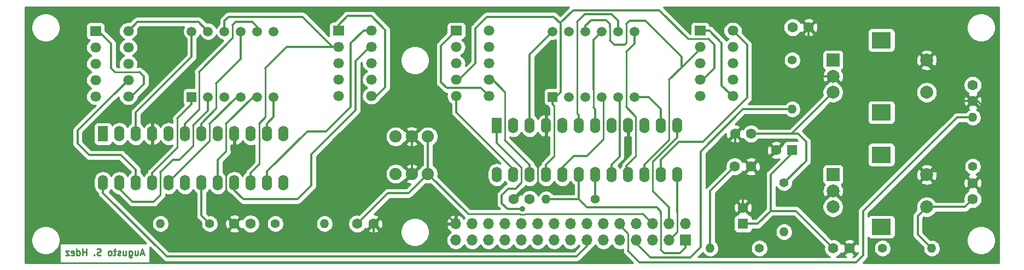
<source format=gbr>
%TF.GenerationSoftware,KiCad,Pcbnew,(5.1.9)-1*%
%TF.CreationDate,2021-09-19T21:33:38+01:00*%
%TF.ProjectId,Cesna_Radio_Stack,4365736e-615f-4526-9164-696f5f537461,rev?*%
%TF.SameCoordinates,Original*%
%TF.FileFunction,Copper,L2,Bot*%
%TF.FilePolarity,Positive*%
%FSLAX46Y46*%
G04 Gerber Fmt 4.6, Leading zero omitted, Abs format (unit mm)*
G04 Created by KiCad (PCBNEW (5.1.9)-1) date 2021-09-19 21:33:38*
%MOMM*%
%LPD*%
G01*
G04 APERTURE LIST*
%TA.AperFunction,NonConductor*%
%ADD10C,0.250000*%
%TD*%
%TA.AperFunction,ComponentPad*%
%ADD11C,1.900000*%
%TD*%
%TA.AperFunction,ComponentPad*%
%ADD12O,1.700000X1.500000*%
%TD*%
%TA.AperFunction,ComponentPad*%
%ADD13R,1.700000X1.500000*%
%TD*%
%TA.AperFunction,ComponentPad*%
%ADD14R,1.500000X1.500000*%
%TD*%
%TA.AperFunction,ComponentPad*%
%ADD15C,1.500000*%
%TD*%
%TA.AperFunction,ComponentPad*%
%ADD16O,1.600000X2.400000*%
%TD*%
%TA.AperFunction,ComponentPad*%
%ADD17R,1.600000X2.400000*%
%TD*%
%TA.AperFunction,ComponentPad*%
%ADD18R,2.000000X2.000000*%
%TD*%
%TA.AperFunction,ComponentPad*%
%ADD19C,2.000000*%
%TD*%
%TA.AperFunction,ComponentPad*%
%ADD20R,3.000000X2.500000*%
%TD*%
%TA.AperFunction,ComponentPad*%
%ADD21C,1.600000*%
%TD*%
%TA.AperFunction,ComponentPad*%
%ADD22R,1.600000X1.600000*%
%TD*%
%TA.AperFunction,ComponentPad*%
%ADD23O,1.400000X1.400000*%
%TD*%
%TA.AperFunction,ComponentPad*%
%ADD24C,1.400000*%
%TD*%
%TA.AperFunction,ComponentPad*%
%ADD25O,1.700000X1.700000*%
%TD*%
%TA.AperFunction,ComponentPad*%
%ADD26R,1.700000X1.700000*%
%TD*%
%TA.AperFunction,ViaPad*%
%ADD27C,0.900000*%
%TD*%
%TA.AperFunction,Conductor*%
%ADD28C,0.350000*%
%TD*%
%TA.AperFunction,Conductor*%
%ADD29C,0.250000*%
%TD*%
%TA.AperFunction,Conductor*%
%ADD30C,0.300000*%
%TD*%
%TA.AperFunction,Conductor*%
%ADD31C,0.254000*%
%TD*%
%TA.AperFunction,Conductor*%
%ADD32C,0.100000*%
%TD*%
G04 APERTURE END LIST*
D10*
X48187809Y-63031666D02*
X47711619Y-63031666D01*
X48283047Y-63317380D02*
X47949714Y-62317380D01*
X47616380Y-63317380D01*
X46854476Y-62650714D02*
X46854476Y-63317380D01*
X47283047Y-62650714D02*
X47283047Y-63174523D01*
X47235428Y-63269761D01*
X47140190Y-63317380D01*
X46997333Y-63317380D01*
X46902095Y-63269761D01*
X46854476Y-63222142D01*
X45949714Y-62650714D02*
X45949714Y-63460238D01*
X45997333Y-63555476D01*
X46044952Y-63603095D01*
X46140190Y-63650714D01*
X46283047Y-63650714D01*
X46378285Y-63603095D01*
X45949714Y-63269761D02*
X46044952Y-63317380D01*
X46235428Y-63317380D01*
X46330666Y-63269761D01*
X46378285Y-63222142D01*
X46425904Y-63126904D01*
X46425904Y-62841190D01*
X46378285Y-62745952D01*
X46330666Y-62698333D01*
X46235428Y-62650714D01*
X46044952Y-62650714D01*
X45949714Y-62698333D01*
X45044952Y-62650714D02*
X45044952Y-63317380D01*
X45473523Y-62650714D02*
X45473523Y-63174523D01*
X45425904Y-63269761D01*
X45330666Y-63317380D01*
X45187809Y-63317380D01*
X45092571Y-63269761D01*
X45044952Y-63222142D01*
X44616380Y-63269761D02*
X44521142Y-63317380D01*
X44330666Y-63317380D01*
X44235428Y-63269761D01*
X44187809Y-63174523D01*
X44187809Y-63126904D01*
X44235428Y-63031666D01*
X44330666Y-62984047D01*
X44473523Y-62984047D01*
X44568761Y-62936428D01*
X44616380Y-62841190D01*
X44616380Y-62793571D01*
X44568761Y-62698333D01*
X44473523Y-62650714D01*
X44330666Y-62650714D01*
X44235428Y-62698333D01*
X43902095Y-62650714D02*
X43521142Y-62650714D01*
X43759238Y-62317380D02*
X43759238Y-63174523D01*
X43711619Y-63269761D01*
X43616380Y-63317380D01*
X43521142Y-63317380D01*
X43044952Y-63317380D02*
X43140190Y-63269761D01*
X43187809Y-63222142D01*
X43235428Y-63126904D01*
X43235428Y-62841190D01*
X43187809Y-62745952D01*
X43140190Y-62698333D01*
X43044952Y-62650714D01*
X42902095Y-62650714D01*
X42806857Y-62698333D01*
X42759238Y-62745952D01*
X42711619Y-62841190D01*
X42711619Y-63126904D01*
X42759238Y-63222142D01*
X42806857Y-63269761D01*
X42902095Y-63317380D01*
X43044952Y-63317380D01*
X41568761Y-63269761D02*
X41425904Y-63317380D01*
X41187809Y-63317380D01*
X41092571Y-63269761D01*
X41044952Y-63222142D01*
X40997333Y-63126904D01*
X40997333Y-63031666D01*
X41044952Y-62936428D01*
X41092571Y-62888809D01*
X41187809Y-62841190D01*
X41378285Y-62793571D01*
X41473523Y-62745952D01*
X41521142Y-62698333D01*
X41568761Y-62603095D01*
X41568761Y-62507857D01*
X41521142Y-62412619D01*
X41473523Y-62365000D01*
X41378285Y-62317380D01*
X41140190Y-62317380D01*
X40997333Y-62365000D01*
X40568761Y-63222142D02*
X40521142Y-63269761D01*
X40568761Y-63317380D01*
X40616380Y-63269761D01*
X40568761Y-63222142D01*
X40568761Y-63317380D01*
X39330666Y-63317380D02*
X39330666Y-62317380D01*
X39330666Y-62793571D02*
X38759238Y-62793571D01*
X38759238Y-63317380D02*
X38759238Y-62317380D01*
X37854476Y-63317380D02*
X37854476Y-62317380D01*
X37854476Y-63269761D02*
X37949714Y-63317380D01*
X38140190Y-63317380D01*
X38235428Y-63269761D01*
X38283047Y-63222142D01*
X38330666Y-63126904D01*
X38330666Y-62841190D01*
X38283047Y-62745952D01*
X38235428Y-62698333D01*
X38140190Y-62650714D01*
X37949714Y-62650714D01*
X37854476Y-62698333D01*
X36997333Y-63269761D02*
X37092571Y-63317380D01*
X37283047Y-63317380D01*
X37378285Y-63269761D01*
X37425904Y-63174523D01*
X37425904Y-62793571D01*
X37378285Y-62698333D01*
X37283047Y-62650714D01*
X37092571Y-62650714D01*
X36997333Y-62698333D01*
X36949714Y-62793571D01*
X36949714Y-62888809D01*
X37425904Y-62984047D01*
X36616380Y-62650714D02*
X36092571Y-62650714D01*
X36616380Y-63317380D01*
X36092571Y-63317380D01*
D11*
%TO.P,SW1,6*%
%TO.N,Net-(SW1-Pad6)*%
X87202000Y-44873000D03*
%TO.P,SW1,5*%
%TO.N,GND*%
X89702000Y-44873000D03*
%TO.P,SW1,4*%
%TO.N,COM_SWAP*%
X92202000Y-44873000D03*
%TO.P,SW1,3*%
%TO.N,Net-(SW1-Pad3)*%
X87202000Y-50673000D03*
%TO.P,SW1,2*%
%TO.N,GND*%
X89702000Y-50673000D03*
%TO.P,SW1,1*%
%TO.N,COM_SWAP*%
X92202000Y-50673000D03*
%TD*%
D12*
%TO.P,U8,10*%
%TO.N,Net-(U5-Pad14)*%
X139386000Y-28450300D03*
%TO.P,U8,9*%
%TO.N,Net-(U5-Pad16)*%
X139386000Y-30990300D03*
%TO.P,U8,8*%
%TO.N,Net-(U5-Pad20)*%
X139386000Y-33530300D03*
%TO.P,U8,7*%
%TO.N,Net-(U5-Pad22)*%
X139386000Y-36070300D03*
%TO.P,U8,6*%
%TO.N,Net-(U5-Pad2)*%
X139386000Y-38610300D03*
%TO.P,U8,5*%
%TO.N,Net-(U5-Pad23)*%
X134306000Y-38610300D03*
%TO.P,U8,4*%
%TO.N,Net-(U5-Pad21)*%
X134306000Y-36070300D03*
%TO.P,U8,3*%
%TO.N,Net-(U5-Pad17)*%
X134306000Y-33530300D03*
%TO.P,U8,2*%
%TO.N,Net-(U5-Pad15)*%
X134306000Y-30990300D03*
D13*
%TO.P,U8,1*%
%TO.N,Net-(U5-Pad2)*%
X134306000Y-28450300D03*
%TD*%
D12*
%TO.P,U6,10*%
%TO.N,Net-(U5-Pad14)*%
X101667000Y-28450300D03*
%TO.P,U6,9*%
%TO.N,Net-(U5-Pad16)*%
X101667000Y-30990300D03*
%TO.P,U6,8*%
%TO.N,Net-(U5-Pad20)*%
X101667000Y-33530300D03*
%TO.P,U6,7*%
%TO.N,Net-(U5-Pad22)*%
X101667000Y-36070300D03*
%TO.P,U6,6*%
%TO.N,Net-(U5-Pad10)*%
X101667000Y-38610300D03*
%TO.P,U6,5*%
%TO.N,Net-(U5-Pad23)*%
X96587000Y-38610300D03*
%TO.P,U6,4*%
%TO.N,Net-(U5-Pad21)*%
X96587000Y-36070300D03*
%TO.P,U6,3*%
%TO.N,Net-(U5-Pad17)*%
X96587000Y-33530300D03*
%TO.P,U6,2*%
%TO.N,Net-(U5-Pad15)*%
X96587000Y-30990300D03*
D13*
%TO.P,U6,1*%
%TO.N,Net-(U5-Pad10)*%
X96587000Y-28450300D03*
%TD*%
D12*
%TO.P,U2,10*%
%TO.N,Net-(U1-Pad14)*%
X45825100Y-28488400D03*
%TO.P,U2,9*%
%TO.N,Net-(U1-Pad16)*%
X45825100Y-31028400D03*
%TO.P,U2,8*%
%TO.N,Net-(U1-Pad20)*%
X45825100Y-33568400D03*
%TO.P,U2,7*%
%TO.N,Net-(U1-Pad22)*%
X45825100Y-36108400D03*
%TO.P,U2,6*%
%TO.N,Net-(U1-Pad10)*%
X45825100Y-38648400D03*
%TO.P,U2,5*%
%TO.N,Net-(U1-Pad23)*%
X40745100Y-38648400D03*
%TO.P,U2,4*%
%TO.N,Net-(U1-Pad21)*%
X40745100Y-36108400D03*
%TO.P,U2,3*%
%TO.N,Net-(U1-Pad17)*%
X40745100Y-33568400D03*
%TO.P,U2,2*%
%TO.N,Net-(U1-Pad15)*%
X40745100Y-31028400D03*
D13*
%TO.P,U2,1*%
%TO.N,Net-(U1-Pad10)*%
X40745100Y-28488400D03*
%TD*%
D12*
%TO.P,U4,10*%
%TO.N,Net-(U1-Pad14)*%
X83442500Y-28412200D03*
%TO.P,U4,9*%
%TO.N,Net-(U1-Pad16)*%
X83442500Y-30952200D03*
%TO.P,U4,8*%
%TO.N,Net-(U1-Pad20)*%
X83442500Y-33492200D03*
%TO.P,U4,7*%
%TO.N,Net-(U1-Pad22)*%
X83442500Y-36032200D03*
%TO.P,U4,6*%
%TO.N,Net-(U1-Pad2)*%
X83442500Y-38572200D03*
%TO.P,U4,5*%
%TO.N,Net-(U1-Pad23)*%
X78362500Y-38572200D03*
%TO.P,U4,4*%
%TO.N,Net-(U1-Pad21)*%
X78362500Y-36032200D03*
%TO.P,U4,3*%
%TO.N,Net-(U1-Pad17)*%
X78362500Y-33492200D03*
%TO.P,U4,2*%
%TO.N,Net-(U1-Pad15)*%
X78362500Y-30952200D03*
D13*
%TO.P,U4,1*%
%TO.N,Net-(U1-Pad2)*%
X78362500Y-28412200D03*
%TD*%
D14*
%TO.P,U7,1*%
%TO.N,Net-(U5-Pad21)*%
X111520000Y-38720000D03*
D15*
%TO.P,U7,2*%
%TO.N,Net-(U5-Pad23)*%
X114060000Y-38720000D03*
%TO.P,U7,3*%
%TO.N,Net-(U5-Pad22)*%
X116600000Y-38720000D03*
%TO.P,U7,4*%
%TO.N,Net-(U5-Pad20)*%
X119140000Y-38720000D03*
%TO.P,U7,5*%
%TO.N,Net-(U5-Pad17)*%
X121680000Y-38720000D03*
%TO.P,U7,6*%
%TO.N,Net-(U5-Pad11)*%
X124220000Y-38720000D03*
%TO.P,U7,7*%
%TO.N,Net-(U5-Pad16)*%
X124220000Y-28560000D03*
%TO.P,U7,8*%
%TO.N,Net-(U5-Pad6)*%
X121680000Y-28560000D03*
%TO.P,U7,9*%
%TO.N,Net-(U5-Pad7)*%
X119140000Y-28560000D03*
%TO.P,U7,10*%
%TO.N,Net-(U5-Pad15)*%
X116600000Y-28560000D03*
%TO.P,U7,11*%
%TO.N,Net-(U5-Pad14)*%
X114060000Y-28560000D03*
%TO.P,U7,12*%
%TO.N,Net-(U5-Pad3)*%
X111520000Y-28560000D03*
%TD*%
D16*
%TO.P,U5,24*%
%TO.N,DOUT_MAX1*%
X102870000Y-50800000D03*
%TO.P,U5,12*%
%TO.N,CS_MAX*%
X130810000Y-43180000D03*
%TO.P,U5,23*%
%TO.N,Net-(U5-Pad23)*%
X105410000Y-50800000D03*
%TO.P,U5,11*%
%TO.N,Net-(U5-Pad11)*%
X128270000Y-43180000D03*
%TO.P,U5,22*%
%TO.N,Net-(U5-Pad22)*%
X107950000Y-50800000D03*
%TO.P,U5,10*%
%TO.N,Net-(U5-Pad10)*%
X125730000Y-43180000D03*
%TO.P,U5,21*%
%TO.N,Net-(U5-Pad21)*%
X110490000Y-50800000D03*
%TO.P,U5,9*%
%TO.N,GND*%
X123190000Y-43180000D03*
%TO.P,U5,20*%
%TO.N,Net-(U5-Pad20)*%
X113030000Y-50800000D03*
%TO.P,U5,8*%
%TO.N,Net-(U5-Pad8)*%
X120650000Y-43180000D03*
%TO.P,U5,19*%
%TO.N,+5V*%
X115570000Y-50800000D03*
%TO.P,U5,7*%
%TO.N,Net-(U5-Pad7)*%
X118110000Y-43180000D03*
%TO.P,U5,18*%
%TO.N,Net-(R7-Pad1)*%
X118110000Y-50800000D03*
%TO.P,U5,6*%
%TO.N,Net-(U5-Pad6)*%
X115570000Y-43180000D03*
%TO.P,U5,17*%
%TO.N,Net-(U5-Pad17)*%
X120650000Y-50800000D03*
%TO.P,U5,5*%
%TO.N,Net-(U5-Pad5)*%
X113030000Y-43180000D03*
%TO.P,U5,16*%
%TO.N,Net-(U5-Pad16)*%
X123190000Y-50800000D03*
%TO.P,U5,4*%
%TO.N,GND*%
X110490000Y-43180000D03*
%TO.P,U5,15*%
%TO.N,Net-(U5-Pad15)*%
X125730000Y-50800000D03*
%TO.P,U5,3*%
%TO.N,Net-(U5-Pad3)*%
X107950000Y-43180000D03*
%TO.P,U5,14*%
%TO.N,Net-(U5-Pad14)*%
X128270000Y-50800000D03*
%TO.P,U5,2*%
%TO.N,Net-(U5-Pad2)*%
X105410000Y-43180000D03*
%TO.P,U5,13*%
%TO.N,CLK*%
X130810000Y-50800000D03*
D17*
%TO.P,U5,1*%
%TO.N,DIN*%
X102870000Y-43180000D03*
%TD*%
D14*
%TO.P,U3,1*%
%TO.N,Net-(U1-Pad21)*%
X55640000Y-38720000D03*
D15*
%TO.P,U3,2*%
%TO.N,Net-(U1-Pad23)*%
X58180000Y-38720000D03*
%TO.P,U3,3*%
%TO.N,Net-(U1-Pad22)*%
X60720000Y-38720000D03*
%TO.P,U3,4*%
%TO.N,Net-(U1-Pad20)*%
X63260000Y-38720000D03*
%TO.P,U3,5*%
%TO.N,Net-(U1-Pad17)*%
X65800000Y-38720000D03*
%TO.P,U3,6*%
%TO.N,Net-(U1-Pad11)*%
X68340000Y-38720000D03*
%TO.P,U3,7*%
%TO.N,Net-(U1-Pad16)*%
X68340000Y-28560000D03*
%TO.P,U3,8*%
%TO.N,Net-(U1-Pad6)*%
X65800000Y-28560000D03*
%TO.P,U3,9*%
%TO.N,Net-(U1-Pad7)*%
X63260000Y-28560000D03*
%TO.P,U3,10*%
%TO.N,Net-(U1-Pad15)*%
X60720000Y-28560000D03*
%TO.P,U3,11*%
%TO.N,Net-(U1-Pad14)*%
X58180000Y-28560000D03*
%TO.P,U3,12*%
%TO.N,Net-(U1-Pad3)*%
X55640000Y-28560000D03*
%TD*%
D18*
%TO.P,SW2,A*%
%TO.N,Net-(C4-Pad2)*%
X154900000Y-33020000D03*
D19*
%TO.P,SW2,C*%
%TO.N,GND*%
X154900000Y-35520000D03*
%TO.P,SW2,B*%
%TO.N,Net-(C5-Pad1)*%
X154900000Y-38020000D03*
D20*
%TO.P,SW2,MP*%
%TO.N,N/C*%
X162400000Y-29920000D03*
X162400000Y-41120000D03*
D19*
%TO.P,SW2,S1*%
%TO.N,GND*%
X169400000Y-33020000D03*
%TO.P,SW2,S2*%
%TO.N,Net-(C6-Pad1)*%
X169400000Y-38020000D03*
%TD*%
D21*
%TO.P,C7,2*%
%TO.N,GND*%
X140970000Y-55920000D03*
D22*
%TO.P,C7,1*%
%TO.N,+5V*%
X140970000Y-58420000D03*
%TD*%
D21*
%TO.P,C2,2*%
%TO.N,GND*%
X105450000Y-54610000D03*
%TO.P,C2,1*%
%TO.N,+5V*%
X107950000Y-54610000D03*
%TD*%
D16*
%TO.P,U1,24*%
%TO.N,DOUT*%
X41910000Y-52070000D03*
%TO.P,U1,12*%
%TO.N,CS_MAX*%
X69850000Y-44450000D03*
%TO.P,U1,23*%
%TO.N,Net-(U1-Pad23)*%
X44450000Y-52070000D03*
%TO.P,U1,11*%
%TO.N,Net-(U1-Pad11)*%
X67310000Y-44450000D03*
%TO.P,U1,22*%
%TO.N,Net-(U1-Pad22)*%
X46990000Y-52070000D03*
%TO.P,U1,10*%
%TO.N,Net-(U1-Pad10)*%
X64770000Y-44450000D03*
%TO.P,U1,21*%
%TO.N,Net-(U1-Pad21)*%
X49530000Y-52070000D03*
%TO.P,U1,9*%
%TO.N,GND*%
X62230000Y-44450000D03*
%TO.P,U1,20*%
%TO.N,Net-(U1-Pad20)*%
X52070000Y-52070000D03*
%TO.P,U1,8*%
%TO.N,Net-(U1-Pad8)*%
X59690000Y-44450000D03*
%TO.P,U1,19*%
%TO.N,+5V*%
X54610000Y-52070000D03*
%TO.P,U1,7*%
%TO.N,Net-(U1-Pad7)*%
X57150000Y-44450000D03*
%TO.P,U1,18*%
%TO.N,Net-(R1-Pad1)*%
X57150000Y-52070000D03*
%TO.P,U1,6*%
%TO.N,Net-(U1-Pad6)*%
X54610000Y-44450000D03*
%TO.P,U1,17*%
%TO.N,Net-(U1-Pad17)*%
X59690000Y-52070000D03*
%TO.P,U1,5*%
%TO.N,Net-(U1-Pad5)*%
X52070000Y-44450000D03*
%TO.P,U1,16*%
%TO.N,Net-(U1-Pad16)*%
X62230000Y-52070000D03*
%TO.P,U1,4*%
%TO.N,GND*%
X49530000Y-44450000D03*
%TO.P,U1,15*%
%TO.N,Net-(U1-Pad15)*%
X64770000Y-52070000D03*
%TO.P,U1,3*%
%TO.N,Net-(U1-Pad3)*%
X46990000Y-44450000D03*
%TO.P,U1,14*%
%TO.N,Net-(U1-Pad14)*%
X67310000Y-52070000D03*
%TO.P,U1,2*%
%TO.N,Net-(U1-Pad2)*%
X44450000Y-44450000D03*
%TO.P,U1,13*%
%TO.N,CLK*%
X69850000Y-52070000D03*
D17*
%TO.P,U1,1*%
%TO.N,DOUT_MAX1*%
X41910000Y-44450000D03*
%TD*%
D18*
%TO.P,SW3,A*%
%TO.N,Net-(C9-Pad2)*%
X154900000Y-50800000D03*
D19*
%TO.P,SW3,C*%
%TO.N,GND*%
X154900000Y-53300000D03*
%TO.P,SW3,B*%
%TO.N,Net-(C10-Pad1)*%
X154900000Y-55800000D03*
D20*
%TO.P,SW3,MP*%
%TO.N,N/C*%
X162400000Y-47700000D03*
X162400000Y-58900000D03*
D19*
%TO.P,SW3,S1*%
%TO.N,GND*%
X169400000Y-50800000D03*
%TO.P,SW3,S2*%
%TO.N,Net-(C11-Pad1)*%
X169400000Y-55800000D03*
%TD*%
D23*
%TO.P,R8,2*%
%TO.N,Net-(C11-Pad1)*%
X170180000Y-62230000D03*
D24*
%TO.P,R8,1*%
%TO.N,SW_COM_ENC_MHZ*%
X162560000Y-62230000D03*
%TD*%
D23*
%TO.P,R7,2*%
%TO.N,+5V*%
X110490000Y-54610000D03*
D24*
%TO.P,R7,1*%
%TO.N,Net-(R7-Pad1)*%
X118110000Y-54610000D03*
%TD*%
D23*
%TO.P,R6,2*%
%TO.N,B_COM_ENC_MHZ*%
X76200000Y-58420000D03*
D24*
%TO.P,R6,1*%
%TO.N,Net-(C10-Pad1)*%
X68580000Y-58420000D03*
%TD*%
D23*
%TO.P,R5,2*%
%TO.N,A_COM_ENC_MHZ*%
X176530000Y-41910000D03*
D24*
%TO.P,R5,1*%
%TO.N,Net-(C9-Pad2)*%
X176530000Y-49530000D03*
%TD*%
D23*
%TO.P,R4,2*%
%TO.N,Net-(C6-Pad1)*%
X135890000Y-62230000D03*
D24*
%TO.P,R4,1*%
%TO.N,SW_COM_ENC_KHZ*%
X143510000Y-62230000D03*
%TD*%
D23*
%TO.P,R3,2*%
%TO.N,B_COM_ENC_KHZ*%
X147320000Y-59690000D03*
D24*
%TO.P,R3,1*%
%TO.N,Net-(C5-Pad1)*%
X147320000Y-52070000D03*
%TD*%
D23*
%TO.P,R2,2*%
%TO.N,A_COM_ENC_KHZ*%
X148590000Y-40640000D03*
D24*
%TO.P,R2,1*%
%TO.N,Net-(C4-Pad2)*%
X148590000Y-33020000D03*
%TD*%
D23*
%TO.P,R1,2*%
%TO.N,+5V*%
X50800000Y-58420000D03*
D24*
%TO.P,R1,1*%
%TO.N,Net-(R1-Pad1)*%
X58420000Y-58420000D03*
%TD*%
D25*
%TO.P,J1,30*%
%TO.N,GND*%
X96520000Y-58420000D03*
%TO.P,J1,29*%
%TO.N,Net-(J1-Pad29)*%
X96520000Y-60960000D03*
%TO.P,J1,28*%
%TO.N,Net-(J1-Pad28)*%
X99060000Y-58420000D03*
%TO.P,J1,27*%
%TO.N,Net-(J1-Pad27)*%
X99060000Y-60960000D03*
%TO.P,J1,26*%
%TO.N,Net-(J1-Pad26)*%
X101600000Y-58420000D03*
%TO.P,J1,25*%
%TO.N,Net-(J1-Pad25)*%
X101600000Y-60960000D03*
%TO.P,J1,24*%
%TO.N,Net-(J1-Pad24)*%
X104140000Y-58420000D03*
%TO.P,J1,23*%
%TO.N,Net-(J1-Pad23)*%
X104140000Y-60960000D03*
%TO.P,J1,22*%
%TO.N,Net-(J1-Pad22)*%
X106680000Y-58420000D03*
%TO.P,J1,21*%
%TO.N,Net-(J1-Pad21)*%
X106680000Y-60960000D03*
%TO.P,J1,20*%
%TO.N,Net-(J1-Pad20)*%
X109220000Y-58420000D03*
%TO.P,J1,19*%
%TO.N,Net-(J1-Pad19)*%
X109220000Y-60960000D03*
%TO.P,J1,18*%
%TO.N,Net-(J1-Pad18)*%
X111760000Y-58420000D03*
%TO.P,J1,17*%
%TO.N,Net-(J1-Pad17)*%
X111760000Y-60960000D03*
%TO.P,J1,16*%
%TO.N,Net-(J1-Pad16)*%
X114300000Y-58420000D03*
%TO.P,J1,15*%
%TO.N,Net-(J1-Pad15)*%
X114300000Y-60960000D03*
%TO.P,J1,14*%
%TO.N,Net-(J1-Pad14)*%
X116840000Y-58420000D03*
%TO.P,J1,13*%
%TO.N,DOUT*%
X116840000Y-60960000D03*
%TO.P,J1,12*%
%TO.N,SW_COM_ENC_MHZ*%
X119380000Y-58420000D03*
%TO.P,J1,11*%
%TO.N,B_COM_ENC_MHZ*%
X119380000Y-60960000D03*
%TO.P,J1,10*%
%TO.N,A_COM_ENC_MHZ*%
X121920000Y-58420000D03*
%TO.P,J1,9*%
%TO.N,SW_COM_ENC_KHZ*%
X121920000Y-60960000D03*
%TO.P,J1,8*%
%TO.N,B_COM_ENC_KHZ*%
X124460000Y-58420000D03*
%TO.P,J1,7*%
%TO.N,A_COM_ENC_KHZ*%
X124460000Y-60960000D03*
%TO.P,J1,6*%
%TO.N,COM_SWAP*%
X127000000Y-58420000D03*
%TO.P,J1,5*%
%TO.N,Net-(J1-Pad5)*%
X127000000Y-60960000D03*
%TO.P,J1,4*%
%TO.N,CS_MAX*%
X129540000Y-58420000D03*
%TO.P,J1,3*%
%TO.N,CLK*%
X129540000Y-60960000D03*
%TO.P,J1,2*%
%TO.N,DIN*%
X132080000Y-58420000D03*
D26*
%TO.P,J1,1*%
%TO.N,+5V*%
X132080000Y-60960000D03*
%TD*%
D21*
%TO.P,C11,2*%
%TO.N,GND*%
X176530000Y-52110000D03*
%TO.P,C11,1*%
%TO.N,Net-(C11-Pad1)*%
X176530000Y-54610000D03*
%TD*%
%TO.P,C10,2*%
%TO.N,GND*%
X62230000Y-58420000D03*
%TO.P,C10,1*%
%TO.N,Net-(C10-Pad1)*%
X64730000Y-58420000D03*
%TD*%
%TO.P,C9,2*%
%TO.N,Net-(C9-Pad2)*%
X176530000Y-36870000D03*
%TO.P,C9,1*%
%TO.N,GND*%
X176530000Y-39370000D03*
%TD*%
%TO.P,C8,2*%
%TO.N,GND*%
X157440000Y-62230000D03*
%TO.P,C8,1*%
%TO.N,+5V*%
X154940000Y-62230000D03*
%TD*%
%TO.P,C6,2*%
%TO.N,GND*%
X142200000Y-49530000D03*
%TO.P,C6,1*%
%TO.N,Net-(C6-Pad1)*%
X139700000Y-49530000D03*
%TD*%
%TO.P,C5,2*%
%TO.N,GND*%
X139740000Y-44450000D03*
%TO.P,C5,1*%
%TO.N,Net-(C5-Pad1)*%
X142240000Y-44450000D03*
%TD*%
%TO.P,C4,2*%
%TO.N,Net-(C4-Pad2)*%
X148630000Y-27940000D03*
%TO.P,C4,1*%
%TO.N,GND*%
X151130000Y-27940000D03*
%TD*%
%TO.P,C3,2*%
%TO.N,GND*%
X83780000Y-58420000D03*
%TO.P,C3,1*%
%TO.N,COM_SWAP*%
X81280000Y-58420000D03*
%TD*%
%TO.P,C1,2*%
%TO.N,GND*%
X146090000Y-46990000D03*
D22*
%TO.P,C1,1*%
%TO.N,+5V*%
X148590000Y-46990000D03*
%TD*%
D27*
%TO.N,DIN*%
X106838876Y-56148866D03*
%TD*%
D28*
%TO.N,GND*%
X175220000Y-50800000D02*
X176530000Y-52110000D01*
X89702000Y-44873000D02*
X89702000Y-50673000D01*
X140970000Y-55920000D02*
X140970000Y-50760000D01*
X140970000Y-50760000D02*
X142200000Y-49530000D01*
X139740000Y-44450000D02*
X139740000Y-47070000D01*
X139740000Y-47070000D02*
X142200000Y-49530000D01*
X105450000Y-54443000D02*
X105450000Y-54610000D01*
X106807000Y-53086000D02*
X105450000Y-54443000D01*
X108331000Y-53086000D02*
X106807000Y-53086000D01*
X109220000Y-52197000D02*
X108331000Y-53086000D01*
D29*
X109220000Y-46025300D02*
X109220000Y-52197000D01*
D28*
X110490000Y-44755300D02*
X109220000Y-46025300D01*
X110490000Y-43180000D02*
X110490000Y-44755300D01*
X169440000Y-33677000D02*
X169440000Y-33020000D01*
X175133000Y-39370000D02*
X169440000Y-33677000D01*
X176530000Y-39370000D02*
X175133000Y-39370000D01*
X65786000Y-61976000D02*
X62230000Y-58420000D01*
X83780000Y-60111000D02*
X81915000Y-61976000D01*
X83780000Y-58420000D02*
X83780000Y-60111000D01*
X82111300Y-52762700D02*
X78486000Y-56388000D01*
X78486000Y-56388000D02*
X78486000Y-61976000D01*
X87612300Y-52762700D02*
X82111300Y-52762700D01*
X89702000Y-50673000D02*
X87612300Y-52762700D01*
X78486000Y-61976000D02*
X65786000Y-61976000D01*
X81915000Y-61976000D02*
X78486000Y-61976000D01*
X62230000Y-47498000D02*
X62230000Y-44450000D01*
X61007500Y-48688500D02*
X61039500Y-48688500D01*
X60960000Y-48641000D02*
X61007500Y-48688500D01*
D29*
X60960000Y-57150000D02*
X60960000Y-48641000D01*
D28*
X61039500Y-48688500D02*
X62230000Y-47498000D01*
X62230000Y-58420000D02*
X60960000Y-57150000D01*
X153249000Y-35520000D02*
X154940000Y-35520000D01*
X151130000Y-33401000D02*
X153249000Y-35520000D01*
X151130000Y-27940000D02*
X151130000Y-33401000D01*
X174752000Y-50332000D02*
X175220000Y-50800000D01*
X174752000Y-46863000D02*
X174752000Y-50332000D01*
X178308000Y-43307000D02*
X174752000Y-46863000D01*
X178308000Y-40386000D02*
X178308000Y-43307000D01*
X177292000Y-39370000D02*
X178308000Y-40386000D01*
X176530000Y-39370000D02*
X177292000Y-39370000D01*
X174712000Y-50292000D02*
X175220000Y-50800000D01*
X169948000Y-50292000D02*
X174712000Y-50292000D01*
X169440000Y-50800000D02*
X169948000Y-50292000D01*
X87336000Y-54864000D02*
X83780000Y-58420000D01*
X92964000Y-54864000D02*
X87336000Y-54864000D01*
X96520000Y-58420000D02*
X92964000Y-54864000D01*
%TO.N,+5V*%
X154940000Y-62230000D02*
X149146800Y-56436800D01*
X149146800Y-56436800D02*
X146223600Y-56436800D01*
X115570000Y-53595100D02*
X115570000Y-50800000D01*
X115570000Y-54610000D02*
X115570000Y-53595100D01*
X110490000Y-54610000D02*
X115570000Y-54610000D01*
X145463800Y-56436800D02*
X146223600Y-56436800D01*
X145288000Y-56261000D02*
X145463800Y-56436800D01*
X145288000Y-50800000D02*
X145288000Y-56261000D01*
X148590000Y-47498000D02*
X145288000Y-50800000D01*
X148590000Y-46990000D02*
X148590000Y-47498000D01*
X143256000Y-58420000D02*
X140970000Y-58420000D01*
X145239200Y-56436800D02*
X143256000Y-58420000D01*
X146223600Y-56436800D02*
X145239200Y-56436800D01*
X128778000Y-62992000D02*
X128270000Y-62484000D01*
X131191000Y-62992000D02*
X128778000Y-62992000D01*
X132080000Y-62103000D02*
X131191000Y-62992000D01*
X132080000Y-60960000D02*
X132080000Y-62103000D01*
X116840000Y-55880000D02*
X115570000Y-54610000D01*
X128270000Y-56515000D02*
X127635000Y-55880000D01*
X127635000Y-55880000D02*
X116840000Y-55880000D01*
X128270000Y-56896000D02*
X128270000Y-56515000D01*
D29*
X128270000Y-62484000D02*
X128270000Y-56896000D01*
D28*
%TO.N,COM_SWAP*%
X92202000Y-44873000D02*
X92202000Y-50673000D01*
X81280000Y-58420000D02*
X86011700Y-53688300D01*
X86011700Y-53688300D02*
X89186700Y-53688300D01*
X89186700Y-53688300D02*
X92202000Y-50673000D01*
X127000000Y-58420000D02*
X125476000Y-56896000D01*
X98425000Y-56896000D02*
X92202000Y-50673000D01*
D29*
X107210878Y-56923868D02*
X106466874Y-56923868D01*
X125476000Y-56896000D02*
X107238746Y-56896000D01*
X106439006Y-56896000D02*
X98425000Y-56896000D01*
X107238746Y-56896000D02*
X107210878Y-56923868D01*
X106466874Y-56923868D02*
X106439006Y-56896000D01*
D28*
%TO.N,Net-(C11-Pad1)*%
X175340000Y-55800000D02*
X176530000Y-54610000D01*
X169440000Y-55800000D02*
X175340000Y-55800000D01*
X168021000Y-57219000D02*
X169440000Y-55800000D01*
X168021000Y-60071000D02*
X168021000Y-57219000D01*
X170180000Y-62230000D02*
X168021000Y-60071000D01*
D29*
%TO.N,CLK*%
X129540000Y-60960000D02*
X130810000Y-59690000D01*
D30*
X130810000Y-56642000D02*
X130810000Y-50800000D01*
D29*
X130810000Y-59690000D02*
X130810000Y-56642000D01*
%TO.N,DIN*%
X106680000Y-49716200D02*
X106680000Y-52070000D01*
D28*
X106680000Y-52070000D02*
X105791000Y-52959000D01*
X105791000Y-52959000D02*
X104648000Y-52959000D01*
X104535866Y-56148866D02*
X106838876Y-56148866D01*
X103632000Y-55245000D02*
X104535866Y-56148866D01*
X104648000Y-52959000D02*
X103632000Y-53975000D01*
X103632000Y-53975000D02*
X103632000Y-55245000D01*
X102870000Y-43180000D02*
X102870000Y-45906200D01*
X102870000Y-45906200D02*
X106680000Y-49716200D01*
%TO.N,Net-(R1-Pad1)*%
X58420000Y-58420000D02*
X57150000Y-57150000D01*
X57150000Y-57150000D02*
X57150000Y-52070000D01*
%TO.N,CS_MAX*%
X130810000Y-44998400D02*
X130810000Y-43180000D01*
X127090200Y-48718200D02*
X130810000Y-44998400D01*
X129540000Y-55880000D02*
X127090200Y-53430200D01*
X129540000Y-58420000D02*
X129540000Y-55880000D01*
D29*
X127000000Y-48808400D02*
X127090200Y-48718200D01*
X127000000Y-53340000D02*
X127000000Y-48808400D01*
X127090200Y-53430200D02*
X127000000Y-53340000D01*
%TO.N,Net-(U1-Pad23)*%
X55880000Y-45879000D02*
X55880000Y-43150000D01*
D28*
X55880000Y-43150000D02*
X58180000Y-40850000D01*
X58180000Y-40850000D02*
X58180000Y-38720000D01*
D29*
X50800000Y-53975000D02*
X50800000Y-50419000D01*
D28*
X49784000Y-54991000D02*
X50800000Y-53975000D01*
X46482000Y-54991000D02*
X49784000Y-54991000D01*
X44450000Y-52959000D02*
X46482000Y-54991000D01*
X44450000Y-52070000D02*
X44450000Y-52959000D01*
D29*
X55880000Y-46355000D02*
X55880000Y-45879000D01*
D28*
X53721000Y-48514000D02*
X55880000Y-46355000D01*
X52705000Y-48514000D02*
X53721000Y-48514000D01*
X50800000Y-50419000D02*
X52705000Y-48514000D01*
%TO.N,Net-(U1-Pad11)*%
X67310000Y-44450000D02*
X67310000Y-42874700D01*
X67310000Y-42874700D02*
X68340000Y-41844700D01*
X68340000Y-41844700D02*
X68340000Y-38720000D01*
%TO.N,Net-(U1-Pad22)*%
X43180000Y-38753500D02*
X45825100Y-36108400D01*
X37973000Y-43960500D02*
X43180000Y-38753500D01*
X37973000Y-45974000D02*
X37973000Y-43960500D01*
X39751000Y-47752000D02*
X37973000Y-45974000D01*
X46990000Y-50038000D02*
X44704000Y-47752000D01*
X44704000Y-47752000D02*
X39751000Y-47752000D01*
X46990000Y-52070000D02*
X46990000Y-50038000D01*
%TO.N,Net-(U1-Pad10)*%
X46307750Y-38648400D02*
X45825100Y-38648400D01*
X48260000Y-36696150D02*
X46307750Y-38648400D01*
X48260000Y-35560000D02*
X48260000Y-36696150D01*
X47538400Y-34838400D02*
X48260000Y-35560000D01*
X43180000Y-34290000D02*
X43728400Y-34838400D01*
X43180000Y-30480000D02*
X43180000Y-34290000D01*
X41188400Y-28488400D02*
X43180000Y-30480000D01*
D29*
X43728400Y-34838400D02*
X47538400Y-34838400D01*
D28*
X40745100Y-28488400D02*
X41188400Y-28488400D01*
%TO.N,Net-(U1-Pad21)*%
X55640000Y-38720000D02*
X55640000Y-39845300D01*
X49530000Y-52070000D02*
X49530000Y-50494700D01*
X49530000Y-50494700D02*
X53388900Y-46635800D01*
D29*
X53388900Y-46635800D02*
X53388900Y-42096400D01*
D28*
X53388900Y-42096400D02*
X55640000Y-39845300D01*
%TO.N,Net-(U1-Pad20)*%
X62626000Y-38720000D02*
X63260000Y-38720000D01*
X58420000Y-42926000D02*
X62626000Y-38720000D01*
D29*
X58420000Y-45593000D02*
X58420000Y-42926000D01*
D28*
X52070000Y-51943000D02*
X58420000Y-45593000D01*
X52070000Y-52070000D02*
X52070000Y-51943000D01*
%TO.N,Net-(U1-Pad7)*%
X57150000Y-44450000D02*
X57150000Y-42874700D01*
X57150000Y-42874700D02*
X59450000Y-40574700D01*
D29*
X59450000Y-40574700D02*
X59450000Y-36671600D01*
D28*
X59450000Y-36671600D02*
X63260000Y-32861600D01*
X63260000Y-32861600D02*
X63260000Y-28560000D01*
%TO.N,Net-(U1-Pad6)*%
X65800000Y-27827000D02*
X65800000Y-28560000D01*
X65024000Y-27051000D02*
X65800000Y-27827000D01*
X62484000Y-27051000D02*
X65024000Y-27051000D01*
X61990000Y-27545000D02*
X62484000Y-27051000D01*
D29*
X61990000Y-29601800D02*
X61990000Y-27545000D01*
D28*
X56765400Y-34826400D02*
X61990000Y-29601800D01*
D29*
X56765400Y-40719300D02*
X56765400Y-34826400D01*
D28*
X54610000Y-42874700D02*
X56765400Y-40719300D01*
X54610000Y-44450000D02*
X54610000Y-42874700D01*
D29*
%TO.N,Net-(U1-Pad17)*%
X60960000Y-47244000D02*
X60960000Y-42926000D01*
D28*
X65166000Y-38720000D02*
X65800000Y-38720000D01*
X60960000Y-42926000D02*
X65166000Y-38720000D01*
X59690000Y-48514000D02*
X60960000Y-47244000D01*
X59690000Y-52070000D02*
X59690000Y-48514000D01*
%TO.N,Net-(U1-Pad16)*%
X83220800Y-30952200D02*
X83442500Y-30952200D01*
X81026000Y-33147000D02*
X83220800Y-30952200D01*
X81026000Y-40767000D02*
X81026000Y-33147000D01*
X74168000Y-47625000D02*
X77216000Y-44577000D01*
X62230000Y-53213000D02*
X63627000Y-54610000D01*
X74168000Y-52451000D02*
X74168000Y-47625000D01*
X63627000Y-54610000D02*
X72009000Y-54610000D01*
X62230000Y-52070000D02*
X62230000Y-53213000D01*
X72009000Y-54610000D02*
X74168000Y-52451000D01*
X77216000Y-44577000D02*
X81026000Y-40767000D01*
X76962000Y-44831000D02*
X77216000Y-44577000D01*
%TO.N,Net-(U1-Pad15)*%
X78326700Y-30988000D02*
X78362500Y-30952200D01*
X70358000Y-30988000D02*
X78326700Y-30988000D01*
X67056000Y-34290000D02*
X70358000Y-30988000D01*
X66088900Y-42874600D02*
X67056000Y-41907500D01*
D29*
X66088900Y-49175800D02*
X66088900Y-42874600D01*
D28*
X64770000Y-50494700D02*
X66088900Y-49175800D01*
D29*
X67056000Y-41907500D02*
X67056000Y-34290000D01*
D28*
X64770000Y-52070000D02*
X64770000Y-50494700D01*
X60720000Y-26910000D02*
X60720000Y-28560000D01*
X72771000Y-26289000D02*
X61341000Y-26289000D01*
X77434200Y-30952200D02*
X72771000Y-26289000D01*
X61341000Y-26289000D02*
X60720000Y-26910000D01*
X78362500Y-30952200D02*
X77434200Y-30952200D01*
%TO.N,Net-(U1-Pad3)*%
X55640000Y-32498000D02*
X55640000Y-28560000D01*
X46990000Y-41148000D02*
X55640000Y-32498000D01*
X46990000Y-44450000D02*
X46990000Y-41148000D01*
%TO.N,Net-(U1-Pad14)*%
X56671000Y-27051000D02*
X58180000Y-28560000D01*
X47262500Y-27051000D02*
X56671000Y-27051000D01*
X45825100Y-28488400D02*
X47262500Y-27051000D01*
X80264000Y-30390700D02*
X82242500Y-28412200D01*
X82242500Y-28412200D02*
X83442500Y-28412200D01*
X80264000Y-40259000D02*
X80264000Y-30390700D01*
X76454000Y-44069000D02*
X80264000Y-40259000D01*
X73533000Y-44069000D02*
X76454000Y-44069000D01*
X67310000Y-50292000D02*
X73533000Y-44069000D01*
X67310000Y-52070000D02*
X67310000Y-50292000D01*
%TO.N,Net-(U1-Pad2)*%
X78362500Y-27555500D02*
X78362500Y-28412200D01*
X79756000Y-26162000D02*
X78362500Y-27555500D01*
X83439000Y-26162000D02*
X79756000Y-26162000D01*
X85598000Y-28321000D02*
X83439000Y-26162000D01*
X85598000Y-37211000D02*
X85598000Y-28321000D01*
X84236800Y-38572200D02*
X85598000Y-37211000D01*
X83442500Y-38572200D02*
X84236800Y-38572200D01*
%TO.N,Net-(C5-Pad1)*%
X148510000Y-44450000D02*
X154940000Y-38020000D01*
X142240000Y-44450000D02*
X148510000Y-44450000D01*
X150749000Y-45720000D02*
X149479000Y-44450000D01*
X149479000Y-44450000D02*
X148510000Y-44450000D01*
X150749000Y-48641000D02*
X150749000Y-45720000D01*
X147320000Y-52070000D02*
X150749000Y-48641000D01*
%TO.N,Net-(C6-Pad1)*%
X139700000Y-49530000D02*
X135890000Y-53340000D01*
X135890000Y-53340000D02*
X135890000Y-62230000D01*
%TO.N,DOUT*%
X41910000Y-53645300D02*
X41910000Y-52070000D01*
X51764700Y-63500000D02*
X41910000Y-53645300D01*
X115189000Y-63500000D02*
X51764700Y-63500000D01*
X116840000Y-61849000D02*
X115189000Y-63500000D01*
X116840000Y-60960000D02*
X116840000Y-61849000D01*
%TO.N,A_COM_ENC_MHZ*%
X174117000Y-41910000D02*
X176530000Y-41910000D01*
X159545850Y-56481150D02*
X174117000Y-41910000D01*
X159545850Y-63339150D02*
X159545850Y-56481150D01*
X158496000Y-64389000D02*
X159545850Y-63339150D01*
X123190000Y-62611000D02*
X124968000Y-64389000D01*
D29*
X123190000Y-59944000D02*
X123190000Y-62611000D01*
X121920000Y-58674000D02*
X123190000Y-59944000D01*
D28*
X124968000Y-64389000D02*
X158496000Y-64389000D01*
X121920000Y-58420000D02*
X121920000Y-58674000D01*
%TO.N,A_COM_ENC_KHZ*%
X134422400Y-62046600D02*
X134422400Y-47187600D01*
X132842000Y-63627000D02*
X134422400Y-62046600D01*
X140970000Y-40640000D02*
X148590000Y-40640000D01*
X126619000Y-63627000D02*
X132842000Y-63627000D01*
X134422400Y-47187600D02*
X140970000Y-40640000D01*
X124460000Y-61468000D02*
X126619000Y-63627000D01*
X124460000Y-60960000D02*
X124460000Y-61468000D01*
%TO.N,Net-(R7-Pad1)*%
X118110000Y-54610000D02*
X118110000Y-50800000D01*
%TO.N,Net-(U5-Pad23)*%
X96587000Y-41088000D02*
X96587000Y-38610300D01*
X105410000Y-49911000D02*
X96587000Y-41088000D01*
X105410000Y-50800000D02*
X105410000Y-49911000D01*
%TO.N,Net-(U5-Pad11)*%
X126350000Y-38720000D02*
X124220000Y-38720000D01*
X128270000Y-40640000D02*
X126350000Y-38720000D01*
X128270000Y-43180000D02*
X128270000Y-40640000D01*
%TO.N,Net-(U5-Pad22)*%
X102237300Y-36070300D02*
X101667000Y-36070300D01*
X104140000Y-37973000D02*
X102237300Y-36070300D01*
D29*
X104140000Y-45414700D02*
X104140000Y-37973000D01*
D28*
X107950000Y-49224700D02*
X104140000Y-45414700D01*
X107950000Y-50800000D02*
X107950000Y-49224700D01*
%TO.N,Net-(U5-Pad10)*%
X100397000Y-37340300D02*
X101667000Y-38610300D01*
X95125300Y-37340300D02*
X100397000Y-37340300D01*
X94234000Y-36449000D02*
X95125300Y-37340300D01*
X94234000Y-30803300D02*
X94234000Y-36449000D01*
X96587000Y-28450300D02*
X94234000Y-30803300D01*
%TO.N,Net-(U5-Pad21)*%
X111520000Y-38720000D02*
X111520000Y-39282600D01*
X99568000Y-33528000D02*
X97025700Y-36070300D01*
X99568000Y-28067000D02*
X99568000Y-33528000D01*
X101346000Y-26289000D02*
X99568000Y-28067000D01*
X111684200Y-26289000D02*
X101346000Y-26289000D01*
X97025700Y-36070300D02*
X96587000Y-36070300D01*
X112679100Y-27283900D02*
X111684200Y-26289000D01*
X111520000Y-39845300D02*
X111520000Y-39282600D01*
D29*
X111760000Y-47954700D02*
X111760000Y-40085300D01*
D28*
X110490000Y-49224700D02*
X111760000Y-47954700D01*
X111760000Y-40085300D02*
X111520000Y-39845300D01*
X110490000Y-50800000D02*
X110490000Y-49224700D01*
X112776000Y-27380800D02*
X112679100Y-27283900D01*
X112776000Y-38026600D02*
X112776000Y-27380800D01*
X111520000Y-39282600D02*
X112776000Y-38026600D01*
X134744700Y-36070300D02*
X134306000Y-36070300D01*
X136525000Y-34290000D02*
X134744700Y-36070300D01*
X135636000Y-29718000D02*
X136525000Y-30607000D01*
D29*
X132477200Y-29718000D02*
X135636000Y-29718000D01*
D28*
X136525000Y-30607000D02*
X136525000Y-34290000D01*
X128032200Y-25273000D02*
X132477200Y-29718000D01*
X114690000Y-25273000D02*
X128032200Y-25273000D01*
X112679100Y-27283900D02*
X114690000Y-25273000D01*
%TO.N,Net-(U5-Pad20)*%
X119331100Y-38911100D02*
X119140000Y-38720000D01*
D29*
X119331100Y-45387900D02*
X119331100Y-38911100D01*
D28*
X116840000Y-47879000D02*
X119331100Y-45387900D01*
X114808000Y-47879000D02*
X116840000Y-47879000D01*
X113030000Y-49657000D02*
X114808000Y-47879000D01*
X113030000Y-50800000D02*
X113030000Y-49657000D01*
%TO.N,Net-(U5-Pad7)*%
X117856000Y-29844000D02*
X119140000Y-28560000D01*
X118110000Y-40640000D02*
X117856000Y-40386000D01*
X118110000Y-43180000D02*
X118110000Y-40640000D01*
X117856000Y-37592000D02*
X117856000Y-29844000D01*
D29*
X117856000Y-40386000D02*
X117856000Y-37592000D01*
D28*
%TO.N,Net-(U5-Pad6)*%
X115570000Y-41566850D02*
X115570000Y-43180000D01*
X115405150Y-41402000D02*
X115570000Y-41566850D01*
D29*
X115316000Y-37338000D02*
X115316000Y-41350700D01*
X115316000Y-27051000D02*
X115316000Y-37338000D01*
D28*
X116459000Y-25908000D02*
X115316000Y-27051000D01*
X120650000Y-25908000D02*
X116459000Y-25908000D01*
X121680000Y-26938000D02*
X120650000Y-25908000D01*
X121680000Y-28560000D02*
X121680000Y-26938000D01*
%TO.N,Net-(U5-Pad17)*%
X120650000Y-50800000D02*
X120650000Y-49224700D01*
X120650000Y-49224700D02*
X121860000Y-48014700D01*
X121860000Y-48014700D02*
X121860000Y-38900000D01*
X121860000Y-38900000D02*
X121680000Y-38720000D01*
D29*
%TO.N,Net-(U5-Pad16)*%
X124391900Y-47947100D02*
X124391900Y-41773300D01*
D28*
X122936000Y-49403000D02*
X124391900Y-47947100D01*
X122936000Y-50546000D02*
X122936000Y-49403000D01*
X123190000Y-50800000D02*
X122936000Y-50546000D01*
X124220000Y-30466000D02*
X124220000Y-28560000D01*
X122936000Y-31750000D02*
X124220000Y-30466000D01*
D29*
X122936000Y-40317400D02*
X122936000Y-31750000D01*
D28*
X124391900Y-41773300D02*
X122936000Y-40317400D01*
%TO.N,Net-(U5-Pad15)*%
X125730000Y-49224700D02*
X129540000Y-45414700D01*
D29*
X129540000Y-45414700D02*
X129540000Y-36063600D01*
D28*
X129540000Y-36063600D02*
X131448000Y-34155600D01*
X125730000Y-50800000D02*
X125730000Y-49224700D01*
X134306000Y-31297600D02*
X131448000Y-34155600D01*
X134306000Y-30990300D02*
X134306000Y-31297600D01*
X121031000Y-30607000D02*
X120410000Y-29986000D01*
X122682000Y-30607000D02*
X121031000Y-30607000D01*
D29*
X120410000Y-29986000D02*
X120410000Y-27827000D01*
D28*
X123444000Y-26924000D02*
X122936000Y-27432000D01*
X122936000Y-30353000D02*
X122682000Y-30607000D01*
X131448000Y-32515000D02*
X125857000Y-26924000D01*
D29*
X122936000Y-27432000D02*
X122936000Y-30353000D01*
D28*
X125857000Y-26924000D02*
X123444000Y-26924000D01*
X131448000Y-34155600D02*
X131448000Y-32515000D01*
X116600000Y-27672000D02*
X116600000Y-28560000D01*
X117475000Y-26797000D02*
X116600000Y-27672000D01*
X119761000Y-26797000D02*
X117475000Y-26797000D01*
X120410000Y-27446000D02*
X119761000Y-26797000D01*
X120410000Y-27827000D02*
X120410000Y-27446000D01*
%TO.N,Net-(U5-Pad3)*%
X107950000Y-43180000D02*
X107950000Y-32130000D01*
X107950000Y-32130000D02*
X111520000Y-28560000D01*
%TO.N,Net-(U5-Pad14)*%
X141605000Y-30669300D02*
X139386000Y-28450300D01*
X134747000Y-45720000D02*
X141605000Y-38862000D01*
X131064000Y-45720000D02*
X134747000Y-45720000D01*
X141605000Y-38862000D02*
X141605000Y-30669300D01*
X128270000Y-48514000D02*
X131064000Y-45720000D01*
X128270000Y-50800000D02*
X128270000Y-48514000D01*
%TO.N,Net-(U5-Pad2)*%
X135765300Y-28450300D02*
X134306000Y-28450300D01*
X137668000Y-30353000D02*
X135765300Y-28450300D01*
X137668000Y-36957000D02*
X137668000Y-30353000D01*
X139321300Y-38610300D02*
X137668000Y-36957000D01*
X139386000Y-38610300D02*
X139321300Y-38610300D01*
%TD*%
D31*
%TO.N,GND*%
X112679100Y-26138388D02*
X112285099Y-25744387D01*
X112259728Y-25713472D01*
X112136389Y-25612251D01*
X111995673Y-25537037D01*
X111842988Y-25490720D01*
X111723991Y-25479000D01*
X111723988Y-25479000D01*
X111684200Y-25475081D01*
X111644412Y-25479000D01*
X101385788Y-25479000D01*
X101346000Y-25475081D01*
X101306212Y-25479000D01*
X101306209Y-25479000D01*
X101187212Y-25490720D01*
X101070063Y-25526257D01*
X101034526Y-25537037D01*
X100893811Y-25612251D01*
X100770472Y-25713472D01*
X100745105Y-25744382D01*
X99023387Y-27466101D01*
X98992472Y-27491472D01*
X98928817Y-27569037D01*
X98891251Y-27614811D01*
X98862708Y-27668212D01*
X98816037Y-27755528D01*
X98769720Y-27908213D01*
X98762080Y-27985787D01*
X98754081Y-28067000D01*
X98758000Y-28106788D01*
X98758001Y-33192486D01*
X98009845Y-33940643D01*
X98051960Y-33801807D01*
X98078701Y-33530300D01*
X98051960Y-33258793D01*
X97972764Y-32997719D01*
X97844157Y-32757112D01*
X97671081Y-32546219D01*
X97460188Y-32373143D01*
X97249073Y-32260300D01*
X97460188Y-32147457D01*
X97671081Y-31974381D01*
X97844157Y-31763488D01*
X97972764Y-31522881D01*
X98051960Y-31261807D01*
X98078701Y-30990300D01*
X98051960Y-30718793D01*
X97972764Y-30457719D01*
X97844157Y-30217112D01*
X97671081Y-30006219D01*
X97463392Y-29835773D01*
X97561482Y-29826112D01*
X97681180Y-29789802D01*
X97791494Y-29730837D01*
X97888185Y-29651485D01*
X97967537Y-29554794D01*
X98026502Y-29444480D01*
X98062812Y-29324782D01*
X98075072Y-29200300D01*
X98075072Y-27700300D01*
X98062812Y-27575818D01*
X98026502Y-27456120D01*
X97967537Y-27345806D01*
X97888185Y-27249115D01*
X97791494Y-27169763D01*
X97681180Y-27110798D01*
X97561482Y-27074488D01*
X97437000Y-27062228D01*
X95737000Y-27062228D01*
X95612518Y-27074488D01*
X95492820Y-27110798D01*
X95382506Y-27169763D01*
X95285815Y-27249115D01*
X95206463Y-27345806D01*
X95147498Y-27456120D01*
X95111188Y-27575818D01*
X95098928Y-27700300D01*
X95098928Y-28792859D01*
X93689387Y-30202400D01*
X93658472Y-30227772D01*
X93593168Y-30307346D01*
X93557251Y-30351111D01*
X93524453Y-30412473D01*
X93482037Y-30491828D01*
X93435720Y-30644513D01*
X93424652Y-30756893D01*
X93420081Y-30803300D01*
X93424000Y-30843088D01*
X93424001Y-36409202D01*
X93420081Y-36449000D01*
X93431072Y-36560590D01*
X93435721Y-36607788D01*
X93472389Y-36728665D01*
X93482038Y-36760473D01*
X93557251Y-36901189D01*
X93603076Y-36957026D01*
X93658473Y-37024528D01*
X93689383Y-37049895D01*
X94524405Y-37884918D01*
X94549772Y-37915828D01*
X94673111Y-38017049D01*
X94813826Y-38092263D01*
X94966512Y-38138580D01*
X95125300Y-38154219D01*
X95165091Y-38150300D01*
X95179219Y-38150300D01*
X95122040Y-38338793D01*
X95095299Y-38610300D01*
X95122040Y-38881807D01*
X95201236Y-39142881D01*
X95329843Y-39383488D01*
X95502919Y-39594381D01*
X95713812Y-39767457D01*
X95777001Y-39801232D01*
X95777000Y-41048212D01*
X95773081Y-41088000D01*
X95777000Y-41127788D01*
X95777000Y-41127790D01*
X95788720Y-41246787D01*
X95835037Y-41399472D01*
X95866220Y-41457811D01*
X95910251Y-41540189D01*
X95927156Y-41560787D01*
X96011472Y-41663528D01*
X96042388Y-41688900D01*
X103421086Y-49067599D01*
X103151309Y-48985764D01*
X102870000Y-48958057D01*
X102588692Y-48985764D01*
X102318193Y-49067818D01*
X102068900Y-49201068D01*
X101850393Y-49380392D01*
X101671068Y-49598899D01*
X101537818Y-49848192D01*
X101455764Y-50118691D01*
X101435000Y-50329508D01*
X101435000Y-51270491D01*
X101455764Y-51481308D01*
X101537818Y-51751807D01*
X101671068Y-52001100D01*
X101850392Y-52219607D01*
X102068899Y-52398932D01*
X102318192Y-52532182D01*
X102588691Y-52614236D01*
X102870000Y-52641943D01*
X103151308Y-52614236D01*
X103421807Y-52532182D01*
X103671100Y-52398932D01*
X103889607Y-52219608D01*
X104068932Y-52001101D01*
X104140000Y-51868142D01*
X104211068Y-52001100D01*
X104371395Y-52196460D01*
X104336527Y-52207037D01*
X104295834Y-52228788D01*
X104195810Y-52282251D01*
X104161093Y-52310743D01*
X104072472Y-52383472D01*
X104047100Y-52414388D01*
X103087388Y-53374100D01*
X103056472Y-53399472D01*
X102990710Y-53479605D01*
X102955251Y-53522811D01*
X102937881Y-53555309D01*
X102880037Y-53663528D01*
X102833720Y-53816213D01*
X102824292Y-53911943D01*
X102818081Y-53975000D01*
X102822000Y-54014789D01*
X102822001Y-55205202D01*
X102818081Y-55245000D01*
X102832305Y-55389410D01*
X102833721Y-55403788D01*
X102854449Y-55472117D01*
X102880038Y-55556473D01*
X102955251Y-55697189D01*
X102992817Y-55742963D01*
X103056473Y-55820528D01*
X103087383Y-55845895D01*
X103377488Y-56136000D01*
X98810513Y-56136000D01*
X93739984Y-51065472D01*
X93787000Y-50829109D01*
X93787000Y-50516891D01*
X93726089Y-50210673D01*
X93606609Y-49922221D01*
X93433150Y-49662621D01*
X93212379Y-49441850D01*
X93012000Y-49307961D01*
X93012000Y-46238039D01*
X93212379Y-46104150D01*
X93433150Y-45883379D01*
X93606609Y-45623779D01*
X93726089Y-45335327D01*
X93787000Y-45029109D01*
X93787000Y-44716891D01*
X93726089Y-44410673D01*
X93606609Y-44122221D01*
X93433150Y-43862621D01*
X93212379Y-43641850D01*
X92952779Y-43468391D01*
X92664327Y-43348911D01*
X92358109Y-43288000D01*
X92045891Y-43288000D01*
X91739673Y-43348911D01*
X91451221Y-43468391D01*
X91191621Y-43641850D01*
X90970850Y-43862621D01*
X90890125Y-43983434D01*
X90801752Y-43952853D01*
X89881605Y-44873000D01*
X90801752Y-45793147D01*
X90890125Y-45762566D01*
X90970850Y-45883379D01*
X91191621Y-46104150D01*
X91392000Y-46238039D01*
X91392001Y-49307961D01*
X91191621Y-49441850D01*
X90970850Y-49662621D01*
X90890125Y-49783434D01*
X90801752Y-49752853D01*
X89881605Y-50673000D01*
X89895748Y-50687143D01*
X89716143Y-50866748D01*
X89702000Y-50852605D01*
X88781853Y-51772752D01*
X88871579Y-52032042D01*
X89152671Y-52167935D01*
X89454873Y-52246379D01*
X89481569Y-52247919D01*
X88851188Y-52878300D01*
X86051487Y-52878300D01*
X86011699Y-52874381D01*
X85971911Y-52878300D01*
X85971909Y-52878300D01*
X85852912Y-52890020D01*
X85700227Y-52936337D01*
X85639959Y-52968551D01*
X85559510Y-53011551D01*
X85538824Y-53028528D01*
X85436172Y-53112772D01*
X85410807Y-53143680D01*
X81544907Y-57009580D01*
X81421335Y-56985000D01*
X81138665Y-56985000D01*
X80861426Y-57040147D01*
X80600273Y-57148320D01*
X80365241Y-57305363D01*
X80165363Y-57505241D01*
X80008320Y-57740273D01*
X79900147Y-58001426D01*
X79845000Y-58278665D01*
X79845000Y-58561335D01*
X79900147Y-58838574D01*
X80008320Y-59099727D01*
X80165363Y-59334759D01*
X80365241Y-59534637D01*
X80600273Y-59691680D01*
X80861426Y-59799853D01*
X81138665Y-59855000D01*
X81421335Y-59855000D01*
X81698574Y-59799853D01*
X81959727Y-59691680D01*
X82194759Y-59534637D01*
X82316694Y-59412702D01*
X82966903Y-59412702D01*
X83038486Y-59656671D01*
X83293996Y-59777571D01*
X83568184Y-59846300D01*
X83850512Y-59860217D01*
X84130130Y-59818787D01*
X84396292Y-59723603D01*
X84521514Y-59656671D01*
X84576322Y-59469872D01*
X87935000Y-59469872D01*
X87935000Y-59910128D01*
X88020890Y-60341925D01*
X88189369Y-60748669D01*
X88433962Y-61114729D01*
X88745271Y-61426038D01*
X89111331Y-61670631D01*
X89518075Y-61839110D01*
X89949872Y-61925000D01*
X90390128Y-61925000D01*
X90821925Y-61839110D01*
X91228669Y-61670631D01*
X91594729Y-61426038D01*
X91906038Y-61114729D01*
X92150631Y-60748669D01*
X92319110Y-60341925D01*
X92405000Y-59910128D01*
X92405000Y-59469872D01*
X92319110Y-59038075D01*
X92150631Y-58631331D01*
X91906038Y-58265271D01*
X91703876Y-58063109D01*
X95078519Y-58063109D01*
X95199186Y-58293000D01*
X96393000Y-58293000D01*
X96393000Y-57099845D01*
X96163110Y-56978524D01*
X96015901Y-57023175D01*
X95753080Y-57148359D01*
X95519731Y-57322412D01*
X95324822Y-57538645D01*
X95175843Y-57788748D01*
X95078519Y-58063109D01*
X91703876Y-58063109D01*
X91594729Y-57953962D01*
X91228669Y-57709369D01*
X90821925Y-57540890D01*
X90390128Y-57455000D01*
X89949872Y-57455000D01*
X89518075Y-57540890D01*
X89111331Y-57709369D01*
X88745271Y-57953962D01*
X88433962Y-58265271D01*
X88189369Y-58631331D01*
X88020890Y-59038075D01*
X87935000Y-59469872D01*
X84576322Y-59469872D01*
X84593097Y-59412702D01*
X83780000Y-58599605D01*
X82966903Y-59412702D01*
X82316694Y-59412702D01*
X82394637Y-59334759D01*
X82528692Y-59134131D01*
X82543329Y-59161514D01*
X82787298Y-59233097D01*
X83600395Y-58420000D01*
X83959605Y-58420000D01*
X84772702Y-59233097D01*
X85016671Y-59161514D01*
X85137571Y-58906004D01*
X85206300Y-58631816D01*
X85220217Y-58349488D01*
X85178787Y-58069870D01*
X85083603Y-57803708D01*
X85016671Y-57678486D01*
X84772702Y-57606903D01*
X83959605Y-58420000D01*
X83600395Y-58420000D01*
X83586253Y-58405858D01*
X83765858Y-58226253D01*
X83780000Y-58240395D01*
X84593097Y-57427298D01*
X84521514Y-57183329D01*
X84266004Y-57062429D01*
X83991816Y-56993700D01*
X83858390Y-56987123D01*
X86347213Y-54498300D01*
X89146912Y-54498300D01*
X89186700Y-54502219D01*
X89226488Y-54498300D01*
X89226491Y-54498300D01*
X89345488Y-54486580D01*
X89498173Y-54440263D01*
X89638889Y-54365049D01*
X89762228Y-54263828D01*
X89787600Y-54232912D01*
X91809528Y-52210984D01*
X92045891Y-52258000D01*
X92358109Y-52258000D01*
X92594472Y-52210984D01*
X97880379Y-57496892D01*
X97887114Y-57502419D01*
X97784805Y-57655534D01*
X97715178Y-57538645D01*
X97520269Y-57322412D01*
X97286920Y-57148359D01*
X97024099Y-57023175D01*
X96876890Y-56978524D01*
X96647000Y-57099845D01*
X96647000Y-58293000D01*
X96667000Y-58293000D01*
X96667000Y-58547000D01*
X96647000Y-58547000D01*
X96647000Y-58567000D01*
X96393000Y-58567000D01*
X96393000Y-58547000D01*
X95199186Y-58547000D01*
X95078519Y-58776891D01*
X95175843Y-59051252D01*
X95324822Y-59301355D01*
X95519731Y-59517588D01*
X95749406Y-59688900D01*
X95573368Y-59806525D01*
X95366525Y-60013368D01*
X95204010Y-60256589D01*
X95092068Y-60526842D01*
X95035000Y-60813740D01*
X95035000Y-61106260D01*
X95092068Y-61393158D01*
X95204010Y-61663411D01*
X95366525Y-61906632D01*
X95573368Y-62113475D01*
X95816589Y-62275990D01*
X96086842Y-62387932D01*
X96373740Y-62445000D01*
X96666260Y-62445000D01*
X96953158Y-62387932D01*
X97223411Y-62275990D01*
X97466632Y-62113475D01*
X97673475Y-61906632D01*
X97790000Y-61732240D01*
X97906525Y-61906632D01*
X98113368Y-62113475D01*
X98356589Y-62275990D01*
X98626842Y-62387932D01*
X98913740Y-62445000D01*
X99206260Y-62445000D01*
X99493158Y-62387932D01*
X99763411Y-62275990D01*
X100006632Y-62113475D01*
X100213475Y-61906632D01*
X100330000Y-61732240D01*
X100446525Y-61906632D01*
X100653368Y-62113475D01*
X100896589Y-62275990D01*
X101166842Y-62387932D01*
X101453740Y-62445000D01*
X101746260Y-62445000D01*
X102033158Y-62387932D01*
X102303411Y-62275990D01*
X102546632Y-62113475D01*
X102753475Y-61906632D01*
X102870000Y-61732240D01*
X102986525Y-61906632D01*
X103193368Y-62113475D01*
X103436589Y-62275990D01*
X103706842Y-62387932D01*
X103993740Y-62445000D01*
X104286260Y-62445000D01*
X104573158Y-62387932D01*
X104843411Y-62275990D01*
X105086632Y-62113475D01*
X105293475Y-61906632D01*
X105410000Y-61732240D01*
X105526525Y-61906632D01*
X105733368Y-62113475D01*
X105976589Y-62275990D01*
X106246842Y-62387932D01*
X106533740Y-62445000D01*
X106826260Y-62445000D01*
X107113158Y-62387932D01*
X107383411Y-62275990D01*
X107626632Y-62113475D01*
X107833475Y-61906632D01*
X107950000Y-61732240D01*
X108066525Y-61906632D01*
X108273368Y-62113475D01*
X108516589Y-62275990D01*
X108786842Y-62387932D01*
X109073740Y-62445000D01*
X109366260Y-62445000D01*
X109653158Y-62387932D01*
X109923411Y-62275990D01*
X110166632Y-62113475D01*
X110373475Y-61906632D01*
X110490000Y-61732240D01*
X110606525Y-61906632D01*
X110813368Y-62113475D01*
X111056589Y-62275990D01*
X111326842Y-62387932D01*
X111613740Y-62445000D01*
X111906260Y-62445000D01*
X112193158Y-62387932D01*
X112463411Y-62275990D01*
X112706632Y-62113475D01*
X112913475Y-61906632D01*
X113030000Y-61732240D01*
X113146525Y-61906632D01*
X113353368Y-62113475D01*
X113596589Y-62275990D01*
X113866842Y-62387932D01*
X114153740Y-62445000D01*
X114446260Y-62445000D01*
X114733158Y-62387932D01*
X115003411Y-62275990D01*
X115246632Y-62113475D01*
X115453475Y-61906632D01*
X115570000Y-61732240D01*
X115666630Y-61876857D01*
X114853488Y-62690000D01*
X52100213Y-62690000D01*
X47698727Y-58288514D01*
X49465000Y-58288514D01*
X49465000Y-58551486D01*
X49516304Y-58809405D01*
X49616939Y-59052359D01*
X49763038Y-59271013D01*
X49948987Y-59456962D01*
X50167641Y-59603061D01*
X50410595Y-59703696D01*
X50668514Y-59755000D01*
X50931486Y-59755000D01*
X51189405Y-59703696D01*
X51432359Y-59603061D01*
X51651013Y-59456962D01*
X51836962Y-59271013D01*
X51983061Y-59052359D01*
X52083696Y-58809405D01*
X52135000Y-58551486D01*
X52135000Y-58288514D01*
X52083696Y-58030595D01*
X51983061Y-57787641D01*
X51836962Y-57568987D01*
X51651013Y-57383038D01*
X51432359Y-57236939D01*
X51189405Y-57136304D01*
X50931486Y-57085000D01*
X50668514Y-57085000D01*
X50410595Y-57136304D01*
X50167641Y-57236939D01*
X49948987Y-57383038D01*
X49763038Y-57568987D01*
X49616939Y-57787641D01*
X49516304Y-58030595D01*
X49465000Y-58288514D01*
X47698727Y-58288514D01*
X42913247Y-53503035D01*
X42929607Y-53489608D01*
X43108932Y-53271101D01*
X43180000Y-53138142D01*
X43251068Y-53271100D01*
X43430392Y-53489607D01*
X43648899Y-53668932D01*
X43898192Y-53802182D01*
X44168691Y-53884236D01*
X44236392Y-53890904D01*
X45881105Y-55535618D01*
X45906472Y-55566528D01*
X45952432Y-55604246D01*
X46029810Y-55667749D01*
X46092171Y-55701081D01*
X46170527Y-55742963D01*
X46323212Y-55789280D01*
X46442209Y-55801000D01*
X46442212Y-55801000D01*
X46482000Y-55804919D01*
X46521788Y-55801000D01*
X49744212Y-55801000D01*
X49784000Y-55804919D01*
X49823788Y-55801000D01*
X49823791Y-55801000D01*
X49942788Y-55789280D01*
X50095473Y-55742963D01*
X50236189Y-55667749D01*
X50359528Y-55566528D01*
X50384900Y-55535612D01*
X51400892Y-54519620D01*
X51476749Y-54427190D01*
X51551962Y-54286474D01*
X51598279Y-54133788D01*
X51613919Y-53975000D01*
X51599321Y-53826792D01*
X51788691Y-53884236D01*
X52070000Y-53911943D01*
X52351308Y-53884236D01*
X52621807Y-53802182D01*
X52871100Y-53668932D01*
X53089607Y-53489608D01*
X53268932Y-53271101D01*
X53340000Y-53138142D01*
X53411068Y-53271100D01*
X53590392Y-53489607D01*
X53808899Y-53668932D01*
X54058192Y-53802182D01*
X54328691Y-53884236D01*
X54610000Y-53911943D01*
X54891308Y-53884236D01*
X55161807Y-53802182D01*
X55411100Y-53668932D01*
X55629607Y-53489608D01*
X55808932Y-53271101D01*
X55880000Y-53138142D01*
X55951068Y-53271100D01*
X56130392Y-53489607D01*
X56340001Y-53661629D01*
X56340000Y-57110212D01*
X56336081Y-57150000D01*
X56340000Y-57189788D01*
X56340000Y-57189790D01*
X56351720Y-57308787D01*
X56398037Y-57461472D01*
X56421432Y-57505241D01*
X56473251Y-57602189D01*
X56495594Y-57629414D01*
X56574472Y-57725528D01*
X56605387Y-57750899D01*
X57094623Y-58240136D01*
X57085000Y-58288514D01*
X57085000Y-58551486D01*
X57136304Y-58809405D01*
X57236939Y-59052359D01*
X57383038Y-59271013D01*
X57568987Y-59456962D01*
X57787641Y-59603061D01*
X58030595Y-59703696D01*
X58288514Y-59755000D01*
X58551486Y-59755000D01*
X58809405Y-59703696D01*
X59052359Y-59603061D01*
X59271013Y-59456962D01*
X59315273Y-59412702D01*
X61416903Y-59412702D01*
X61488486Y-59656671D01*
X61743996Y-59777571D01*
X62018184Y-59846300D01*
X62300512Y-59860217D01*
X62580130Y-59818787D01*
X62846292Y-59723603D01*
X62971514Y-59656671D01*
X63043097Y-59412702D01*
X62230000Y-58599605D01*
X61416903Y-59412702D01*
X59315273Y-59412702D01*
X59456962Y-59271013D01*
X59603061Y-59052359D01*
X59703696Y-58809405D01*
X59755000Y-58551486D01*
X59755000Y-58490512D01*
X60789783Y-58490512D01*
X60831213Y-58770130D01*
X60926397Y-59036292D01*
X60993329Y-59161514D01*
X61237298Y-59233097D01*
X62050395Y-58420000D01*
X62409605Y-58420000D01*
X63222702Y-59233097D01*
X63466671Y-59161514D01*
X63480324Y-59132659D01*
X63615363Y-59334759D01*
X63815241Y-59534637D01*
X64050273Y-59691680D01*
X64311426Y-59799853D01*
X64588665Y-59855000D01*
X64871335Y-59855000D01*
X65148574Y-59799853D01*
X65409727Y-59691680D01*
X65644759Y-59534637D01*
X65844637Y-59334759D01*
X66001680Y-59099727D01*
X66109853Y-58838574D01*
X66165000Y-58561335D01*
X66165000Y-58288514D01*
X67245000Y-58288514D01*
X67245000Y-58551486D01*
X67296304Y-58809405D01*
X67396939Y-59052359D01*
X67543038Y-59271013D01*
X67728987Y-59456962D01*
X67947641Y-59603061D01*
X68190595Y-59703696D01*
X68448514Y-59755000D01*
X68711486Y-59755000D01*
X68969405Y-59703696D01*
X69212359Y-59603061D01*
X69431013Y-59456962D01*
X69616962Y-59271013D01*
X69763061Y-59052359D01*
X69863696Y-58809405D01*
X69915000Y-58551486D01*
X69915000Y-58288514D01*
X74865000Y-58288514D01*
X74865000Y-58551486D01*
X74916304Y-58809405D01*
X75016939Y-59052359D01*
X75163038Y-59271013D01*
X75348987Y-59456962D01*
X75567641Y-59603061D01*
X75810595Y-59703696D01*
X76068514Y-59755000D01*
X76331486Y-59755000D01*
X76589405Y-59703696D01*
X76832359Y-59603061D01*
X77051013Y-59456962D01*
X77236962Y-59271013D01*
X77383061Y-59052359D01*
X77483696Y-58809405D01*
X77535000Y-58551486D01*
X77535000Y-58288514D01*
X77483696Y-58030595D01*
X77383061Y-57787641D01*
X77236962Y-57568987D01*
X77051013Y-57383038D01*
X76832359Y-57236939D01*
X76589405Y-57136304D01*
X76331486Y-57085000D01*
X76068514Y-57085000D01*
X75810595Y-57136304D01*
X75567641Y-57236939D01*
X75348987Y-57383038D01*
X75163038Y-57568987D01*
X75016939Y-57787641D01*
X74916304Y-58030595D01*
X74865000Y-58288514D01*
X69915000Y-58288514D01*
X69863696Y-58030595D01*
X69763061Y-57787641D01*
X69616962Y-57568987D01*
X69431013Y-57383038D01*
X69212359Y-57236939D01*
X68969405Y-57136304D01*
X68711486Y-57085000D01*
X68448514Y-57085000D01*
X68190595Y-57136304D01*
X67947641Y-57236939D01*
X67728987Y-57383038D01*
X67543038Y-57568987D01*
X67396939Y-57787641D01*
X67296304Y-58030595D01*
X67245000Y-58288514D01*
X66165000Y-58288514D01*
X66165000Y-58278665D01*
X66109853Y-58001426D01*
X66001680Y-57740273D01*
X65844637Y-57505241D01*
X65644759Y-57305363D01*
X65409727Y-57148320D01*
X65148574Y-57040147D01*
X64871335Y-56985000D01*
X64588665Y-56985000D01*
X64311426Y-57040147D01*
X64050273Y-57148320D01*
X63815241Y-57305363D01*
X63615363Y-57505241D01*
X63481308Y-57705869D01*
X63466671Y-57678486D01*
X63222702Y-57606903D01*
X62409605Y-58420000D01*
X62050395Y-58420000D01*
X61237298Y-57606903D01*
X60993329Y-57678486D01*
X60872429Y-57933996D01*
X60803700Y-58208184D01*
X60789783Y-58490512D01*
X59755000Y-58490512D01*
X59755000Y-58288514D01*
X59703696Y-58030595D01*
X59603061Y-57787641D01*
X59456962Y-57568987D01*
X59315273Y-57427298D01*
X61416903Y-57427298D01*
X62230000Y-58240395D01*
X63043097Y-57427298D01*
X62971514Y-57183329D01*
X62716004Y-57062429D01*
X62441816Y-56993700D01*
X62159488Y-56979783D01*
X61879870Y-57021213D01*
X61613708Y-57116397D01*
X61488486Y-57183329D01*
X61416903Y-57427298D01*
X59315273Y-57427298D01*
X59271013Y-57383038D01*
X59052359Y-57236939D01*
X58809405Y-57136304D01*
X58551486Y-57085000D01*
X58288514Y-57085000D01*
X58240136Y-57094623D01*
X57960000Y-56814488D01*
X57960000Y-53661628D01*
X58169607Y-53489608D01*
X58348932Y-53271101D01*
X58420000Y-53138142D01*
X58491068Y-53271100D01*
X58670392Y-53489607D01*
X58888899Y-53668932D01*
X59138192Y-53802182D01*
X59408691Y-53884236D01*
X59690000Y-53911943D01*
X59971308Y-53884236D01*
X60241807Y-53802182D01*
X60491100Y-53668932D01*
X60709607Y-53489608D01*
X60888932Y-53271101D01*
X60960000Y-53138142D01*
X61031068Y-53271100D01*
X61210392Y-53489607D01*
X61428899Y-53668932D01*
X61657883Y-53791327D01*
X61685383Y-53813895D01*
X63026105Y-55154618D01*
X63051472Y-55185528D01*
X63119210Y-55241119D01*
X63174810Y-55286749D01*
X63207970Y-55304473D01*
X63315527Y-55361963D01*
X63468212Y-55408280D01*
X63587209Y-55420000D01*
X63587211Y-55420000D01*
X63626999Y-55423919D01*
X63666787Y-55420000D01*
X71969212Y-55420000D01*
X72009000Y-55423919D01*
X72048788Y-55420000D01*
X72048791Y-55420000D01*
X72167788Y-55408280D01*
X72320473Y-55361963D01*
X72461189Y-55286749D01*
X72584528Y-55185528D01*
X72609899Y-55154613D01*
X74712619Y-53051894D01*
X74743528Y-53026528D01*
X74817545Y-52936338D01*
X74844749Y-52903190D01*
X74889747Y-52819003D01*
X74919963Y-52762473D01*
X74966280Y-52609788D01*
X74978000Y-52490791D01*
X74978000Y-52490789D01*
X74981919Y-52451001D01*
X74978000Y-52411213D01*
X74978000Y-50516891D01*
X85617000Y-50516891D01*
X85617000Y-50829109D01*
X85677911Y-51135327D01*
X85797391Y-51423779D01*
X85970850Y-51683379D01*
X86191621Y-51904150D01*
X86451221Y-52077609D01*
X86739673Y-52197089D01*
X87045891Y-52258000D01*
X87358109Y-52258000D01*
X87664327Y-52197089D01*
X87952779Y-52077609D01*
X88212379Y-51904150D01*
X88433150Y-51683379D01*
X88513875Y-51562566D01*
X88602248Y-51593147D01*
X89522395Y-50673000D01*
X88602248Y-49752853D01*
X88513875Y-49783434D01*
X88433150Y-49662621D01*
X88343777Y-49573248D01*
X88781853Y-49573248D01*
X89702000Y-50493395D01*
X90622147Y-49573248D01*
X90532421Y-49313958D01*
X90251329Y-49178065D01*
X89949127Y-49099621D01*
X89637427Y-49081641D01*
X89328209Y-49124816D01*
X89033356Y-49227487D01*
X88871579Y-49313958D01*
X88781853Y-49573248D01*
X88343777Y-49573248D01*
X88212379Y-49441850D01*
X87952779Y-49268391D01*
X87664327Y-49148911D01*
X87358109Y-49088000D01*
X87045891Y-49088000D01*
X86739673Y-49148911D01*
X86451221Y-49268391D01*
X86191621Y-49441850D01*
X85970850Y-49662621D01*
X85797391Y-49922221D01*
X85677911Y-50210673D01*
X85617000Y-50516891D01*
X74978000Y-50516891D01*
X74978000Y-47960512D01*
X77816893Y-45121620D01*
X78221622Y-44716891D01*
X85617000Y-44716891D01*
X85617000Y-45029109D01*
X85677911Y-45335327D01*
X85797391Y-45623779D01*
X85970850Y-45883379D01*
X86191621Y-46104150D01*
X86451221Y-46277609D01*
X86739673Y-46397089D01*
X87045891Y-46458000D01*
X87358109Y-46458000D01*
X87664327Y-46397089D01*
X87952779Y-46277609D01*
X88212379Y-46104150D01*
X88343777Y-45972752D01*
X88781853Y-45972752D01*
X88871579Y-46232042D01*
X89152671Y-46367935D01*
X89454873Y-46446379D01*
X89766573Y-46464359D01*
X90075791Y-46421184D01*
X90370644Y-46318513D01*
X90532421Y-46232042D01*
X90622147Y-45972752D01*
X89702000Y-45052605D01*
X88781853Y-45972752D01*
X88343777Y-45972752D01*
X88433150Y-45883379D01*
X88513875Y-45762566D01*
X88602248Y-45793147D01*
X89522395Y-44873000D01*
X88602248Y-43952853D01*
X88513875Y-43983434D01*
X88433150Y-43862621D01*
X88343777Y-43773248D01*
X88781853Y-43773248D01*
X89702000Y-44693395D01*
X90622147Y-43773248D01*
X90532421Y-43513958D01*
X90251329Y-43378065D01*
X89949127Y-43299621D01*
X89637427Y-43281641D01*
X89328209Y-43324816D01*
X89033356Y-43427487D01*
X88871579Y-43513958D01*
X88781853Y-43773248D01*
X88343777Y-43773248D01*
X88212379Y-43641850D01*
X87952779Y-43468391D01*
X87664327Y-43348911D01*
X87358109Y-43288000D01*
X87045891Y-43288000D01*
X86739673Y-43348911D01*
X86451221Y-43468391D01*
X86191621Y-43641850D01*
X85970850Y-43862621D01*
X85797391Y-44122221D01*
X85677911Y-44410673D01*
X85617000Y-44716891D01*
X78221622Y-44716891D01*
X81570619Y-41367894D01*
X81601528Y-41342528D01*
X81702749Y-41219189D01*
X81707835Y-41209674D01*
X81777963Y-41078474D01*
X81798442Y-41010963D01*
X81824280Y-40925788D01*
X81836000Y-40806791D01*
X81836000Y-40806788D01*
X81839919Y-40767000D01*
X81836000Y-40727212D01*
X81836000Y-33482512D01*
X81964399Y-33354113D01*
X81950799Y-33492200D01*
X81977540Y-33763707D01*
X82056736Y-34024781D01*
X82185343Y-34265388D01*
X82358419Y-34476281D01*
X82569312Y-34649357D01*
X82780427Y-34762200D01*
X82569312Y-34875043D01*
X82358419Y-35048119D01*
X82185343Y-35259012D01*
X82056736Y-35499619D01*
X81977540Y-35760693D01*
X81950799Y-36032200D01*
X81977540Y-36303707D01*
X82056736Y-36564781D01*
X82185343Y-36805388D01*
X82358419Y-37016281D01*
X82569312Y-37189357D01*
X82780427Y-37302200D01*
X82569312Y-37415043D01*
X82358419Y-37588119D01*
X82185343Y-37799012D01*
X82056736Y-38039619D01*
X81977540Y-38300693D01*
X81950799Y-38572200D01*
X81977540Y-38843707D01*
X82056736Y-39104781D01*
X82185343Y-39345388D01*
X82358419Y-39556281D01*
X82569312Y-39729357D01*
X82809919Y-39857964D01*
X83070993Y-39937160D01*
X83274463Y-39957200D01*
X83610537Y-39957200D01*
X83814007Y-39937160D01*
X84075081Y-39857964D01*
X84315688Y-39729357D01*
X84526581Y-39556281D01*
X84699657Y-39345388D01*
X84799823Y-39157991D01*
X84812328Y-39147728D01*
X84837699Y-39116813D01*
X86142619Y-37811894D01*
X86173528Y-37786528D01*
X86274749Y-37663189D01*
X86332755Y-37554667D01*
X86349963Y-37522474D01*
X86396280Y-37369788D01*
X86405943Y-37271678D01*
X86408000Y-37250791D01*
X86408000Y-37250790D01*
X86411919Y-37211000D01*
X86408000Y-37171209D01*
X86408000Y-32799872D01*
X87935000Y-32799872D01*
X87935000Y-33240128D01*
X88020890Y-33671925D01*
X88189369Y-34078669D01*
X88433962Y-34444729D01*
X88745271Y-34756038D01*
X89111331Y-35000631D01*
X89518075Y-35169110D01*
X89949872Y-35255000D01*
X90390128Y-35255000D01*
X90821925Y-35169110D01*
X91228669Y-35000631D01*
X91594729Y-34756038D01*
X91906038Y-34444729D01*
X92150631Y-34078669D01*
X92319110Y-33671925D01*
X92405000Y-33240128D01*
X92405000Y-32799872D01*
X92319110Y-32368075D01*
X92150631Y-31961331D01*
X91906038Y-31595271D01*
X91594729Y-31283962D01*
X91228669Y-31039369D01*
X90821925Y-30870890D01*
X90390128Y-30785000D01*
X89949872Y-30785000D01*
X89518075Y-30870890D01*
X89111331Y-31039369D01*
X88745271Y-31283962D01*
X88433962Y-31595271D01*
X88189369Y-31961331D01*
X88020890Y-32368075D01*
X87935000Y-32799872D01*
X86408000Y-32799872D01*
X86408000Y-28360787D01*
X86411919Y-28320999D01*
X86404781Y-28248526D01*
X86396280Y-28162212D01*
X86349963Y-28009527D01*
X86282468Y-27883252D01*
X86274749Y-27868810D01*
X86217182Y-27798665D01*
X86173528Y-27745472D01*
X86142618Y-27720105D01*
X84039899Y-25617387D01*
X84014528Y-25586472D01*
X83891189Y-25485251D01*
X83750473Y-25410037D01*
X83597788Y-25363720D01*
X83478791Y-25352000D01*
X83478788Y-25352000D01*
X83439000Y-25348081D01*
X83399212Y-25352000D01*
X79795788Y-25352000D01*
X79756000Y-25348081D01*
X79716212Y-25352000D01*
X79716209Y-25352000D01*
X79597212Y-25363720D01*
X79480063Y-25399257D01*
X79444526Y-25410037D01*
X79322838Y-25475081D01*
X79303811Y-25485251D01*
X79180472Y-25586472D01*
X79155105Y-25617382D01*
X77817887Y-26954601D01*
X77786972Y-26979972D01*
X77750735Y-27024128D01*
X77512500Y-27024128D01*
X77388018Y-27036388D01*
X77268320Y-27072698D01*
X77158006Y-27131663D01*
X77061315Y-27211015D01*
X76981963Y-27307706D01*
X76922998Y-27418020D01*
X76886688Y-27537718D01*
X76874428Y-27662200D01*
X76874428Y-29162200D01*
X76883683Y-29256170D01*
X73371900Y-25744388D01*
X73346528Y-25713472D01*
X73223189Y-25612251D01*
X73082473Y-25537037D01*
X72929788Y-25490720D01*
X72810791Y-25479000D01*
X72810788Y-25479000D01*
X72771000Y-25475081D01*
X72731212Y-25479000D01*
X61380788Y-25479000D01*
X61341000Y-25475081D01*
X61301212Y-25479000D01*
X61301209Y-25479000D01*
X61182212Y-25490720D01*
X61065063Y-25526257D01*
X61029526Y-25537037D01*
X60888811Y-25612251D01*
X60765472Y-25713472D01*
X60740105Y-25744382D01*
X60175387Y-26309101D01*
X60144472Y-26334472D01*
X60077543Y-26416026D01*
X60043251Y-26457811D01*
X60017291Y-26506380D01*
X59968037Y-26598528D01*
X59921720Y-26751213D01*
X59911195Y-26858081D01*
X59906081Y-26910000D01*
X59910000Y-26949789D01*
X59910000Y-27435500D01*
X59837114Y-27484201D01*
X59644201Y-27677114D01*
X59492629Y-27903957D01*
X59450000Y-28006873D01*
X59407371Y-27903957D01*
X59255799Y-27677114D01*
X59062886Y-27484201D01*
X58836043Y-27332629D01*
X58583989Y-27228225D01*
X58316411Y-27175000D01*
X58043589Y-27175000D01*
X57957614Y-27192102D01*
X57271899Y-26506387D01*
X57246528Y-26475472D01*
X57123189Y-26374251D01*
X56982473Y-26299037D01*
X56829788Y-26252720D01*
X56710791Y-26241000D01*
X56710788Y-26241000D01*
X56671000Y-26237081D01*
X56631212Y-26241000D01*
X47302291Y-26241000D01*
X47262500Y-26237081D01*
X47103712Y-26252720D01*
X46951026Y-26299037D01*
X46810311Y-26374251D01*
X46686972Y-26475472D01*
X46661607Y-26506380D01*
X46058181Y-27109806D01*
X45993137Y-27103400D01*
X45657063Y-27103400D01*
X45453593Y-27123440D01*
X45192519Y-27202636D01*
X44951912Y-27331243D01*
X44741019Y-27504319D01*
X44567943Y-27715212D01*
X44439336Y-27955819D01*
X44360140Y-28216893D01*
X44333399Y-28488400D01*
X44360140Y-28759907D01*
X44439336Y-29020981D01*
X44567943Y-29261588D01*
X44741019Y-29472481D01*
X44951912Y-29645557D01*
X45163027Y-29758400D01*
X44951912Y-29871243D01*
X44741019Y-30044319D01*
X44567943Y-30255212D01*
X44439336Y-30495819D01*
X44360140Y-30756893D01*
X44333399Y-31028400D01*
X44360140Y-31299907D01*
X44439336Y-31560981D01*
X44567943Y-31801588D01*
X44741019Y-32012481D01*
X44951912Y-32185557D01*
X45163027Y-32298400D01*
X44951912Y-32411243D01*
X44741019Y-32584319D01*
X44567943Y-32795212D01*
X44439336Y-33035819D01*
X44360140Y-33296893D01*
X44333399Y-33568400D01*
X44360140Y-33839907D01*
X44432486Y-34078400D01*
X44113913Y-34078400D01*
X43990000Y-33954488D01*
X43990000Y-30519788D01*
X43993919Y-30480000D01*
X43987963Y-30419527D01*
X43978280Y-30321212D01*
X43931963Y-30168527D01*
X43856749Y-30027811D01*
X43755528Y-29904472D01*
X43724619Y-29879106D01*
X42233172Y-28387660D01*
X42233172Y-27738400D01*
X42220912Y-27613918D01*
X42184602Y-27494220D01*
X42125637Y-27383906D01*
X42046285Y-27287215D01*
X41949594Y-27207863D01*
X41839280Y-27148898D01*
X41719582Y-27112588D01*
X41595100Y-27100328D01*
X39895100Y-27100328D01*
X39770618Y-27112588D01*
X39650920Y-27148898D01*
X39540606Y-27207863D01*
X39443915Y-27287215D01*
X39364563Y-27383906D01*
X39305598Y-27494220D01*
X39269288Y-27613918D01*
X39257028Y-27738400D01*
X39257028Y-29238400D01*
X39269288Y-29362882D01*
X39305598Y-29482580D01*
X39364563Y-29592894D01*
X39443915Y-29689585D01*
X39540606Y-29768937D01*
X39650920Y-29827902D01*
X39770618Y-29864212D01*
X39868708Y-29873873D01*
X39661019Y-30044319D01*
X39487943Y-30255212D01*
X39359336Y-30495819D01*
X39280140Y-30756893D01*
X39253399Y-31028400D01*
X39280140Y-31299907D01*
X39359336Y-31560981D01*
X39487943Y-31801588D01*
X39661019Y-32012481D01*
X39871912Y-32185557D01*
X40083027Y-32298400D01*
X39871912Y-32411243D01*
X39661019Y-32584319D01*
X39487943Y-32795212D01*
X39359336Y-33035819D01*
X39280140Y-33296893D01*
X39253399Y-33568400D01*
X39280140Y-33839907D01*
X39359336Y-34100981D01*
X39487943Y-34341588D01*
X39661019Y-34552481D01*
X39871912Y-34725557D01*
X40083027Y-34838400D01*
X39871912Y-34951243D01*
X39661019Y-35124319D01*
X39487943Y-35335212D01*
X39359336Y-35575819D01*
X39280140Y-35836893D01*
X39253399Y-36108400D01*
X39280140Y-36379907D01*
X39359336Y-36640981D01*
X39487943Y-36881588D01*
X39661019Y-37092481D01*
X39871912Y-37265557D01*
X40083027Y-37378400D01*
X39871912Y-37491243D01*
X39661019Y-37664319D01*
X39487943Y-37875212D01*
X39359336Y-38115819D01*
X39280140Y-38376893D01*
X39253399Y-38648400D01*
X39280140Y-38919907D01*
X39359336Y-39180981D01*
X39487943Y-39421588D01*
X39661019Y-39632481D01*
X39871912Y-39805557D01*
X40112519Y-39934164D01*
X40373593Y-40013360D01*
X40577063Y-40033400D01*
X40754587Y-40033400D01*
X37428383Y-43359605D01*
X37397473Y-43384972D01*
X37372108Y-43415880D01*
X37296251Y-43508311D01*
X37230038Y-43632189D01*
X37221038Y-43649027D01*
X37181696Y-43778721D01*
X37174721Y-43801713D01*
X37159081Y-43960500D01*
X37163001Y-44000298D01*
X37163000Y-45934211D01*
X37159081Y-45974000D01*
X37163000Y-46013788D01*
X37163000Y-46013790D01*
X37174720Y-46132787D01*
X37221037Y-46285472D01*
X37242442Y-46325518D01*
X37296251Y-46426189D01*
X37322358Y-46458000D01*
X37397472Y-46549528D01*
X37428387Y-46574899D01*
X39150105Y-48296618D01*
X39175472Y-48327528D01*
X39235708Y-48376962D01*
X39298811Y-48428749D01*
X39439526Y-48503963D01*
X39472614Y-48514000D01*
X39592212Y-48550280D01*
X39711209Y-48562000D01*
X39711212Y-48562000D01*
X39751000Y-48565919D01*
X39790788Y-48562000D01*
X44368488Y-48562000D01*
X46180001Y-50373514D01*
X46180001Y-50478371D01*
X45970393Y-50650392D01*
X45791068Y-50868899D01*
X45720000Y-51001858D01*
X45648932Y-50868899D01*
X45469608Y-50650392D01*
X45251101Y-50471068D01*
X45001808Y-50337818D01*
X44731309Y-50255764D01*
X44450000Y-50228057D01*
X44168692Y-50255764D01*
X43898193Y-50337818D01*
X43648900Y-50471068D01*
X43430393Y-50650392D01*
X43251068Y-50868899D01*
X43180000Y-51001858D01*
X43108932Y-50868899D01*
X42929608Y-50650392D01*
X42711101Y-50471068D01*
X42461808Y-50337818D01*
X42191309Y-50255764D01*
X41910000Y-50228057D01*
X41628692Y-50255764D01*
X41358193Y-50337818D01*
X41108900Y-50471068D01*
X40890393Y-50650392D01*
X40711068Y-50868899D01*
X40577818Y-51118192D01*
X40495764Y-51388691D01*
X40475000Y-51599508D01*
X40475000Y-52540491D01*
X40495764Y-52751308D01*
X40577818Y-53021807D01*
X40711068Y-53271100D01*
X40890392Y-53489607D01*
X41097486Y-53659566D01*
X41100000Y-53685088D01*
X41100000Y-53685090D01*
X41111720Y-53804087D01*
X41158037Y-53956772D01*
X41181022Y-53999774D01*
X41233251Y-54097489D01*
X41254996Y-54123985D01*
X41334472Y-54220828D01*
X41365388Y-54246200D01*
X48566687Y-61447500D01*
X35201816Y-61447500D01*
X35255000Y-61180128D01*
X35255000Y-60739872D01*
X35169110Y-60308075D01*
X35000631Y-59901331D01*
X34756038Y-59535271D01*
X34444729Y-59223962D01*
X34078669Y-58979369D01*
X33671925Y-58810890D01*
X33240128Y-58725000D01*
X32799872Y-58725000D01*
X32368075Y-58810890D01*
X31961331Y-58979369D01*
X31595271Y-59223962D01*
X31283962Y-59535271D01*
X31039369Y-59901331D01*
X30870890Y-60308075D01*
X30785000Y-60739872D01*
X30785000Y-61180128D01*
X30870890Y-61611925D01*
X31039369Y-62018669D01*
X31283962Y-62384729D01*
X31595271Y-62696038D01*
X31961331Y-62940631D01*
X32368075Y-63109110D01*
X32799872Y-63195000D01*
X33240128Y-63195000D01*
X33671925Y-63109110D01*
X34078669Y-62940631D01*
X34444729Y-62696038D01*
X34756038Y-62384729D01*
X35000631Y-62018669D01*
X35169110Y-61611925D01*
X35189715Y-61508337D01*
X35189715Y-64467500D01*
X49138286Y-64467500D01*
X49138286Y-62019099D01*
X51163805Y-64044618D01*
X51189172Y-64075528D01*
X51312511Y-64176749D01*
X51453227Y-64251963D01*
X51605912Y-64298280D01*
X51724909Y-64310000D01*
X51724911Y-64310000D01*
X51764699Y-64313919D01*
X51804487Y-64310000D01*
X115149212Y-64310000D01*
X115189000Y-64313919D01*
X115228788Y-64310000D01*
X115228791Y-64310000D01*
X115347788Y-64298280D01*
X115500473Y-64251963D01*
X115641189Y-64176749D01*
X115764528Y-64075528D01*
X115789899Y-64044613D01*
X117384618Y-62449895D01*
X117415528Y-62424528D01*
X117516749Y-62301189D01*
X117526467Y-62283009D01*
X117543411Y-62275990D01*
X117786632Y-62113475D01*
X117993475Y-61906632D01*
X118110000Y-61732240D01*
X118226525Y-61906632D01*
X118433368Y-62113475D01*
X118676589Y-62275990D01*
X118946842Y-62387932D01*
X119233740Y-62445000D01*
X119526260Y-62445000D01*
X119813158Y-62387932D01*
X120083411Y-62275990D01*
X120326632Y-62113475D01*
X120533475Y-61906632D01*
X120650000Y-61732240D01*
X120766525Y-61906632D01*
X120973368Y-62113475D01*
X121216589Y-62275990D01*
X121486842Y-62387932D01*
X121773740Y-62445000D01*
X122066260Y-62445000D01*
X122353158Y-62387932D01*
X122419565Y-62360426D01*
X122391721Y-62452213D01*
X122376081Y-62611000D01*
X122391721Y-62769787D01*
X122438038Y-62922473D01*
X122513251Y-63063189D01*
X122589108Y-63155620D01*
X123903487Y-64470000D01*
X29870000Y-64470000D01*
X29870000Y-27719872D01*
X30785000Y-27719872D01*
X30785000Y-28160128D01*
X30870890Y-28591925D01*
X31039369Y-28998669D01*
X31283962Y-29364729D01*
X31595271Y-29676038D01*
X31961331Y-29920631D01*
X32368075Y-30089110D01*
X32799872Y-30175000D01*
X33240128Y-30175000D01*
X33671925Y-30089110D01*
X34078669Y-29920631D01*
X34444729Y-29676038D01*
X34756038Y-29364729D01*
X35000631Y-28998669D01*
X35169110Y-28591925D01*
X35255000Y-28160128D01*
X35255000Y-27719872D01*
X35169110Y-27288075D01*
X35000631Y-26881331D01*
X34756038Y-26515271D01*
X34444729Y-26203962D01*
X34078669Y-25959369D01*
X33671925Y-25790890D01*
X33240128Y-25705000D01*
X32799872Y-25705000D01*
X32368075Y-25790890D01*
X31961331Y-25959369D01*
X31595271Y-26203962D01*
X31283962Y-26515271D01*
X31039369Y-26881331D01*
X30870890Y-27288075D01*
X30785000Y-27719872D01*
X29870000Y-27719872D01*
X29870000Y-24790000D01*
X114027487Y-24790000D01*
X112679100Y-26138388D01*
%TA.AperFunction,Conductor*%
D32*
G36*
X112679100Y-26138388D02*
G01*
X112285099Y-25744387D01*
X112259728Y-25713472D01*
X112136389Y-25612251D01*
X111995673Y-25537037D01*
X111842988Y-25490720D01*
X111723991Y-25479000D01*
X111723988Y-25479000D01*
X111684200Y-25475081D01*
X111644412Y-25479000D01*
X101385788Y-25479000D01*
X101346000Y-25475081D01*
X101306212Y-25479000D01*
X101306209Y-25479000D01*
X101187212Y-25490720D01*
X101070063Y-25526257D01*
X101034526Y-25537037D01*
X100893811Y-25612251D01*
X100770472Y-25713472D01*
X100745105Y-25744382D01*
X99023387Y-27466101D01*
X98992472Y-27491472D01*
X98928817Y-27569037D01*
X98891251Y-27614811D01*
X98862708Y-27668212D01*
X98816037Y-27755528D01*
X98769720Y-27908213D01*
X98762080Y-27985787D01*
X98754081Y-28067000D01*
X98758000Y-28106788D01*
X98758001Y-33192486D01*
X98009845Y-33940643D01*
X98051960Y-33801807D01*
X98078701Y-33530300D01*
X98051960Y-33258793D01*
X97972764Y-32997719D01*
X97844157Y-32757112D01*
X97671081Y-32546219D01*
X97460188Y-32373143D01*
X97249073Y-32260300D01*
X97460188Y-32147457D01*
X97671081Y-31974381D01*
X97844157Y-31763488D01*
X97972764Y-31522881D01*
X98051960Y-31261807D01*
X98078701Y-30990300D01*
X98051960Y-30718793D01*
X97972764Y-30457719D01*
X97844157Y-30217112D01*
X97671081Y-30006219D01*
X97463392Y-29835773D01*
X97561482Y-29826112D01*
X97681180Y-29789802D01*
X97791494Y-29730837D01*
X97888185Y-29651485D01*
X97967537Y-29554794D01*
X98026502Y-29444480D01*
X98062812Y-29324782D01*
X98075072Y-29200300D01*
X98075072Y-27700300D01*
X98062812Y-27575818D01*
X98026502Y-27456120D01*
X97967537Y-27345806D01*
X97888185Y-27249115D01*
X97791494Y-27169763D01*
X97681180Y-27110798D01*
X97561482Y-27074488D01*
X97437000Y-27062228D01*
X95737000Y-27062228D01*
X95612518Y-27074488D01*
X95492820Y-27110798D01*
X95382506Y-27169763D01*
X95285815Y-27249115D01*
X95206463Y-27345806D01*
X95147498Y-27456120D01*
X95111188Y-27575818D01*
X95098928Y-27700300D01*
X95098928Y-28792859D01*
X93689387Y-30202400D01*
X93658472Y-30227772D01*
X93593168Y-30307346D01*
X93557251Y-30351111D01*
X93524453Y-30412473D01*
X93482037Y-30491828D01*
X93435720Y-30644513D01*
X93424652Y-30756893D01*
X93420081Y-30803300D01*
X93424000Y-30843088D01*
X93424001Y-36409202D01*
X93420081Y-36449000D01*
X93431072Y-36560590D01*
X93435721Y-36607788D01*
X93472389Y-36728665D01*
X93482038Y-36760473D01*
X93557251Y-36901189D01*
X93603076Y-36957026D01*
X93658473Y-37024528D01*
X93689383Y-37049895D01*
X94524405Y-37884918D01*
X94549772Y-37915828D01*
X94673111Y-38017049D01*
X94813826Y-38092263D01*
X94966512Y-38138580D01*
X95125300Y-38154219D01*
X95165091Y-38150300D01*
X95179219Y-38150300D01*
X95122040Y-38338793D01*
X95095299Y-38610300D01*
X95122040Y-38881807D01*
X95201236Y-39142881D01*
X95329843Y-39383488D01*
X95502919Y-39594381D01*
X95713812Y-39767457D01*
X95777001Y-39801232D01*
X95777000Y-41048212D01*
X95773081Y-41088000D01*
X95777000Y-41127788D01*
X95777000Y-41127790D01*
X95788720Y-41246787D01*
X95835037Y-41399472D01*
X95866220Y-41457811D01*
X95910251Y-41540189D01*
X95927156Y-41560787D01*
X96011472Y-41663528D01*
X96042388Y-41688900D01*
X103421086Y-49067599D01*
X103151309Y-48985764D01*
X102870000Y-48958057D01*
X102588692Y-48985764D01*
X102318193Y-49067818D01*
X102068900Y-49201068D01*
X101850393Y-49380392D01*
X101671068Y-49598899D01*
X101537818Y-49848192D01*
X101455764Y-50118691D01*
X101435000Y-50329508D01*
X101435000Y-51270491D01*
X101455764Y-51481308D01*
X101537818Y-51751807D01*
X101671068Y-52001100D01*
X101850392Y-52219607D01*
X102068899Y-52398932D01*
X102318192Y-52532182D01*
X102588691Y-52614236D01*
X102870000Y-52641943D01*
X103151308Y-52614236D01*
X103421807Y-52532182D01*
X103671100Y-52398932D01*
X103889607Y-52219608D01*
X104068932Y-52001101D01*
X104140000Y-51868142D01*
X104211068Y-52001100D01*
X104371395Y-52196460D01*
X104336527Y-52207037D01*
X104295834Y-52228788D01*
X104195810Y-52282251D01*
X104161093Y-52310743D01*
X104072472Y-52383472D01*
X104047100Y-52414388D01*
X103087388Y-53374100D01*
X103056472Y-53399472D01*
X102990710Y-53479605D01*
X102955251Y-53522811D01*
X102937881Y-53555309D01*
X102880037Y-53663528D01*
X102833720Y-53816213D01*
X102824292Y-53911943D01*
X102818081Y-53975000D01*
X102822000Y-54014789D01*
X102822001Y-55205202D01*
X102818081Y-55245000D01*
X102832305Y-55389410D01*
X102833721Y-55403788D01*
X102854449Y-55472117D01*
X102880038Y-55556473D01*
X102955251Y-55697189D01*
X102992817Y-55742963D01*
X103056473Y-55820528D01*
X103087383Y-55845895D01*
X103377488Y-56136000D01*
X98810513Y-56136000D01*
X93739984Y-51065472D01*
X93787000Y-50829109D01*
X93787000Y-50516891D01*
X93726089Y-50210673D01*
X93606609Y-49922221D01*
X93433150Y-49662621D01*
X93212379Y-49441850D01*
X93012000Y-49307961D01*
X93012000Y-46238039D01*
X93212379Y-46104150D01*
X93433150Y-45883379D01*
X93606609Y-45623779D01*
X93726089Y-45335327D01*
X93787000Y-45029109D01*
X93787000Y-44716891D01*
X93726089Y-44410673D01*
X93606609Y-44122221D01*
X93433150Y-43862621D01*
X93212379Y-43641850D01*
X92952779Y-43468391D01*
X92664327Y-43348911D01*
X92358109Y-43288000D01*
X92045891Y-43288000D01*
X91739673Y-43348911D01*
X91451221Y-43468391D01*
X91191621Y-43641850D01*
X90970850Y-43862621D01*
X90890125Y-43983434D01*
X90801752Y-43952853D01*
X89881605Y-44873000D01*
X90801752Y-45793147D01*
X90890125Y-45762566D01*
X90970850Y-45883379D01*
X91191621Y-46104150D01*
X91392000Y-46238039D01*
X91392001Y-49307961D01*
X91191621Y-49441850D01*
X90970850Y-49662621D01*
X90890125Y-49783434D01*
X90801752Y-49752853D01*
X89881605Y-50673000D01*
X89895748Y-50687143D01*
X89716143Y-50866748D01*
X89702000Y-50852605D01*
X88781853Y-51772752D01*
X88871579Y-52032042D01*
X89152671Y-52167935D01*
X89454873Y-52246379D01*
X89481569Y-52247919D01*
X88851188Y-52878300D01*
X86051487Y-52878300D01*
X86011699Y-52874381D01*
X85971911Y-52878300D01*
X85971909Y-52878300D01*
X85852912Y-52890020D01*
X85700227Y-52936337D01*
X85639959Y-52968551D01*
X85559510Y-53011551D01*
X85538824Y-53028528D01*
X85436172Y-53112772D01*
X85410807Y-53143680D01*
X81544907Y-57009580D01*
X81421335Y-56985000D01*
X81138665Y-56985000D01*
X80861426Y-57040147D01*
X80600273Y-57148320D01*
X80365241Y-57305363D01*
X80165363Y-57505241D01*
X80008320Y-57740273D01*
X79900147Y-58001426D01*
X79845000Y-58278665D01*
X79845000Y-58561335D01*
X79900147Y-58838574D01*
X80008320Y-59099727D01*
X80165363Y-59334759D01*
X80365241Y-59534637D01*
X80600273Y-59691680D01*
X80861426Y-59799853D01*
X81138665Y-59855000D01*
X81421335Y-59855000D01*
X81698574Y-59799853D01*
X81959727Y-59691680D01*
X82194759Y-59534637D01*
X82316694Y-59412702D01*
X82966903Y-59412702D01*
X83038486Y-59656671D01*
X83293996Y-59777571D01*
X83568184Y-59846300D01*
X83850512Y-59860217D01*
X84130130Y-59818787D01*
X84396292Y-59723603D01*
X84521514Y-59656671D01*
X84576322Y-59469872D01*
X87935000Y-59469872D01*
X87935000Y-59910128D01*
X88020890Y-60341925D01*
X88189369Y-60748669D01*
X88433962Y-61114729D01*
X88745271Y-61426038D01*
X89111331Y-61670631D01*
X89518075Y-61839110D01*
X89949872Y-61925000D01*
X90390128Y-61925000D01*
X90821925Y-61839110D01*
X91228669Y-61670631D01*
X91594729Y-61426038D01*
X91906038Y-61114729D01*
X92150631Y-60748669D01*
X92319110Y-60341925D01*
X92405000Y-59910128D01*
X92405000Y-59469872D01*
X92319110Y-59038075D01*
X92150631Y-58631331D01*
X91906038Y-58265271D01*
X91703876Y-58063109D01*
X95078519Y-58063109D01*
X95199186Y-58293000D01*
X96393000Y-58293000D01*
X96393000Y-57099845D01*
X96163110Y-56978524D01*
X96015901Y-57023175D01*
X95753080Y-57148359D01*
X95519731Y-57322412D01*
X95324822Y-57538645D01*
X95175843Y-57788748D01*
X95078519Y-58063109D01*
X91703876Y-58063109D01*
X91594729Y-57953962D01*
X91228669Y-57709369D01*
X90821925Y-57540890D01*
X90390128Y-57455000D01*
X89949872Y-57455000D01*
X89518075Y-57540890D01*
X89111331Y-57709369D01*
X88745271Y-57953962D01*
X88433962Y-58265271D01*
X88189369Y-58631331D01*
X88020890Y-59038075D01*
X87935000Y-59469872D01*
X84576322Y-59469872D01*
X84593097Y-59412702D01*
X83780000Y-58599605D01*
X82966903Y-59412702D01*
X82316694Y-59412702D01*
X82394637Y-59334759D01*
X82528692Y-59134131D01*
X82543329Y-59161514D01*
X82787298Y-59233097D01*
X83600395Y-58420000D01*
X83959605Y-58420000D01*
X84772702Y-59233097D01*
X85016671Y-59161514D01*
X85137571Y-58906004D01*
X85206300Y-58631816D01*
X85220217Y-58349488D01*
X85178787Y-58069870D01*
X85083603Y-57803708D01*
X85016671Y-57678486D01*
X84772702Y-57606903D01*
X83959605Y-58420000D01*
X83600395Y-58420000D01*
X83586253Y-58405858D01*
X83765858Y-58226253D01*
X83780000Y-58240395D01*
X84593097Y-57427298D01*
X84521514Y-57183329D01*
X84266004Y-57062429D01*
X83991816Y-56993700D01*
X83858390Y-56987123D01*
X86347213Y-54498300D01*
X89146912Y-54498300D01*
X89186700Y-54502219D01*
X89226488Y-54498300D01*
X89226491Y-54498300D01*
X89345488Y-54486580D01*
X89498173Y-54440263D01*
X89638889Y-54365049D01*
X89762228Y-54263828D01*
X89787600Y-54232912D01*
X91809528Y-52210984D01*
X92045891Y-52258000D01*
X92358109Y-52258000D01*
X92594472Y-52210984D01*
X97880379Y-57496892D01*
X97887114Y-57502419D01*
X97784805Y-57655534D01*
X97715178Y-57538645D01*
X97520269Y-57322412D01*
X97286920Y-57148359D01*
X97024099Y-57023175D01*
X96876890Y-56978524D01*
X96647000Y-57099845D01*
X96647000Y-58293000D01*
X96667000Y-58293000D01*
X96667000Y-58547000D01*
X96647000Y-58547000D01*
X96647000Y-58567000D01*
X96393000Y-58567000D01*
X96393000Y-58547000D01*
X95199186Y-58547000D01*
X95078519Y-58776891D01*
X95175843Y-59051252D01*
X95324822Y-59301355D01*
X95519731Y-59517588D01*
X95749406Y-59688900D01*
X95573368Y-59806525D01*
X95366525Y-60013368D01*
X95204010Y-60256589D01*
X95092068Y-60526842D01*
X95035000Y-60813740D01*
X95035000Y-61106260D01*
X95092068Y-61393158D01*
X95204010Y-61663411D01*
X95366525Y-61906632D01*
X95573368Y-62113475D01*
X95816589Y-62275990D01*
X96086842Y-62387932D01*
X96373740Y-62445000D01*
X96666260Y-62445000D01*
X96953158Y-62387932D01*
X97223411Y-62275990D01*
X97466632Y-62113475D01*
X97673475Y-61906632D01*
X97790000Y-61732240D01*
X97906525Y-61906632D01*
X98113368Y-62113475D01*
X98356589Y-62275990D01*
X98626842Y-62387932D01*
X98913740Y-62445000D01*
X99206260Y-62445000D01*
X99493158Y-62387932D01*
X99763411Y-62275990D01*
X100006632Y-62113475D01*
X100213475Y-61906632D01*
X100330000Y-61732240D01*
X100446525Y-61906632D01*
X100653368Y-62113475D01*
X100896589Y-62275990D01*
X101166842Y-62387932D01*
X101453740Y-62445000D01*
X101746260Y-62445000D01*
X102033158Y-62387932D01*
X102303411Y-62275990D01*
X102546632Y-62113475D01*
X102753475Y-61906632D01*
X102870000Y-61732240D01*
X102986525Y-61906632D01*
X103193368Y-62113475D01*
X103436589Y-62275990D01*
X103706842Y-62387932D01*
X103993740Y-62445000D01*
X104286260Y-62445000D01*
X104573158Y-62387932D01*
X104843411Y-62275990D01*
X105086632Y-62113475D01*
X105293475Y-61906632D01*
X105410000Y-61732240D01*
X105526525Y-61906632D01*
X105733368Y-62113475D01*
X105976589Y-62275990D01*
X106246842Y-62387932D01*
X106533740Y-62445000D01*
X106826260Y-62445000D01*
X107113158Y-62387932D01*
X107383411Y-62275990D01*
X107626632Y-62113475D01*
X107833475Y-61906632D01*
X107950000Y-61732240D01*
X108066525Y-61906632D01*
X108273368Y-62113475D01*
X108516589Y-62275990D01*
X108786842Y-62387932D01*
X109073740Y-62445000D01*
X109366260Y-62445000D01*
X109653158Y-62387932D01*
X109923411Y-62275990D01*
X110166632Y-62113475D01*
X110373475Y-61906632D01*
X110490000Y-61732240D01*
X110606525Y-61906632D01*
X110813368Y-62113475D01*
X111056589Y-62275990D01*
X111326842Y-62387932D01*
X111613740Y-62445000D01*
X111906260Y-62445000D01*
X112193158Y-62387932D01*
X112463411Y-62275990D01*
X112706632Y-62113475D01*
X112913475Y-61906632D01*
X113030000Y-61732240D01*
X113146525Y-61906632D01*
X113353368Y-62113475D01*
X113596589Y-62275990D01*
X113866842Y-62387932D01*
X114153740Y-62445000D01*
X114446260Y-62445000D01*
X114733158Y-62387932D01*
X115003411Y-62275990D01*
X115246632Y-62113475D01*
X115453475Y-61906632D01*
X115570000Y-61732240D01*
X115666630Y-61876857D01*
X114853488Y-62690000D01*
X52100213Y-62690000D01*
X47698727Y-58288514D01*
X49465000Y-58288514D01*
X49465000Y-58551486D01*
X49516304Y-58809405D01*
X49616939Y-59052359D01*
X49763038Y-59271013D01*
X49948987Y-59456962D01*
X50167641Y-59603061D01*
X50410595Y-59703696D01*
X50668514Y-59755000D01*
X50931486Y-59755000D01*
X51189405Y-59703696D01*
X51432359Y-59603061D01*
X51651013Y-59456962D01*
X51836962Y-59271013D01*
X51983061Y-59052359D01*
X52083696Y-58809405D01*
X52135000Y-58551486D01*
X52135000Y-58288514D01*
X52083696Y-58030595D01*
X51983061Y-57787641D01*
X51836962Y-57568987D01*
X51651013Y-57383038D01*
X51432359Y-57236939D01*
X51189405Y-57136304D01*
X50931486Y-57085000D01*
X50668514Y-57085000D01*
X50410595Y-57136304D01*
X50167641Y-57236939D01*
X49948987Y-57383038D01*
X49763038Y-57568987D01*
X49616939Y-57787641D01*
X49516304Y-58030595D01*
X49465000Y-58288514D01*
X47698727Y-58288514D01*
X42913247Y-53503035D01*
X42929607Y-53489608D01*
X43108932Y-53271101D01*
X43180000Y-53138142D01*
X43251068Y-53271100D01*
X43430392Y-53489607D01*
X43648899Y-53668932D01*
X43898192Y-53802182D01*
X44168691Y-53884236D01*
X44236392Y-53890904D01*
X45881105Y-55535618D01*
X45906472Y-55566528D01*
X45952432Y-55604246D01*
X46029810Y-55667749D01*
X46092171Y-55701081D01*
X46170527Y-55742963D01*
X46323212Y-55789280D01*
X46442209Y-55801000D01*
X46442212Y-55801000D01*
X46482000Y-55804919D01*
X46521788Y-55801000D01*
X49744212Y-55801000D01*
X49784000Y-55804919D01*
X49823788Y-55801000D01*
X49823791Y-55801000D01*
X49942788Y-55789280D01*
X50095473Y-55742963D01*
X50236189Y-55667749D01*
X50359528Y-55566528D01*
X50384900Y-55535612D01*
X51400892Y-54519620D01*
X51476749Y-54427190D01*
X51551962Y-54286474D01*
X51598279Y-54133788D01*
X51613919Y-53975000D01*
X51599321Y-53826792D01*
X51788691Y-53884236D01*
X52070000Y-53911943D01*
X52351308Y-53884236D01*
X52621807Y-53802182D01*
X52871100Y-53668932D01*
X53089607Y-53489608D01*
X53268932Y-53271101D01*
X53340000Y-53138142D01*
X53411068Y-53271100D01*
X53590392Y-53489607D01*
X53808899Y-53668932D01*
X54058192Y-53802182D01*
X54328691Y-53884236D01*
X54610000Y-53911943D01*
X54891308Y-53884236D01*
X55161807Y-53802182D01*
X55411100Y-53668932D01*
X55629607Y-53489608D01*
X55808932Y-53271101D01*
X55880000Y-53138142D01*
X55951068Y-53271100D01*
X56130392Y-53489607D01*
X56340001Y-53661629D01*
X56340000Y-57110212D01*
X56336081Y-57150000D01*
X56340000Y-57189788D01*
X56340000Y-57189790D01*
X56351720Y-57308787D01*
X56398037Y-57461472D01*
X56421432Y-57505241D01*
X56473251Y-57602189D01*
X56495594Y-57629414D01*
X56574472Y-57725528D01*
X56605387Y-57750899D01*
X57094623Y-58240136D01*
X57085000Y-58288514D01*
X57085000Y-58551486D01*
X57136304Y-58809405D01*
X57236939Y-59052359D01*
X57383038Y-59271013D01*
X57568987Y-59456962D01*
X57787641Y-59603061D01*
X58030595Y-59703696D01*
X58288514Y-59755000D01*
X58551486Y-59755000D01*
X58809405Y-59703696D01*
X59052359Y-59603061D01*
X59271013Y-59456962D01*
X59315273Y-59412702D01*
X61416903Y-59412702D01*
X61488486Y-59656671D01*
X61743996Y-59777571D01*
X62018184Y-59846300D01*
X62300512Y-59860217D01*
X62580130Y-59818787D01*
X62846292Y-59723603D01*
X62971514Y-59656671D01*
X63043097Y-59412702D01*
X62230000Y-58599605D01*
X61416903Y-59412702D01*
X59315273Y-59412702D01*
X59456962Y-59271013D01*
X59603061Y-59052359D01*
X59703696Y-58809405D01*
X59755000Y-58551486D01*
X59755000Y-58490512D01*
X60789783Y-58490512D01*
X60831213Y-58770130D01*
X60926397Y-59036292D01*
X60993329Y-59161514D01*
X61237298Y-59233097D01*
X62050395Y-58420000D01*
X62409605Y-58420000D01*
X63222702Y-59233097D01*
X63466671Y-59161514D01*
X63480324Y-59132659D01*
X63615363Y-59334759D01*
X63815241Y-59534637D01*
X64050273Y-59691680D01*
X64311426Y-59799853D01*
X64588665Y-59855000D01*
X64871335Y-59855000D01*
X65148574Y-59799853D01*
X65409727Y-59691680D01*
X65644759Y-59534637D01*
X65844637Y-59334759D01*
X66001680Y-59099727D01*
X66109853Y-58838574D01*
X66165000Y-58561335D01*
X66165000Y-58288514D01*
X67245000Y-58288514D01*
X67245000Y-58551486D01*
X67296304Y-58809405D01*
X67396939Y-59052359D01*
X67543038Y-59271013D01*
X67728987Y-59456962D01*
X67947641Y-59603061D01*
X68190595Y-59703696D01*
X68448514Y-59755000D01*
X68711486Y-59755000D01*
X68969405Y-59703696D01*
X69212359Y-59603061D01*
X69431013Y-59456962D01*
X69616962Y-59271013D01*
X69763061Y-59052359D01*
X69863696Y-58809405D01*
X69915000Y-58551486D01*
X69915000Y-58288514D01*
X74865000Y-58288514D01*
X74865000Y-58551486D01*
X74916304Y-58809405D01*
X75016939Y-59052359D01*
X75163038Y-59271013D01*
X75348987Y-59456962D01*
X75567641Y-59603061D01*
X75810595Y-59703696D01*
X76068514Y-59755000D01*
X76331486Y-59755000D01*
X76589405Y-59703696D01*
X76832359Y-59603061D01*
X77051013Y-59456962D01*
X77236962Y-59271013D01*
X77383061Y-59052359D01*
X77483696Y-58809405D01*
X77535000Y-58551486D01*
X77535000Y-58288514D01*
X77483696Y-58030595D01*
X77383061Y-57787641D01*
X77236962Y-57568987D01*
X77051013Y-57383038D01*
X76832359Y-57236939D01*
X76589405Y-57136304D01*
X76331486Y-57085000D01*
X76068514Y-57085000D01*
X75810595Y-57136304D01*
X75567641Y-57236939D01*
X75348987Y-57383038D01*
X75163038Y-57568987D01*
X75016939Y-57787641D01*
X74916304Y-58030595D01*
X74865000Y-58288514D01*
X69915000Y-58288514D01*
X69863696Y-58030595D01*
X69763061Y-57787641D01*
X69616962Y-57568987D01*
X69431013Y-57383038D01*
X69212359Y-57236939D01*
X68969405Y-57136304D01*
X68711486Y-57085000D01*
X68448514Y-57085000D01*
X68190595Y-57136304D01*
X67947641Y-57236939D01*
X67728987Y-57383038D01*
X67543038Y-57568987D01*
X67396939Y-57787641D01*
X67296304Y-58030595D01*
X67245000Y-58288514D01*
X66165000Y-58288514D01*
X66165000Y-58278665D01*
X66109853Y-58001426D01*
X66001680Y-57740273D01*
X65844637Y-57505241D01*
X65644759Y-57305363D01*
X65409727Y-57148320D01*
X65148574Y-57040147D01*
X64871335Y-56985000D01*
X64588665Y-56985000D01*
X64311426Y-57040147D01*
X64050273Y-57148320D01*
X63815241Y-57305363D01*
X63615363Y-57505241D01*
X63481308Y-57705869D01*
X63466671Y-57678486D01*
X63222702Y-57606903D01*
X62409605Y-58420000D01*
X62050395Y-58420000D01*
X61237298Y-57606903D01*
X60993329Y-57678486D01*
X60872429Y-57933996D01*
X60803700Y-58208184D01*
X60789783Y-58490512D01*
X59755000Y-58490512D01*
X59755000Y-58288514D01*
X59703696Y-58030595D01*
X59603061Y-57787641D01*
X59456962Y-57568987D01*
X59315273Y-57427298D01*
X61416903Y-57427298D01*
X62230000Y-58240395D01*
X63043097Y-57427298D01*
X62971514Y-57183329D01*
X62716004Y-57062429D01*
X62441816Y-56993700D01*
X62159488Y-56979783D01*
X61879870Y-57021213D01*
X61613708Y-57116397D01*
X61488486Y-57183329D01*
X61416903Y-57427298D01*
X59315273Y-57427298D01*
X59271013Y-57383038D01*
X59052359Y-57236939D01*
X58809405Y-57136304D01*
X58551486Y-57085000D01*
X58288514Y-57085000D01*
X58240136Y-57094623D01*
X57960000Y-56814488D01*
X57960000Y-53661628D01*
X58169607Y-53489608D01*
X58348932Y-53271101D01*
X58420000Y-53138142D01*
X58491068Y-53271100D01*
X58670392Y-53489607D01*
X58888899Y-53668932D01*
X59138192Y-53802182D01*
X59408691Y-53884236D01*
X59690000Y-53911943D01*
X59971308Y-53884236D01*
X60241807Y-53802182D01*
X60491100Y-53668932D01*
X60709607Y-53489608D01*
X60888932Y-53271101D01*
X60960000Y-53138142D01*
X61031068Y-53271100D01*
X61210392Y-53489607D01*
X61428899Y-53668932D01*
X61657883Y-53791327D01*
X61685383Y-53813895D01*
X63026105Y-55154618D01*
X63051472Y-55185528D01*
X63119210Y-55241119D01*
X63174810Y-55286749D01*
X63207970Y-55304473D01*
X63315527Y-55361963D01*
X63468212Y-55408280D01*
X63587209Y-55420000D01*
X63587211Y-55420000D01*
X63626999Y-55423919D01*
X63666787Y-55420000D01*
X71969212Y-55420000D01*
X72009000Y-55423919D01*
X72048788Y-55420000D01*
X72048791Y-55420000D01*
X72167788Y-55408280D01*
X72320473Y-55361963D01*
X72461189Y-55286749D01*
X72584528Y-55185528D01*
X72609899Y-55154613D01*
X74712619Y-53051894D01*
X74743528Y-53026528D01*
X74817545Y-52936338D01*
X74844749Y-52903190D01*
X74889747Y-52819003D01*
X74919963Y-52762473D01*
X74966280Y-52609788D01*
X74978000Y-52490791D01*
X74978000Y-52490789D01*
X74981919Y-52451001D01*
X74978000Y-52411213D01*
X74978000Y-50516891D01*
X85617000Y-50516891D01*
X85617000Y-50829109D01*
X85677911Y-51135327D01*
X85797391Y-51423779D01*
X85970850Y-51683379D01*
X86191621Y-51904150D01*
X86451221Y-52077609D01*
X86739673Y-52197089D01*
X87045891Y-52258000D01*
X87358109Y-52258000D01*
X87664327Y-52197089D01*
X87952779Y-52077609D01*
X88212379Y-51904150D01*
X88433150Y-51683379D01*
X88513875Y-51562566D01*
X88602248Y-51593147D01*
X89522395Y-50673000D01*
X88602248Y-49752853D01*
X88513875Y-49783434D01*
X88433150Y-49662621D01*
X88343777Y-49573248D01*
X88781853Y-49573248D01*
X89702000Y-50493395D01*
X90622147Y-49573248D01*
X90532421Y-49313958D01*
X90251329Y-49178065D01*
X89949127Y-49099621D01*
X89637427Y-49081641D01*
X89328209Y-49124816D01*
X89033356Y-49227487D01*
X88871579Y-49313958D01*
X88781853Y-49573248D01*
X88343777Y-49573248D01*
X88212379Y-49441850D01*
X87952779Y-49268391D01*
X87664327Y-49148911D01*
X87358109Y-49088000D01*
X87045891Y-49088000D01*
X86739673Y-49148911D01*
X86451221Y-49268391D01*
X86191621Y-49441850D01*
X85970850Y-49662621D01*
X85797391Y-49922221D01*
X85677911Y-50210673D01*
X85617000Y-50516891D01*
X74978000Y-50516891D01*
X74978000Y-47960512D01*
X77816893Y-45121620D01*
X78221622Y-44716891D01*
X85617000Y-44716891D01*
X85617000Y-45029109D01*
X85677911Y-45335327D01*
X85797391Y-45623779D01*
X85970850Y-45883379D01*
X86191621Y-46104150D01*
X86451221Y-46277609D01*
X86739673Y-46397089D01*
X87045891Y-46458000D01*
X87358109Y-46458000D01*
X87664327Y-46397089D01*
X87952779Y-46277609D01*
X88212379Y-46104150D01*
X88343777Y-45972752D01*
X88781853Y-45972752D01*
X88871579Y-46232042D01*
X89152671Y-46367935D01*
X89454873Y-46446379D01*
X89766573Y-46464359D01*
X90075791Y-46421184D01*
X90370644Y-46318513D01*
X90532421Y-46232042D01*
X90622147Y-45972752D01*
X89702000Y-45052605D01*
X88781853Y-45972752D01*
X88343777Y-45972752D01*
X88433150Y-45883379D01*
X88513875Y-45762566D01*
X88602248Y-45793147D01*
X89522395Y-44873000D01*
X88602248Y-43952853D01*
X88513875Y-43983434D01*
X88433150Y-43862621D01*
X88343777Y-43773248D01*
X88781853Y-43773248D01*
X89702000Y-44693395D01*
X90622147Y-43773248D01*
X90532421Y-43513958D01*
X90251329Y-43378065D01*
X89949127Y-43299621D01*
X89637427Y-43281641D01*
X89328209Y-43324816D01*
X89033356Y-43427487D01*
X88871579Y-43513958D01*
X88781853Y-43773248D01*
X88343777Y-43773248D01*
X88212379Y-43641850D01*
X87952779Y-43468391D01*
X87664327Y-43348911D01*
X87358109Y-43288000D01*
X87045891Y-43288000D01*
X86739673Y-43348911D01*
X86451221Y-43468391D01*
X86191621Y-43641850D01*
X85970850Y-43862621D01*
X85797391Y-44122221D01*
X85677911Y-44410673D01*
X85617000Y-44716891D01*
X78221622Y-44716891D01*
X81570619Y-41367894D01*
X81601528Y-41342528D01*
X81702749Y-41219189D01*
X81707835Y-41209674D01*
X81777963Y-41078474D01*
X81798442Y-41010963D01*
X81824280Y-40925788D01*
X81836000Y-40806791D01*
X81836000Y-40806788D01*
X81839919Y-40767000D01*
X81836000Y-40727212D01*
X81836000Y-33482512D01*
X81964399Y-33354113D01*
X81950799Y-33492200D01*
X81977540Y-33763707D01*
X82056736Y-34024781D01*
X82185343Y-34265388D01*
X82358419Y-34476281D01*
X82569312Y-34649357D01*
X82780427Y-34762200D01*
X82569312Y-34875043D01*
X82358419Y-35048119D01*
X82185343Y-35259012D01*
X82056736Y-35499619D01*
X81977540Y-35760693D01*
X81950799Y-36032200D01*
X81977540Y-36303707D01*
X82056736Y-36564781D01*
X82185343Y-36805388D01*
X82358419Y-37016281D01*
X82569312Y-37189357D01*
X82780427Y-37302200D01*
X82569312Y-37415043D01*
X82358419Y-37588119D01*
X82185343Y-37799012D01*
X82056736Y-38039619D01*
X81977540Y-38300693D01*
X81950799Y-38572200D01*
X81977540Y-38843707D01*
X82056736Y-39104781D01*
X82185343Y-39345388D01*
X82358419Y-39556281D01*
X82569312Y-39729357D01*
X82809919Y-39857964D01*
X83070993Y-39937160D01*
X83274463Y-39957200D01*
X83610537Y-39957200D01*
X83814007Y-39937160D01*
X84075081Y-39857964D01*
X84315688Y-39729357D01*
X84526581Y-39556281D01*
X84699657Y-39345388D01*
X84799823Y-39157991D01*
X84812328Y-39147728D01*
X84837699Y-39116813D01*
X86142619Y-37811894D01*
X86173528Y-37786528D01*
X86274749Y-37663189D01*
X86332755Y-37554667D01*
X86349963Y-37522474D01*
X86396280Y-37369788D01*
X86405943Y-37271678D01*
X86408000Y-37250791D01*
X86408000Y-37250790D01*
X86411919Y-37211000D01*
X86408000Y-37171209D01*
X86408000Y-32799872D01*
X87935000Y-32799872D01*
X87935000Y-33240128D01*
X88020890Y-33671925D01*
X88189369Y-34078669D01*
X88433962Y-34444729D01*
X88745271Y-34756038D01*
X89111331Y-35000631D01*
X89518075Y-35169110D01*
X89949872Y-35255000D01*
X90390128Y-35255000D01*
X90821925Y-35169110D01*
X91228669Y-35000631D01*
X91594729Y-34756038D01*
X91906038Y-34444729D01*
X92150631Y-34078669D01*
X92319110Y-33671925D01*
X92405000Y-33240128D01*
X92405000Y-32799872D01*
X92319110Y-32368075D01*
X92150631Y-31961331D01*
X91906038Y-31595271D01*
X91594729Y-31283962D01*
X91228669Y-31039369D01*
X90821925Y-30870890D01*
X90390128Y-30785000D01*
X89949872Y-30785000D01*
X89518075Y-30870890D01*
X89111331Y-31039369D01*
X88745271Y-31283962D01*
X88433962Y-31595271D01*
X88189369Y-31961331D01*
X88020890Y-32368075D01*
X87935000Y-32799872D01*
X86408000Y-32799872D01*
X86408000Y-28360787D01*
X86411919Y-28320999D01*
X86404781Y-28248526D01*
X86396280Y-28162212D01*
X86349963Y-28009527D01*
X86282468Y-27883252D01*
X86274749Y-27868810D01*
X86217182Y-27798665D01*
X86173528Y-27745472D01*
X86142618Y-27720105D01*
X84039899Y-25617387D01*
X84014528Y-25586472D01*
X83891189Y-25485251D01*
X83750473Y-25410037D01*
X83597788Y-25363720D01*
X83478791Y-25352000D01*
X83478788Y-25352000D01*
X83439000Y-25348081D01*
X83399212Y-25352000D01*
X79795788Y-25352000D01*
X79756000Y-25348081D01*
X79716212Y-25352000D01*
X79716209Y-25352000D01*
X79597212Y-25363720D01*
X79480063Y-25399257D01*
X79444526Y-25410037D01*
X79322838Y-25475081D01*
X79303811Y-25485251D01*
X79180472Y-25586472D01*
X79155105Y-25617382D01*
X77817887Y-26954601D01*
X77786972Y-26979972D01*
X77750735Y-27024128D01*
X77512500Y-27024128D01*
X77388018Y-27036388D01*
X77268320Y-27072698D01*
X77158006Y-27131663D01*
X77061315Y-27211015D01*
X76981963Y-27307706D01*
X76922998Y-27418020D01*
X76886688Y-27537718D01*
X76874428Y-27662200D01*
X76874428Y-29162200D01*
X76883683Y-29256170D01*
X73371900Y-25744388D01*
X73346528Y-25713472D01*
X73223189Y-25612251D01*
X73082473Y-25537037D01*
X72929788Y-25490720D01*
X72810791Y-25479000D01*
X72810788Y-25479000D01*
X72771000Y-25475081D01*
X72731212Y-25479000D01*
X61380788Y-25479000D01*
X61341000Y-25475081D01*
X61301212Y-25479000D01*
X61301209Y-25479000D01*
X61182212Y-25490720D01*
X61065063Y-25526257D01*
X61029526Y-25537037D01*
X60888811Y-25612251D01*
X60765472Y-25713472D01*
X60740105Y-25744382D01*
X60175387Y-26309101D01*
X60144472Y-26334472D01*
X60077543Y-26416026D01*
X60043251Y-26457811D01*
X60017291Y-26506380D01*
X59968037Y-26598528D01*
X59921720Y-26751213D01*
X59911195Y-26858081D01*
X59906081Y-26910000D01*
X59910000Y-26949789D01*
X59910000Y-27435500D01*
X59837114Y-27484201D01*
X59644201Y-27677114D01*
X59492629Y-27903957D01*
X59450000Y-28006873D01*
X59407371Y-27903957D01*
X59255799Y-27677114D01*
X59062886Y-27484201D01*
X58836043Y-27332629D01*
X58583989Y-27228225D01*
X58316411Y-27175000D01*
X58043589Y-27175000D01*
X57957614Y-27192102D01*
X57271899Y-26506387D01*
X57246528Y-26475472D01*
X57123189Y-26374251D01*
X56982473Y-26299037D01*
X56829788Y-26252720D01*
X56710791Y-26241000D01*
X56710788Y-26241000D01*
X56671000Y-26237081D01*
X56631212Y-26241000D01*
X47302291Y-26241000D01*
X47262500Y-26237081D01*
X47103712Y-26252720D01*
X46951026Y-26299037D01*
X46810311Y-26374251D01*
X46686972Y-26475472D01*
X46661607Y-26506380D01*
X46058181Y-27109806D01*
X45993137Y-27103400D01*
X45657063Y-27103400D01*
X45453593Y-27123440D01*
X45192519Y-27202636D01*
X44951912Y-27331243D01*
X44741019Y-27504319D01*
X44567943Y-27715212D01*
X44439336Y-27955819D01*
X44360140Y-28216893D01*
X44333399Y-28488400D01*
X44360140Y-28759907D01*
X44439336Y-29020981D01*
X44567943Y-29261588D01*
X44741019Y-29472481D01*
X44951912Y-29645557D01*
X45163027Y-29758400D01*
X44951912Y-29871243D01*
X44741019Y-30044319D01*
X44567943Y-30255212D01*
X44439336Y-30495819D01*
X44360140Y-30756893D01*
X44333399Y-31028400D01*
X44360140Y-31299907D01*
X44439336Y-31560981D01*
X44567943Y-31801588D01*
X44741019Y-32012481D01*
X44951912Y-32185557D01*
X45163027Y-32298400D01*
X44951912Y-32411243D01*
X44741019Y-32584319D01*
X44567943Y-32795212D01*
X44439336Y-33035819D01*
X44360140Y-33296893D01*
X44333399Y-33568400D01*
X44360140Y-33839907D01*
X44432486Y-34078400D01*
X44113913Y-34078400D01*
X43990000Y-33954488D01*
X43990000Y-30519788D01*
X43993919Y-30480000D01*
X43987963Y-30419527D01*
X43978280Y-30321212D01*
X43931963Y-30168527D01*
X43856749Y-30027811D01*
X43755528Y-29904472D01*
X43724619Y-29879106D01*
X42233172Y-28387660D01*
X42233172Y-27738400D01*
X42220912Y-27613918D01*
X42184602Y-27494220D01*
X42125637Y-27383906D01*
X42046285Y-27287215D01*
X41949594Y-27207863D01*
X41839280Y-27148898D01*
X41719582Y-27112588D01*
X41595100Y-27100328D01*
X39895100Y-27100328D01*
X39770618Y-27112588D01*
X39650920Y-27148898D01*
X39540606Y-27207863D01*
X39443915Y-27287215D01*
X39364563Y-27383906D01*
X39305598Y-27494220D01*
X39269288Y-27613918D01*
X39257028Y-27738400D01*
X39257028Y-29238400D01*
X39269288Y-29362882D01*
X39305598Y-29482580D01*
X39364563Y-29592894D01*
X39443915Y-29689585D01*
X39540606Y-29768937D01*
X39650920Y-29827902D01*
X39770618Y-29864212D01*
X39868708Y-29873873D01*
X39661019Y-30044319D01*
X39487943Y-30255212D01*
X39359336Y-30495819D01*
X39280140Y-30756893D01*
X39253399Y-31028400D01*
X39280140Y-31299907D01*
X39359336Y-31560981D01*
X39487943Y-31801588D01*
X39661019Y-32012481D01*
X39871912Y-32185557D01*
X40083027Y-32298400D01*
X39871912Y-32411243D01*
X39661019Y-32584319D01*
X39487943Y-32795212D01*
X39359336Y-33035819D01*
X39280140Y-33296893D01*
X39253399Y-33568400D01*
X39280140Y-33839907D01*
X39359336Y-34100981D01*
X39487943Y-34341588D01*
X39661019Y-34552481D01*
X39871912Y-34725557D01*
X40083027Y-34838400D01*
X39871912Y-34951243D01*
X39661019Y-35124319D01*
X39487943Y-35335212D01*
X39359336Y-35575819D01*
X39280140Y-35836893D01*
X39253399Y-36108400D01*
X39280140Y-36379907D01*
X39359336Y-36640981D01*
X39487943Y-36881588D01*
X39661019Y-37092481D01*
X39871912Y-37265557D01*
X40083027Y-37378400D01*
X39871912Y-37491243D01*
X39661019Y-37664319D01*
X39487943Y-37875212D01*
X39359336Y-38115819D01*
X39280140Y-38376893D01*
X39253399Y-38648400D01*
X39280140Y-38919907D01*
X39359336Y-39180981D01*
X39487943Y-39421588D01*
X39661019Y-39632481D01*
X39871912Y-39805557D01*
X40112519Y-39934164D01*
X40373593Y-40013360D01*
X40577063Y-40033400D01*
X40754587Y-40033400D01*
X37428383Y-43359605D01*
X37397473Y-43384972D01*
X37372108Y-43415880D01*
X37296251Y-43508311D01*
X37230038Y-43632189D01*
X37221038Y-43649027D01*
X37181696Y-43778721D01*
X37174721Y-43801713D01*
X37159081Y-43960500D01*
X37163001Y-44000298D01*
X37163000Y-45934211D01*
X37159081Y-45974000D01*
X37163000Y-46013788D01*
X37163000Y-46013790D01*
X37174720Y-46132787D01*
X37221037Y-46285472D01*
X37242442Y-46325518D01*
X37296251Y-46426189D01*
X37322358Y-46458000D01*
X37397472Y-46549528D01*
X37428387Y-46574899D01*
X39150105Y-48296618D01*
X39175472Y-48327528D01*
X39235708Y-48376962D01*
X39298811Y-48428749D01*
X39439526Y-48503963D01*
X39472614Y-48514000D01*
X39592212Y-48550280D01*
X39711209Y-48562000D01*
X39711212Y-48562000D01*
X39751000Y-48565919D01*
X39790788Y-48562000D01*
X44368488Y-48562000D01*
X46180001Y-50373514D01*
X46180001Y-50478371D01*
X45970393Y-50650392D01*
X45791068Y-50868899D01*
X45720000Y-51001858D01*
X45648932Y-50868899D01*
X45469608Y-50650392D01*
X45251101Y-50471068D01*
X45001808Y-50337818D01*
X44731309Y-50255764D01*
X44450000Y-50228057D01*
X44168692Y-50255764D01*
X43898193Y-50337818D01*
X43648900Y-50471068D01*
X43430393Y-50650392D01*
X43251068Y-50868899D01*
X43180000Y-51001858D01*
X43108932Y-50868899D01*
X42929608Y-50650392D01*
X42711101Y-50471068D01*
X42461808Y-50337818D01*
X42191309Y-50255764D01*
X41910000Y-50228057D01*
X41628692Y-50255764D01*
X41358193Y-50337818D01*
X41108900Y-50471068D01*
X40890393Y-50650392D01*
X40711068Y-50868899D01*
X40577818Y-51118192D01*
X40495764Y-51388691D01*
X40475000Y-51599508D01*
X40475000Y-52540491D01*
X40495764Y-52751308D01*
X40577818Y-53021807D01*
X40711068Y-53271100D01*
X40890392Y-53489607D01*
X41097486Y-53659566D01*
X41100000Y-53685088D01*
X41100000Y-53685090D01*
X41111720Y-53804087D01*
X41158037Y-53956772D01*
X41181022Y-53999774D01*
X41233251Y-54097489D01*
X41254996Y-54123985D01*
X41334472Y-54220828D01*
X41365388Y-54246200D01*
X48566687Y-61447500D01*
X35201816Y-61447500D01*
X35255000Y-61180128D01*
X35255000Y-60739872D01*
X35169110Y-60308075D01*
X35000631Y-59901331D01*
X34756038Y-59535271D01*
X34444729Y-59223962D01*
X34078669Y-58979369D01*
X33671925Y-58810890D01*
X33240128Y-58725000D01*
X32799872Y-58725000D01*
X32368075Y-58810890D01*
X31961331Y-58979369D01*
X31595271Y-59223962D01*
X31283962Y-59535271D01*
X31039369Y-59901331D01*
X30870890Y-60308075D01*
X30785000Y-60739872D01*
X30785000Y-61180128D01*
X30870890Y-61611925D01*
X31039369Y-62018669D01*
X31283962Y-62384729D01*
X31595271Y-62696038D01*
X31961331Y-62940631D01*
X32368075Y-63109110D01*
X32799872Y-63195000D01*
X33240128Y-63195000D01*
X33671925Y-63109110D01*
X34078669Y-62940631D01*
X34444729Y-62696038D01*
X34756038Y-62384729D01*
X35000631Y-62018669D01*
X35169110Y-61611925D01*
X35189715Y-61508337D01*
X35189715Y-64467500D01*
X49138286Y-64467500D01*
X49138286Y-62019099D01*
X51163805Y-64044618D01*
X51189172Y-64075528D01*
X51312511Y-64176749D01*
X51453227Y-64251963D01*
X51605912Y-64298280D01*
X51724909Y-64310000D01*
X51724911Y-64310000D01*
X51764699Y-64313919D01*
X51804487Y-64310000D01*
X115149212Y-64310000D01*
X115189000Y-64313919D01*
X115228788Y-64310000D01*
X115228791Y-64310000D01*
X115347788Y-64298280D01*
X115500473Y-64251963D01*
X115641189Y-64176749D01*
X115764528Y-64075528D01*
X115789899Y-64044613D01*
X117384618Y-62449895D01*
X117415528Y-62424528D01*
X117516749Y-62301189D01*
X117526467Y-62283009D01*
X117543411Y-62275990D01*
X117786632Y-62113475D01*
X117993475Y-61906632D01*
X118110000Y-61732240D01*
X118226525Y-61906632D01*
X118433368Y-62113475D01*
X118676589Y-62275990D01*
X118946842Y-62387932D01*
X119233740Y-62445000D01*
X119526260Y-62445000D01*
X119813158Y-62387932D01*
X120083411Y-62275990D01*
X120326632Y-62113475D01*
X120533475Y-61906632D01*
X120650000Y-61732240D01*
X120766525Y-61906632D01*
X120973368Y-62113475D01*
X121216589Y-62275990D01*
X121486842Y-62387932D01*
X121773740Y-62445000D01*
X122066260Y-62445000D01*
X122353158Y-62387932D01*
X122419565Y-62360426D01*
X122391721Y-62452213D01*
X122376081Y-62611000D01*
X122391721Y-62769787D01*
X122438038Y-62922473D01*
X122513251Y-63063189D01*
X122589108Y-63155620D01*
X123903487Y-64470000D01*
X29870000Y-64470000D01*
X29870000Y-27719872D01*
X30785000Y-27719872D01*
X30785000Y-28160128D01*
X30870890Y-28591925D01*
X31039369Y-28998669D01*
X31283962Y-29364729D01*
X31595271Y-29676038D01*
X31961331Y-29920631D01*
X32368075Y-30089110D01*
X32799872Y-30175000D01*
X33240128Y-30175000D01*
X33671925Y-30089110D01*
X34078669Y-29920631D01*
X34444729Y-29676038D01*
X34756038Y-29364729D01*
X35000631Y-28998669D01*
X35169110Y-28591925D01*
X35255000Y-28160128D01*
X35255000Y-27719872D01*
X35169110Y-27288075D01*
X35000631Y-26881331D01*
X34756038Y-26515271D01*
X34444729Y-26203962D01*
X34078669Y-25959369D01*
X33671925Y-25790890D01*
X33240128Y-25705000D01*
X32799872Y-25705000D01*
X32368075Y-25790890D01*
X31961331Y-25959369D01*
X31595271Y-26203962D01*
X31283962Y-26515271D01*
X31039369Y-26881331D01*
X30870890Y-27288075D01*
X30785000Y-27719872D01*
X29870000Y-27719872D01*
X29870000Y-24790000D01*
X114027487Y-24790000D01*
X112679100Y-26138388D01*
G37*
%TD.AperFunction*%
D31*
X180550001Y-64470000D02*
X159560512Y-64470000D01*
X160090469Y-63940044D01*
X160121378Y-63914678D01*
X160179070Y-63844380D01*
X160222599Y-63791340D01*
X160290128Y-63665000D01*
X160297813Y-63650623D01*
X160344130Y-63497938D01*
X160355850Y-63378941D01*
X160355850Y-63378939D01*
X160359769Y-63339151D01*
X160355850Y-63299363D01*
X160355850Y-62098514D01*
X161225000Y-62098514D01*
X161225000Y-62361486D01*
X161276304Y-62619405D01*
X161376939Y-62862359D01*
X161523038Y-63081013D01*
X161708987Y-63266962D01*
X161927641Y-63413061D01*
X162170595Y-63513696D01*
X162428514Y-63565000D01*
X162691486Y-63565000D01*
X162949405Y-63513696D01*
X163192359Y-63413061D01*
X163411013Y-63266962D01*
X163596962Y-63081013D01*
X163743061Y-62862359D01*
X163843696Y-62619405D01*
X163895000Y-62361486D01*
X163895000Y-62098514D01*
X163843696Y-61840595D01*
X163743061Y-61597641D01*
X163596962Y-61378987D01*
X163411013Y-61193038D01*
X163192359Y-61046939D01*
X162949405Y-60946304D01*
X162691486Y-60895000D01*
X162428514Y-60895000D01*
X162170595Y-60946304D01*
X161927641Y-61046939D01*
X161708987Y-61193038D01*
X161523038Y-61378987D01*
X161376939Y-61597641D01*
X161276304Y-61840595D01*
X161225000Y-62098514D01*
X160355850Y-62098514D01*
X160355850Y-60479026D01*
X160369463Y-60504494D01*
X160448815Y-60601185D01*
X160545506Y-60680537D01*
X160655820Y-60739502D01*
X160775518Y-60775812D01*
X160900000Y-60788072D01*
X163900000Y-60788072D01*
X164024482Y-60775812D01*
X164144180Y-60739502D01*
X164254494Y-60680537D01*
X164351185Y-60601185D01*
X164430537Y-60504494D01*
X164489502Y-60394180D01*
X164525812Y-60274482D01*
X164538072Y-60150000D01*
X164538072Y-57650000D01*
X164525812Y-57525518D01*
X164489502Y-57405820D01*
X164430537Y-57295506D01*
X164367751Y-57219000D01*
X167207081Y-57219000D01*
X167211001Y-57258798D01*
X167211000Y-60031212D01*
X167207081Y-60071000D01*
X167211000Y-60110788D01*
X167211000Y-60110790D01*
X167222720Y-60229787D01*
X167269037Y-60382472D01*
X167299253Y-60439003D01*
X167344251Y-60523189D01*
X167358879Y-60541013D01*
X167445472Y-60646528D01*
X167476387Y-60671899D01*
X168854623Y-62050136D01*
X168845000Y-62098514D01*
X168845000Y-62361486D01*
X168896304Y-62619405D01*
X168996939Y-62862359D01*
X169143038Y-63081013D01*
X169328987Y-63266962D01*
X169547641Y-63413061D01*
X169790595Y-63513696D01*
X170048514Y-63565000D01*
X170311486Y-63565000D01*
X170569405Y-63513696D01*
X170812359Y-63413061D01*
X171031013Y-63266962D01*
X171216962Y-63081013D01*
X171363061Y-62862359D01*
X171463696Y-62619405D01*
X171515000Y-62361486D01*
X171515000Y-62098514D01*
X171463696Y-61840595D01*
X171363061Y-61597641D01*
X171216962Y-61378987D01*
X171031013Y-61193038D01*
X170812359Y-61046939D01*
X170569405Y-60946304D01*
X170311486Y-60895000D01*
X170048514Y-60895000D01*
X170000136Y-60904623D01*
X169835385Y-60739872D01*
X175565000Y-60739872D01*
X175565000Y-61180128D01*
X175650890Y-61611925D01*
X175819369Y-62018669D01*
X176063962Y-62384729D01*
X176375271Y-62696038D01*
X176741331Y-62940631D01*
X177148075Y-63109110D01*
X177579872Y-63195000D01*
X178020128Y-63195000D01*
X178451925Y-63109110D01*
X178858669Y-62940631D01*
X179224729Y-62696038D01*
X179536038Y-62384729D01*
X179780631Y-62018669D01*
X179949110Y-61611925D01*
X180035000Y-61180128D01*
X180035000Y-60739872D01*
X179949110Y-60308075D01*
X179780631Y-59901331D01*
X179536038Y-59535271D01*
X179224729Y-59223962D01*
X178858669Y-58979369D01*
X178451925Y-58810890D01*
X178020128Y-58725000D01*
X177579872Y-58725000D01*
X177148075Y-58810890D01*
X176741331Y-58979369D01*
X176375271Y-59223962D01*
X176063962Y-59535271D01*
X175819369Y-59901331D01*
X175650890Y-60308075D01*
X175565000Y-60739872D01*
X169835385Y-60739872D01*
X168831000Y-59735488D01*
X168831000Y-57554512D01*
X168998370Y-57387142D01*
X169238967Y-57435000D01*
X169561033Y-57435000D01*
X169876912Y-57372168D01*
X170174463Y-57248918D01*
X170442252Y-57069987D01*
X170669987Y-56842252D01*
X170825173Y-56610000D01*
X175300212Y-56610000D01*
X175340000Y-56613919D01*
X175379788Y-56610000D01*
X175379791Y-56610000D01*
X175498788Y-56598280D01*
X175651473Y-56551963D01*
X175792189Y-56476749D01*
X175915528Y-56375528D01*
X175940899Y-56344613D01*
X176265093Y-56020420D01*
X176388665Y-56045000D01*
X176671335Y-56045000D01*
X176948574Y-55989853D01*
X177209727Y-55881680D01*
X177444759Y-55724637D01*
X177644637Y-55524759D01*
X177801680Y-55289727D01*
X177909853Y-55028574D01*
X177965000Y-54751335D01*
X177965000Y-54468665D01*
X177909853Y-54191426D01*
X177801680Y-53930273D01*
X177644637Y-53695241D01*
X177444759Y-53495363D01*
X177244131Y-53361308D01*
X177271514Y-53346671D01*
X177343097Y-53102702D01*
X176530000Y-52289605D01*
X175716903Y-53102702D01*
X175788486Y-53346671D01*
X175817341Y-53360324D01*
X175615241Y-53495363D01*
X175415363Y-53695241D01*
X175258320Y-53930273D01*
X175150147Y-54191426D01*
X175095000Y-54468665D01*
X175095000Y-54751335D01*
X175119580Y-54874907D01*
X175004488Y-54990000D01*
X170825173Y-54990000D01*
X170669987Y-54757748D01*
X170442252Y-54530013D01*
X170174463Y-54351082D01*
X169876912Y-54227832D01*
X169561033Y-54165000D01*
X169238967Y-54165000D01*
X168923088Y-54227832D01*
X168625537Y-54351082D01*
X168357748Y-54530013D01*
X168130013Y-54757748D01*
X167951082Y-55025537D01*
X167827832Y-55323088D01*
X167765000Y-55638967D01*
X167765000Y-55961033D01*
X167826130Y-56268357D01*
X167476383Y-56618105D01*
X167445473Y-56643472D01*
X167420108Y-56674380D01*
X167344251Y-56766811D01*
X167303928Y-56842252D01*
X167269038Y-56907527D01*
X167223794Y-57056677D01*
X167222721Y-57060213D01*
X167207081Y-57219000D01*
X164367751Y-57219000D01*
X164351185Y-57198815D01*
X164254494Y-57119463D01*
X164144180Y-57060498D01*
X164024482Y-57024188D01*
X163900000Y-57011928D01*
X160900000Y-57011928D01*
X160775518Y-57024188D01*
X160655820Y-57060498D01*
X160545506Y-57119463D01*
X160448815Y-57198815D01*
X160369463Y-57295506D01*
X160355850Y-57320974D01*
X160355850Y-56816662D01*
X165237099Y-51935413D01*
X168444192Y-51935413D01*
X168539956Y-52199814D01*
X168829571Y-52340704D01*
X169141108Y-52422384D01*
X169462595Y-52441718D01*
X169781675Y-52397961D01*
X170086088Y-52292795D01*
X170260044Y-52199814D01*
X170267035Y-52180512D01*
X175089783Y-52180512D01*
X175131213Y-52460130D01*
X175226397Y-52726292D01*
X175293329Y-52851514D01*
X175537298Y-52923097D01*
X176350395Y-52110000D01*
X176709605Y-52110000D01*
X177522702Y-52923097D01*
X177766671Y-52851514D01*
X177887571Y-52596004D01*
X177956300Y-52321816D01*
X177970217Y-52039488D01*
X177928787Y-51759870D01*
X177833603Y-51493708D01*
X177766671Y-51368486D01*
X177522702Y-51296903D01*
X176709605Y-52110000D01*
X176350395Y-52110000D01*
X175537298Y-51296903D01*
X175293329Y-51368486D01*
X175172429Y-51623996D01*
X175103700Y-51898184D01*
X175089783Y-52180512D01*
X170267035Y-52180512D01*
X170355808Y-51935413D01*
X169400000Y-50979605D01*
X168444192Y-51935413D01*
X165237099Y-51935413D01*
X166309917Y-50862595D01*
X167758282Y-50862595D01*
X167802039Y-51181675D01*
X167907205Y-51486088D01*
X168000186Y-51660044D01*
X168264587Y-51755808D01*
X169220395Y-50800000D01*
X169579605Y-50800000D01*
X170535413Y-51755808D01*
X170799814Y-51660044D01*
X170940704Y-51370429D01*
X171022384Y-51058892D01*
X171041718Y-50737405D01*
X170997961Y-50418325D01*
X170892795Y-50113912D01*
X170799814Y-49939956D01*
X170535413Y-49844192D01*
X169579605Y-50800000D01*
X169220395Y-50800000D01*
X168264587Y-49844192D01*
X168000186Y-49939956D01*
X167859296Y-50229571D01*
X167777616Y-50541108D01*
X167758282Y-50862595D01*
X166309917Y-50862595D01*
X167507925Y-49664587D01*
X168444192Y-49664587D01*
X169400000Y-50620395D01*
X170355808Y-49664587D01*
X170260044Y-49400186D01*
X170256608Y-49398514D01*
X175195000Y-49398514D01*
X175195000Y-49661486D01*
X175246304Y-49919405D01*
X175346939Y-50162359D01*
X175493038Y-50381013D01*
X175678987Y-50566962D01*
X175897641Y-50713061D01*
X176026013Y-50766235D01*
X175913708Y-50806397D01*
X175788486Y-50873329D01*
X175716903Y-51117298D01*
X176530000Y-51930395D01*
X177343097Y-51117298D01*
X177271514Y-50873329D01*
X177039956Y-50763762D01*
X177162359Y-50713061D01*
X177381013Y-50566962D01*
X177566962Y-50381013D01*
X177713061Y-50162359D01*
X177813696Y-49919405D01*
X177865000Y-49661486D01*
X177865000Y-49398514D01*
X177813696Y-49140595D01*
X177713061Y-48897641D01*
X177566962Y-48678987D01*
X177381013Y-48493038D01*
X177162359Y-48346939D01*
X176919405Y-48246304D01*
X176661486Y-48195000D01*
X176398514Y-48195000D01*
X176140595Y-48246304D01*
X175897641Y-48346939D01*
X175678987Y-48493038D01*
X175493038Y-48678987D01*
X175346939Y-48897641D01*
X175246304Y-49140595D01*
X175195000Y-49398514D01*
X170256608Y-49398514D01*
X169970429Y-49259296D01*
X169658892Y-49177616D01*
X169337405Y-49158282D01*
X169018325Y-49202039D01*
X168713912Y-49307205D01*
X168539956Y-49400186D01*
X168444192Y-49664587D01*
X167507925Y-49664587D01*
X174452513Y-42720000D01*
X175465634Y-42720000D01*
X175493038Y-42761013D01*
X175678987Y-42946962D01*
X175897641Y-43093061D01*
X176140595Y-43193696D01*
X176398514Y-43245000D01*
X176661486Y-43245000D01*
X176919405Y-43193696D01*
X177162359Y-43093061D01*
X177381013Y-42946962D01*
X177566962Y-42761013D01*
X177713061Y-42542359D01*
X177813696Y-42299405D01*
X177865000Y-42041486D01*
X177865000Y-41778514D01*
X177813696Y-41520595D01*
X177713061Y-41277641D01*
X177566962Y-41058987D01*
X177381013Y-40873038D01*
X177162359Y-40726939D01*
X177085811Y-40695232D01*
X177146292Y-40673603D01*
X177271514Y-40606671D01*
X177343097Y-40362702D01*
X176530000Y-39549605D01*
X175716903Y-40362702D01*
X175788486Y-40606671D01*
X175974968Y-40694909D01*
X175897641Y-40726939D01*
X175678987Y-40873038D01*
X175493038Y-41058987D01*
X175465634Y-41100000D01*
X174156788Y-41100000D01*
X174117000Y-41096081D01*
X174077212Y-41100000D01*
X174077209Y-41100000D01*
X173958212Y-41111720D01*
X173805527Y-41158037D01*
X173755794Y-41184620D01*
X173664810Y-41233251D01*
X173617157Y-41272359D01*
X173541472Y-41334472D01*
X173516105Y-41365382D01*
X159001233Y-55880255D01*
X158970323Y-55905622D01*
X158926692Y-55958787D01*
X158869101Y-56028961D01*
X158793888Y-56169677D01*
X158747571Y-56322363D01*
X158731931Y-56481150D01*
X158735851Y-56520948D01*
X158735850Y-61599204D01*
X158676671Y-61488486D01*
X158432702Y-61416903D01*
X157619605Y-62230000D01*
X158432702Y-63043097D01*
X158676671Y-62971514D01*
X158735850Y-62846445D01*
X158735850Y-63003637D01*
X158160488Y-63579000D01*
X157929349Y-63579000D01*
X158056292Y-63533603D01*
X158181514Y-63466671D01*
X158253097Y-63222702D01*
X157440000Y-62409605D01*
X156626903Y-63222702D01*
X156698486Y-63466671D01*
X156935882Y-63579000D01*
X155433060Y-63579000D01*
X155619727Y-63501680D01*
X155854759Y-63344637D01*
X156054637Y-63144759D01*
X156188692Y-62944131D01*
X156203329Y-62971514D01*
X156447298Y-63043097D01*
X157260395Y-62230000D01*
X156447298Y-61416903D01*
X156203329Y-61488486D01*
X156189676Y-61517341D01*
X156054637Y-61315241D01*
X155976694Y-61237298D01*
X156626903Y-61237298D01*
X157440000Y-62050395D01*
X158253097Y-61237298D01*
X158181514Y-60993329D01*
X157926004Y-60872429D01*
X157651816Y-60803700D01*
X157369488Y-60789783D01*
X157089870Y-60831213D01*
X156823708Y-60926397D01*
X156698486Y-60993329D01*
X156626903Y-61237298D01*
X155976694Y-61237298D01*
X155854759Y-61115363D01*
X155619727Y-60958320D01*
X155358574Y-60850147D01*
X155081335Y-60795000D01*
X154798665Y-60795000D01*
X154675093Y-60819580D01*
X149747700Y-55892188D01*
X149722328Y-55861272D01*
X149598989Y-55760051D01*
X149458273Y-55684837D01*
X149307062Y-55638967D01*
X153265000Y-55638967D01*
X153265000Y-55961033D01*
X153327832Y-56276912D01*
X153451082Y-56574463D01*
X153630013Y-56842252D01*
X153857748Y-57069987D01*
X154125537Y-57248918D01*
X154423088Y-57372168D01*
X154738967Y-57435000D01*
X155061033Y-57435000D01*
X155376912Y-57372168D01*
X155674463Y-57248918D01*
X155942252Y-57069987D01*
X156169987Y-56842252D01*
X156348918Y-56574463D01*
X156472168Y-56276912D01*
X156535000Y-55961033D01*
X156535000Y-55638967D01*
X156472168Y-55323088D01*
X156348918Y-55025537D01*
X156169987Y-54757748D01*
X155942252Y-54530013D01*
X155845065Y-54465075D01*
X155855808Y-54435413D01*
X154900000Y-53479605D01*
X153944192Y-54435413D01*
X153954935Y-54465075D01*
X153857748Y-54530013D01*
X153630013Y-54757748D01*
X153451082Y-55025537D01*
X153327832Y-55323088D01*
X153265000Y-55638967D01*
X149307062Y-55638967D01*
X149305588Y-55638520D01*
X149186591Y-55626800D01*
X149186588Y-55626800D01*
X149146800Y-55622881D01*
X149107012Y-55626800D01*
X146098000Y-55626800D01*
X146098000Y-52608352D01*
X146136939Y-52702359D01*
X146283038Y-52921013D01*
X146468987Y-53106962D01*
X146687641Y-53253061D01*
X146930595Y-53353696D01*
X147188514Y-53405000D01*
X147451486Y-53405000D01*
X147664667Y-53362595D01*
X153258282Y-53362595D01*
X153302039Y-53681675D01*
X153407205Y-53986088D01*
X153500186Y-54160044D01*
X153764587Y-54255808D01*
X154720395Y-53300000D01*
X154706253Y-53285858D01*
X154885858Y-53106253D01*
X154900000Y-53120395D01*
X154914143Y-53106253D01*
X155093748Y-53285858D01*
X155079605Y-53300000D01*
X156035413Y-54255808D01*
X156299814Y-54160044D01*
X156440704Y-53870429D01*
X156522384Y-53558892D01*
X156541718Y-53237405D01*
X156497961Y-52918325D01*
X156392795Y-52613912D01*
X156299814Y-52439956D01*
X156150777Y-52385976D01*
X156254494Y-52330537D01*
X156351185Y-52251185D01*
X156430537Y-52154494D01*
X156489502Y-52044180D01*
X156525812Y-51924482D01*
X156538072Y-51800000D01*
X156538072Y-49800000D01*
X156525812Y-49675518D01*
X156489502Y-49555820D01*
X156430537Y-49445506D01*
X156351185Y-49348815D01*
X156254494Y-49269463D01*
X156144180Y-49210498D01*
X156024482Y-49174188D01*
X155900000Y-49161928D01*
X153900000Y-49161928D01*
X153775518Y-49174188D01*
X153655820Y-49210498D01*
X153545506Y-49269463D01*
X153448815Y-49348815D01*
X153369463Y-49445506D01*
X153310498Y-49555820D01*
X153274188Y-49675518D01*
X153261928Y-49800000D01*
X153261928Y-51800000D01*
X153274188Y-51924482D01*
X153310498Y-52044180D01*
X153369463Y-52154494D01*
X153448815Y-52251185D01*
X153545506Y-52330537D01*
X153649223Y-52385976D01*
X153500186Y-52439956D01*
X153359296Y-52729571D01*
X153277616Y-53041108D01*
X153258282Y-53362595D01*
X147664667Y-53362595D01*
X147709405Y-53353696D01*
X147952359Y-53253061D01*
X148171013Y-53106962D01*
X148356962Y-52921013D01*
X148503061Y-52702359D01*
X148603696Y-52459405D01*
X148655000Y-52201486D01*
X148655000Y-51938514D01*
X148645377Y-51890135D01*
X151293619Y-49241894D01*
X151324528Y-49216528D01*
X151380119Y-49148790D01*
X151425749Y-49093190D01*
X151469976Y-49010446D01*
X151500963Y-48952473D01*
X151547280Y-48799788D01*
X151559000Y-48680791D01*
X151559000Y-48680789D01*
X151562919Y-48641001D01*
X151559000Y-48601213D01*
X151559000Y-46450000D01*
X160261928Y-46450000D01*
X160261928Y-48950000D01*
X160274188Y-49074482D01*
X160310498Y-49194180D01*
X160369463Y-49304494D01*
X160448815Y-49401185D01*
X160545506Y-49480537D01*
X160655820Y-49539502D01*
X160775518Y-49575812D01*
X160900000Y-49588072D01*
X163900000Y-49588072D01*
X164024482Y-49575812D01*
X164144180Y-49539502D01*
X164254494Y-49480537D01*
X164351185Y-49401185D01*
X164430537Y-49304494D01*
X164489502Y-49194180D01*
X164525812Y-49074482D01*
X164538072Y-48950000D01*
X164538072Y-46450000D01*
X164525812Y-46325518D01*
X164489502Y-46205820D01*
X164430537Y-46095506D01*
X164351185Y-45998815D01*
X164254494Y-45919463D01*
X164144180Y-45860498D01*
X164024482Y-45824188D01*
X163900000Y-45811928D01*
X160900000Y-45811928D01*
X160775518Y-45824188D01*
X160655820Y-45860498D01*
X160545506Y-45919463D01*
X160448815Y-45998815D01*
X160369463Y-46095506D01*
X160310498Y-46205820D01*
X160274188Y-46325518D01*
X160261928Y-46450000D01*
X151559000Y-46450000D01*
X151559000Y-45759787D01*
X151562919Y-45719999D01*
X151558807Y-45678251D01*
X151547280Y-45561212D01*
X151500963Y-45408527D01*
X151448231Y-45309872D01*
X151425749Y-45267810D01*
X151363134Y-45191514D01*
X151324528Y-45144472D01*
X151293618Y-45119105D01*
X150140012Y-43965500D01*
X154235512Y-39870000D01*
X160261928Y-39870000D01*
X160261928Y-42370000D01*
X160274188Y-42494482D01*
X160310498Y-42614180D01*
X160369463Y-42724494D01*
X160448815Y-42821185D01*
X160545506Y-42900537D01*
X160655820Y-42959502D01*
X160775518Y-42995812D01*
X160900000Y-43008072D01*
X163900000Y-43008072D01*
X164024482Y-42995812D01*
X164144180Y-42959502D01*
X164254494Y-42900537D01*
X164351185Y-42821185D01*
X164430537Y-42724494D01*
X164489502Y-42614180D01*
X164525812Y-42494482D01*
X164538072Y-42370000D01*
X164538072Y-39870000D01*
X164525812Y-39745518D01*
X164489502Y-39625820D01*
X164430537Y-39515506D01*
X164351185Y-39418815D01*
X164254494Y-39339463D01*
X164144180Y-39280498D01*
X164024482Y-39244188D01*
X163900000Y-39231928D01*
X160900000Y-39231928D01*
X160775518Y-39244188D01*
X160655820Y-39280498D01*
X160545506Y-39339463D01*
X160448815Y-39418815D01*
X160369463Y-39515506D01*
X160310498Y-39625820D01*
X160274188Y-39745518D01*
X160261928Y-39870000D01*
X154235512Y-39870000D01*
X154498370Y-39607143D01*
X154738967Y-39655000D01*
X155061033Y-39655000D01*
X155376912Y-39592168D01*
X155674463Y-39468918D01*
X155942252Y-39289987D01*
X156169987Y-39062252D01*
X156348918Y-38794463D01*
X156472168Y-38496912D01*
X156535000Y-38181033D01*
X156535000Y-37858967D01*
X167765000Y-37858967D01*
X167765000Y-38181033D01*
X167827832Y-38496912D01*
X167951082Y-38794463D01*
X168130013Y-39062252D01*
X168357748Y-39289987D01*
X168625537Y-39468918D01*
X168923088Y-39592168D01*
X169238967Y-39655000D01*
X169561033Y-39655000D01*
X169876912Y-39592168D01*
X170174463Y-39468918D01*
X170216975Y-39440512D01*
X175089783Y-39440512D01*
X175131213Y-39720130D01*
X175226397Y-39986292D01*
X175293329Y-40111514D01*
X175537298Y-40183097D01*
X176350395Y-39370000D01*
X176709605Y-39370000D01*
X177522702Y-40183097D01*
X177766671Y-40111514D01*
X177887571Y-39856004D01*
X177956300Y-39581816D01*
X177970217Y-39299488D01*
X177928787Y-39019870D01*
X177833603Y-38753708D01*
X177766671Y-38628486D01*
X177522702Y-38556903D01*
X176709605Y-39370000D01*
X176350395Y-39370000D01*
X175537298Y-38556903D01*
X175293329Y-38628486D01*
X175172429Y-38883996D01*
X175103700Y-39158184D01*
X175089783Y-39440512D01*
X170216975Y-39440512D01*
X170442252Y-39289987D01*
X170669987Y-39062252D01*
X170848918Y-38794463D01*
X170972168Y-38496912D01*
X171035000Y-38181033D01*
X171035000Y-37858967D01*
X170972168Y-37543088D01*
X170848918Y-37245537D01*
X170669987Y-36977748D01*
X170442252Y-36750013D01*
X170410303Y-36728665D01*
X175095000Y-36728665D01*
X175095000Y-37011335D01*
X175150147Y-37288574D01*
X175258320Y-37549727D01*
X175415363Y-37784759D01*
X175615241Y-37984637D01*
X175815869Y-38118692D01*
X175788486Y-38133329D01*
X175716903Y-38377298D01*
X176530000Y-39190395D01*
X177343097Y-38377298D01*
X177271514Y-38133329D01*
X177242659Y-38119676D01*
X177444759Y-37984637D01*
X177644637Y-37784759D01*
X177801680Y-37549727D01*
X177909853Y-37288574D01*
X177965000Y-37011335D01*
X177965000Y-36728665D01*
X177909853Y-36451426D01*
X177801680Y-36190273D01*
X177644637Y-35955241D01*
X177444759Y-35755363D01*
X177209727Y-35598320D01*
X176948574Y-35490147D01*
X176671335Y-35435000D01*
X176388665Y-35435000D01*
X176111426Y-35490147D01*
X175850273Y-35598320D01*
X175615241Y-35755363D01*
X175415363Y-35955241D01*
X175258320Y-36190273D01*
X175150147Y-36451426D01*
X175095000Y-36728665D01*
X170410303Y-36728665D01*
X170174463Y-36571082D01*
X169876912Y-36447832D01*
X169561033Y-36385000D01*
X169238967Y-36385000D01*
X168923088Y-36447832D01*
X168625537Y-36571082D01*
X168357748Y-36750013D01*
X168130013Y-36977748D01*
X167951082Y-37245537D01*
X167827832Y-37543088D01*
X167765000Y-37858967D01*
X156535000Y-37858967D01*
X156472168Y-37543088D01*
X156348918Y-37245537D01*
X156169987Y-36977748D01*
X155942252Y-36750013D01*
X155845065Y-36685075D01*
X155855808Y-36655413D01*
X154900000Y-35699605D01*
X153944192Y-36655413D01*
X153954935Y-36685075D01*
X153857748Y-36750013D01*
X153630013Y-36977748D01*
X153451082Y-37245537D01*
X153327832Y-37543088D01*
X153265000Y-37858967D01*
X153265000Y-38181033D01*
X153326130Y-38488357D01*
X148174488Y-43640000D01*
X143424635Y-43640000D01*
X143354637Y-43535241D01*
X143154759Y-43335363D01*
X142919727Y-43178320D01*
X142658574Y-43070147D01*
X142381335Y-43015000D01*
X142098665Y-43015000D01*
X141821426Y-43070147D01*
X141560273Y-43178320D01*
X141325241Y-43335363D01*
X141125363Y-43535241D01*
X140991308Y-43735869D01*
X140976671Y-43708486D01*
X140732702Y-43636903D01*
X139919605Y-44450000D01*
X140732702Y-45263097D01*
X140976671Y-45191514D01*
X140990324Y-45162659D01*
X141125363Y-45364759D01*
X141325241Y-45564637D01*
X141560273Y-45721680D01*
X141821426Y-45829853D01*
X142098665Y-45885000D01*
X142381335Y-45885000D01*
X142658574Y-45829853D01*
X142919727Y-45721680D01*
X143154759Y-45564637D01*
X143354637Y-45364759D01*
X143424635Y-45260000D01*
X148470212Y-45260000D01*
X148510000Y-45263919D01*
X148549788Y-45260000D01*
X149143488Y-45260000D01*
X149440377Y-45556890D01*
X149390000Y-45551928D01*
X147790000Y-45551928D01*
X147665518Y-45564188D01*
X147545820Y-45600498D01*
X147435506Y-45659463D01*
X147338815Y-45738815D01*
X147259463Y-45835506D01*
X147200498Y-45945820D01*
X147164188Y-46065518D01*
X147151928Y-46190000D01*
X147151928Y-46197215D01*
X147082702Y-46176903D01*
X146269605Y-46990000D01*
X146283748Y-47004143D01*
X146104143Y-47183748D01*
X146090000Y-47169605D01*
X145276903Y-47982702D01*
X145348486Y-48226671D01*
X145603996Y-48347571D01*
X145878184Y-48416300D01*
X146160512Y-48430217D01*
X146440130Y-48388787D01*
X146616925Y-48325562D01*
X144743388Y-50199100D01*
X144712472Y-50224472D01*
X144657278Y-50291727D01*
X144611251Y-50347811D01*
X144593155Y-50381667D01*
X144536037Y-50488528D01*
X144489720Y-50641213D01*
X144478000Y-50760209D01*
X144474081Y-50800000D01*
X144478000Y-50839788D01*
X144478001Y-56052486D01*
X142920488Y-57610000D01*
X142407087Y-57610000D01*
X142395812Y-57495518D01*
X142359502Y-57375820D01*
X142300537Y-57265506D01*
X142221185Y-57168815D01*
X142124494Y-57089463D01*
X142014180Y-57030498D01*
X141894482Y-56994188D01*
X141770000Y-56981928D01*
X141762785Y-56981928D01*
X141783097Y-56912702D01*
X140970000Y-56099605D01*
X140156903Y-56912702D01*
X140177215Y-56981928D01*
X140170000Y-56981928D01*
X140045518Y-56994188D01*
X139925820Y-57030498D01*
X139815506Y-57089463D01*
X139718815Y-57168815D01*
X139639463Y-57265506D01*
X139580498Y-57375820D01*
X139544188Y-57495518D01*
X139531928Y-57620000D01*
X139531928Y-59220000D01*
X139544188Y-59344482D01*
X139580498Y-59464180D01*
X139639463Y-59574494D01*
X139718815Y-59671185D01*
X139815506Y-59750537D01*
X139925820Y-59809502D01*
X140045518Y-59845812D01*
X140170000Y-59858072D01*
X141770000Y-59858072D01*
X141894482Y-59845812D01*
X142014180Y-59809502D01*
X142124494Y-59750537D01*
X142221185Y-59671185D01*
X142300537Y-59574494D01*
X142309078Y-59558514D01*
X145985000Y-59558514D01*
X145985000Y-59821486D01*
X146036304Y-60079405D01*
X146136939Y-60322359D01*
X146283038Y-60541013D01*
X146468987Y-60726962D01*
X146687641Y-60873061D01*
X146930595Y-60973696D01*
X147188514Y-61025000D01*
X147451486Y-61025000D01*
X147709405Y-60973696D01*
X147952359Y-60873061D01*
X148171013Y-60726962D01*
X148356962Y-60541013D01*
X148503061Y-60322359D01*
X148603696Y-60079405D01*
X148655000Y-59821486D01*
X148655000Y-59558514D01*
X148603696Y-59300595D01*
X148503061Y-59057641D01*
X148356962Y-58838987D01*
X148171013Y-58653038D01*
X147952359Y-58506939D01*
X147709405Y-58406304D01*
X147451486Y-58355000D01*
X147188514Y-58355000D01*
X146930595Y-58406304D01*
X146687641Y-58506939D01*
X146468987Y-58653038D01*
X146283038Y-58838987D01*
X146136939Y-59057641D01*
X146036304Y-59300595D01*
X145985000Y-59558514D01*
X142309078Y-59558514D01*
X142359502Y-59464180D01*
X142395812Y-59344482D01*
X142407087Y-59230000D01*
X143216212Y-59230000D01*
X143256000Y-59233919D01*
X143295788Y-59230000D01*
X143295791Y-59230000D01*
X143414788Y-59218280D01*
X143567473Y-59171963D01*
X143708189Y-59096749D01*
X143831528Y-58995528D01*
X143856899Y-58964613D01*
X145574713Y-57246800D01*
X148811288Y-57246800D01*
X153529580Y-61965093D01*
X153505000Y-62088665D01*
X153505000Y-62371335D01*
X153560147Y-62648574D01*
X153668320Y-62909727D01*
X153825363Y-63144759D01*
X154025241Y-63344637D01*
X154260273Y-63501680D01*
X154446940Y-63579000D01*
X134035512Y-63579000D01*
X134725049Y-62889463D01*
X134853038Y-63081013D01*
X135038987Y-63266962D01*
X135257641Y-63413061D01*
X135500595Y-63513696D01*
X135758514Y-63565000D01*
X136021486Y-63565000D01*
X136279405Y-63513696D01*
X136522359Y-63413061D01*
X136741013Y-63266962D01*
X136926962Y-63081013D01*
X137073061Y-62862359D01*
X137173696Y-62619405D01*
X137225000Y-62361486D01*
X137225000Y-62098514D01*
X142175000Y-62098514D01*
X142175000Y-62361486D01*
X142226304Y-62619405D01*
X142326939Y-62862359D01*
X142473038Y-63081013D01*
X142658987Y-63266962D01*
X142877641Y-63413061D01*
X143120595Y-63513696D01*
X143378514Y-63565000D01*
X143641486Y-63565000D01*
X143899405Y-63513696D01*
X144142359Y-63413061D01*
X144361013Y-63266962D01*
X144546962Y-63081013D01*
X144693061Y-62862359D01*
X144793696Y-62619405D01*
X144845000Y-62361486D01*
X144845000Y-62098514D01*
X144793696Y-61840595D01*
X144693061Y-61597641D01*
X144546962Y-61378987D01*
X144361013Y-61193038D01*
X144142359Y-61046939D01*
X143899405Y-60946304D01*
X143641486Y-60895000D01*
X143378514Y-60895000D01*
X143120595Y-60946304D01*
X142877641Y-61046939D01*
X142658987Y-61193038D01*
X142473038Y-61378987D01*
X142326939Y-61597641D01*
X142226304Y-61840595D01*
X142175000Y-62098514D01*
X137225000Y-62098514D01*
X137173696Y-61840595D01*
X137073061Y-61597641D01*
X136926962Y-61378987D01*
X136741013Y-61193038D01*
X136700000Y-61165634D01*
X136700000Y-55990512D01*
X139529783Y-55990512D01*
X139571213Y-56270130D01*
X139666397Y-56536292D01*
X139733329Y-56661514D01*
X139977298Y-56733097D01*
X140790395Y-55920000D01*
X141149605Y-55920000D01*
X141962702Y-56733097D01*
X142206671Y-56661514D01*
X142327571Y-56406004D01*
X142396300Y-56131816D01*
X142410217Y-55849488D01*
X142368787Y-55569870D01*
X142273603Y-55303708D01*
X142206671Y-55178486D01*
X141962702Y-55106903D01*
X141149605Y-55920000D01*
X140790395Y-55920000D01*
X139977298Y-55106903D01*
X139733329Y-55178486D01*
X139612429Y-55433996D01*
X139543700Y-55708184D01*
X139529783Y-55990512D01*
X136700000Y-55990512D01*
X136700000Y-54927298D01*
X140156903Y-54927298D01*
X140970000Y-55740395D01*
X141783097Y-54927298D01*
X141711514Y-54683329D01*
X141456004Y-54562429D01*
X141181816Y-54493700D01*
X140899488Y-54479783D01*
X140619870Y-54521213D01*
X140353708Y-54616397D01*
X140228486Y-54683329D01*
X140156903Y-54927298D01*
X136700000Y-54927298D01*
X136700000Y-53675512D01*
X139435093Y-50940420D01*
X139558665Y-50965000D01*
X139841335Y-50965000D01*
X140118574Y-50909853D01*
X140379727Y-50801680D01*
X140614759Y-50644637D01*
X140736694Y-50522702D01*
X141386903Y-50522702D01*
X141458486Y-50766671D01*
X141713996Y-50887571D01*
X141988184Y-50956300D01*
X142270512Y-50970217D01*
X142550130Y-50928787D01*
X142816292Y-50833603D01*
X142941514Y-50766671D01*
X143013097Y-50522702D01*
X142200000Y-49709605D01*
X141386903Y-50522702D01*
X140736694Y-50522702D01*
X140814637Y-50444759D01*
X140948692Y-50244131D01*
X140963329Y-50271514D01*
X141207298Y-50343097D01*
X142020395Y-49530000D01*
X142379605Y-49530000D01*
X143192702Y-50343097D01*
X143436671Y-50271514D01*
X143557571Y-50016004D01*
X143626300Y-49741816D01*
X143640217Y-49459488D01*
X143598787Y-49179870D01*
X143503603Y-48913708D01*
X143436671Y-48788486D01*
X143192702Y-48716903D01*
X142379605Y-49530000D01*
X142020395Y-49530000D01*
X141207298Y-48716903D01*
X140963329Y-48788486D01*
X140949676Y-48817341D01*
X140814637Y-48615241D01*
X140736694Y-48537298D01*
X141386903Y-48537298D01*
X142200000Y-49350395D01*
X143013097Y-48537298D01*
X142941514Y-48293329D01*
X142686004Y-48172429D01*
X142411816Y-48103700D01*
X142129488Y-48089783D01*
X141849870Y-48131213D01*
X141583708Y-48226397D01*
X141458486Y-48293329D01*
X141386903Y-48537298D01*
X140736694Y-48537298D01*
X140614759Y-48415363D01*
X140379727Y-48258320D01*
X140118574Y-48150147D01*
X139841335Y-48095000D01*
X139558665Y-48095000D01*
X139281426Y-48150147D01*
X139020273Y-48258320D01*
X138785241Y-48415363D01*
X138585363Y-48615241D01*
X138428320Y-48850273D01*
X138320147Y-49111426D01*
X138265000Y-49388665D01*
X138265000Y-49671335D01*
X138289580Y-49794907D01*
X135345388Y-52739100D01*
X135314472Y-52764472D01*
X135259562Y-52831381D01*
X135232400Y-52864478D01*
X135232400Y-47523112D01*
X135695000Y-47060512D01*
X144649783Y-47060512D01*
X144691213Y-47340130D01*
X144786397Y-47606292D01*
X144853329Y-47731514D01*
X145097298Y-47803097D01*
X145910395Y-46990000D01*
X145097298Y-46176903D01*
X144853329Y-46248486D01*
X144732429Y-46503996D01*
X144663700Y-46778184D01*
X144649783Y-47060512D01*
X135695000Y-47060512D01*
X136758214Y-45997298D01*
X145276903Y-45997298D01*
X146090000Y-46810395D01*
X146903097Y-45997298D01*
X146831514Y-45753329D01*
X146576004Y-45632429D01*
X146301816Y-45563700D01*
X146019488Y-45549783D01*
X145739870Y-45591213D01*
X145473708Y-45686397D01*
X145348486Y-45753329D01*
X145276903Y-45997298D01*
X136758214Y-45997298D01*
X137312810Y-45442702D01*
X138926903Y-45442702D01*
X138998486Y-45686671D01*
X139253996Y-45807571D01*
X139528184Y-45876300D01*
X139810512Y-45890217D01*
X140090130Y-45848787D01*
X140356292Y-45753603D01*
X140481514Y-45686671D01*
X140553097Y-45442702D01*
X139740000Y-44629605D01*
X138926903Y-45442702D01*
X137312810Y-45442702D01*
X138303142Y-44452371D01*
X138299783Y-44520512D01*
X138341213Y-44800130D01*
X138436397Y-45066292D01*
X138503329Y-45191514D01*
X138747298Y-45263097D01*
X139560395Y-44450000D01*
X139546253Y-44435858D01*
X139725858Y-44256253D01*
X139740000Y-44270395D01*
X140553097Y-43457298D01*
X140481514Y-43213329D01*
X140226004Y-43092429D01*
X139951816Y-43023700D01*
X139742148Y-43013365D01*
X141305513Y-41450000D01*
X147525634Y-41450000D01*
X147553038Y-41491013D01*
X147738987Y-41676962D01*
X147957641Y-41823061D01*
X148200595Y-41923696D01*
X148458514Y-41975000D01*
X148721486Y-41975000D01*
X148979405Y-41923696D01*
X149222359Y-41823061D01*
X149441013Y-41676962D01*
X149626962Y-41491013D01*
X149773061Y-41272359D01*
X149873696Y-41029405D01*
X149925000Y-40771486D01*
X149925000Y-40508514D01*
X149873696Y-40250595D01*
X149773061Y-40007641D01*
X149626962Y-39788987D01*
X149441013Y-39603038D01*
X149222359Y-39456939D01*
X148979405Y-39356304D01*
X148721486Y-39305000D01*
X148458514Y-39305000D01*
X148200595Y-39356304D01*
X147957641Y-39456939D01*
X147738987Y-39603038D01*
X147553038Y-39788987D01*
X147525634Y-39830000D01*
X141782513Y-39830000D01*
X142149619Y-39462894D01*
X142180528Y-39437528D01*
X142281749Y-39314189D01*
X142289607Y-39299488D01*
X142356963Y-39173474D01*
X142372028Y-39123812D01*
X142403280Y-39020788D01*
X142415000Y-38901791D01*
X142415000Y-38901788D01*
X142418919Y-38862000D01*
X142415000Y-38822212D01*
X142415000Y-35582595D01*
X153258282Y-35582595D01*
X153302039Y-35901675D01*
X153407205Y-36206088D01*
X153500186Y-36380044D01*
X153764587Y-36475808D01*
X154720395Y-35520000D01*
X154706253Y-35505858D01*
X154885858Y-35326253D01*
X154900000Y-35340395D01*
X154914143Y-35326253D01*
X155093748Y-35505858D01*
X155079605Y-35520000D01*
X156035413Y-36475808D01*
X156299814Y-36380044D01*
X156440704Y-36090429D01*
X156522384Y-35778892D01*
X156541718Y-35457405D01*
X156497961Y-35138325D01*
X156392795Y-34833912D01*
X156299814Y-34659956D01*
X156150777Y-34605976D01*
X156254494Y-34550537D01*
X156351185Y-34471185D01*
X156430537Y-34374494D01*
X156489502Y-34264180D01*
X156522496Y-34155413D01*
X168444192Y-34155413D01*
X168539956Y-34419814D01*
X168829571Y-34560704D01*
X169141108Y-34642384D01*
X169462595Y-34661718D01*
X169781675Y-34617961D01*
X170086088Y-34512795D01*
X170260044Y-34419814D01*
X170355808Y-34155413D01*
X169400000Y-33199605D01*
X168444192Y-34155413D01*
X156522496Y-34155413D01*
X156525812Y-34144482D01*
X156538072Y-34020000D01*
X156538072Y-33082595D01*
X167758282Y-33082595D01*
X167802039Y-33401675D01*
X167907205Y-33706088D01*
X168000186Y-33880044D01*
X168264587Y-33975808D01*
X169220395Y-33020000D01*
X169579605Y-33020000D01*
X170535413Y-33975808D01*
X170799814Y-33880044D01*
X170940704Y-33590429D01*
X171022384Y-33278892D01*
X171041718Y-32957405D01*
X170997961Y-32638325D01*
X170892795Y-32333912D01*
X170799814Y-32159956D01*
X170535413Y-32064192D01*
X169579605Y-33020000D01*
X169220395Y-33020000D01*
X168264587Y-32064192D01*
X168000186Y-32159956D01*
X167859296Y-32449571D01*
X167777616Y-32761108D01*
X167758282Y-33082595D01*
X156538072Y-33082595D01*
X156538072Y-32020000D01*
X156525812Y-31895518D01*
X156522497Y-31884587D01*
X168444192Y-31884587D01*
X169400000Y-32840395D01*
X170355808Y-31884587D01*
X170260044Y-31620186D01*
X169970429Y-31479296D01*
X169658892Y-31397616D01*
X169337405Y-31378282D01*
X169018325Y-31422039D01*
X168713912Y-31527205D01*
X168539956Y-31620186D01*
X168444192Y-31884587D01*
X156522497Y-31884587D01*
X156489502Y-31775820D01*
X156430537Y-31665506D01*
X156351185Y-31568815D01*
X156254494Y-31489463D01*
X156144180Y-31430498D01*
X156024482Y-31394188D01*
X155900000Y-31381928D01*
X153900000Y-31381928D01*
X153775518Y-31394188D01*
X153655820Y-31430498D01*
X153545506Y-31489463D01*
X153448815Y-31568815D01*
X153369463Y-31665506D01*
X153310498Y-31775820D01*
X153274188Y-31895518D01*
X153261928Y-32020000D01*
X153261928Y-34020000D01*
X153274188Y-34144482D01*
X153310498Y-34264180D01*
X153369463Y-34374494D01*
X153448815Y-34471185D01*
X153545506Y-34550537D01*
X153649223Y-34605976D01*
X153500186Y-34659956D01*
X153359296Y-34949571D01*
X153277616Y-35261108D01*
X153258282Y-35582595D01*
X142415000Y-35582595D01*
X142415000Y-32888514D01*
X147255000Y-32888514D01*
X147255000Y-33151486D01*
X147306304Y-33409405D01*
X147406939Y-33652359D01*
X147553038Y-33871013D01*
X147738987Y-34056962D01*
X147957641Y-34203061D01*
X148200595Y-34303696D01*
X148458514Y-34355000D01*
X148721486Y-34355000D01*
X148979405Y-34303696D01*
X149222359Y-34203061D01*
X149441013Y-34056962D01*
X149626962Y-33871013D01*
X149773061Y-33652359D01*
X149873696Y-33409405D01*
X149925000Y-33151486D01*
X149925000Y-32888514D01*
X149873696Y-32630595D01*
X149773061Y-32387641D01*
X149626962Y-32168987D01*
X149441013Y-31983038D01*
X149222359Y-31836939D01*
X148979405Y-31736304D01*
X148721486Y-31685000D01*
X148458514Y-31685000D01*
X148200595Y-31736304D01*
X147957641Y-31836939D01*
X147738987Y-31983038D01*
X147553038Y-32168987D01*
X147406939Y-32387641D01*
X147306304Y-32630595D01*
X147255000Y-32888514D01*
X142415000Y-32888514D01*
X142415000Y-30709088D01*
X142418919Y-30669300D01*
X142412783Y-30607000D01*
X142403280Y-30510512D01*
X142356963Y-30357827D01*
X142303605Y-30258001D01*
X142281749Y-30217110D01*
X142220334Y-30142276D01*
X142180528Y-30093772D01*
X142149618Y-30068405D01*
X140839802Y-28758590D01*
X140850960Y-28721807D01*
X140877701Y-28450300D01*
X140850960Y-28178793D01*
X140771764Y-27917719D01*
X140708129Y-27798665D01*
X147195000Y-27798665D01*
X147195000Y-28081335D01*
X147250147Y-28358574D01*
X147358320Y-28619727D01*
X147515363Y-28854759D01*
X147715241Y-29054637D01*
X147950273Y-29211680D01*
X148211426Y-29319853D01*
X148488665Y-29375000D01*
X148771335Y-29375000D01*
X149048574Y-29319853D01*
X149309727Y-29211680D01*
X149544759Y-29054637D01*
X149666694Y-28932702D01*
X150316903Y-28932702D01*
X150388486Y-29176671D01*
X150643996Y-29297571D01*
X150918184Y-29366300D01*
X151200512Y-29380217D01*
X151480130Y-29338787D01*
X151746292Y-29243603D01*
X151871514Y-29176671D01*
X151943097Y-28932702D01*
X151130000Y-28119605D01*
X150316903Y-28932702D01*
X149666694Y-28932702D01*
X149744637Y-28854759D01*
X149878692Y-28654131D01*
X149893329Y-28681514D01*
X150137298Y-28753097D01*
X150950395Y-27940000D01*
X151309605Y-27940000D01*
X152122702Y-28753097D01*
X152366671Y-28681514D01*
X152372119Y-28670000D01*
X160261928Y-28670000D01*
X160261928Y-31170000D01*
X160274188Y-31294482D01*
X160310498Y-31414180D01*
X160369463Y-31524494D01*
X160448815Y-31621185D01*
X160545506Y-31700537D01*
X160655820Y-31759502D01*
X160775518Y-31795812D01*
X160900000Y-31808072D01*
X163900000Y-31808072D01*
X164024482Y-31795812D01*
X164144180Y-31759502D01*
X164254494Y-31700537D01*
X164351185Y-31621185D01*
X164430537Y-31524494D01*
X164489502Y-31414180D01*
X164525812Y-31294482D01*
X164538072Y-31170000D01*
X164538072Y-28670000D01*
X164525812Y-28545518D01*
X164489502Y-28425820D01*
X164430537Y-28315506D01*
X164351185Y-28218815D01*
X164254494Y-28139463D01*
X164144180Y-28080498D01*
X164024482Y-28044188D01*
X163900000Y-28031928D01*
X160900000Y-28031928D01*
X160775518Y-28044188D01*
X160655820Y-28080498D01*
X160545506Y-28139463D01*
X160448815Y-28218815D01*
X160369463Y-28315506D01*
X160310498Y-28425820D01*
X160274188Y-28545518D01*
X160261928Y-28670000D01*
X152372119Y-28670000D01*
X152487571Y-28426004D01*
X152556300Y-28151816D01*
X152570217Y-27869488D01*
X152548049Y-27719872D01*
X175565000Y-27719872D01*
X175565000Y-28160128D01*
X175650890Y-28591925D01*
X175819369Y-28998669D01*
X176063962Y-29364729D01*
X176375271Y-29676038D01*
X176741331Y-29920631D01*
X177148075Y-30089110D01*
X177579872Y-30175000D01*
X178020128Y-30175000D01*
X178451925Y-30089110D01*
X178858669Y-29920631D01*
X179224729Y-29676038D01*
X179536038Y-29364729D01*
X179780631Y-28998669D01*
X179949110Y-28591925D01*
X180035000Y-28160128D01*
X180035000Y-27719872D01*
X179949110Y-27288075D01*
X179780631Y-26881331D01*
X179536038Y-26515271D01*
X179224729Y-26203962D01*
X178858669Y-25959369D01*
X178451925Y-25790890D01*
X178020128Y-25705000D01*
X177579872Y-25705000D01*
X177148075Y-25790890D01*
X176741331Y-25959369D01*
X176375271Y-26203962D01*
X176063962Y-26515271D01*
X175819369Y-26881331D01*
X175650890Y-27288075D01*
X175565000Y-27719872D01*
X152548049Y-27719872D01*
X152528787Y-27589870D01*
X152433603Y-27323708D01*
X152366671Y-27198486D01*
X152122702Y-27126903D01*
X151309605Y-27940000D01*
X150950395Y-27940000D01*
X150137298Y-27126903D01*
X149893329Y-27198486D01*
X149879676Y-27227341D01*
X149744637Y-27025241D01*
X149666694Y-26947298D01*
X150316903Y-26947298D01*
X151130000Y-27760395D01*
X151943097Y-26947298D01*
X151871514Y-26703329D01*
X151616004Y-26582429D01*
X151341816Y-26513700D01*
X151059488Y-26499783D01*
X150779870Y-26541213D01*
X150513708Y-26636397D01*
X150388486Y-26703329D01*
X150316903Y-26947298D01*
X149666694Y-26947298D01*
X149544759Y-26825363D01*
X149309727Y-26668320D01*
X149048574Y-26560147D01*
X148771335Y-26505000D01*
X148488665Y-26505000D01*
X148211426Y-26560147D01*
X147950273Y-26668320D01*
X147715241Y-26825363D01*
X147515363Y-27025241D01*
X147358320Y-27260273D01*
X147250147Y-27521426D01*
X147195000Y-27798665D01*
X140708129Y-27798665D01*
X140643157Y-27677112D01*
X140470081Y-27466219D01*
X140259188Y-27293143D01*
X140018581Y-27164536D01*
X139757507Y-27085340D01*
X139554037Y-27065300D01*
X139217963Y-27065300D01*
X139014493Y-27085340D01*
X138753419Y-27164536D01*
X138512812Y-27293143D01*
X138301919Y-27466219D01*
X138128843Y-27677112D01*
X138000236Y-27917719D01*
X137921040Y-28178793D01*
X137894299Y-28450300D01*
X137921040Y-28721807D01*
X138000236Y-28982881D01*
X138128843Y-29223488D01*
X138301919Y-29434381D01*
X138512812Y-29607457D01*
X138723927Y-29720300D01*
X138512812Y-29833143D01*
X138370852Y-29949647D01*
X138344749Y-29900810D01*
X138289216Y-29833143D01*
X138243528Y-29777472D01*
X138212618Y-29752105D01*
X136366199Y-27905687D01*
X136340828Y-27874772D01*
X136217489Y-27773551D01*
X136076773Y-27698337D01*
X135924088Y-27652020D01*
X135805091Y-27640300D01*
X135805088Y-27640300D01*
X135787997Y-27638617D01*
X135781812Y-27575818D01*
X135745502Y-27456120D01*
X135686537Y-27345806D01*
X135607185Y-27249115D01*
X135510494Y-27169763D01*
X135400180Y-27110798D01*
X135280482Y-27074488D01*
X135156000Y-27062228D01*
X133456000Y-27062228D01*
X133331518Y-27074488D01*
X133211820Y-27110798D01*
X133101506Y-27169763D01*
X133004815Y-27249115D01*
X132925463Y-27345806D01*
X132866498Y-27456120D01*
X132830188Y-27575818D01*
X132817928Y-27700300D01*
X132817928Y-28913215D01*
X128694712Y-24790000D01*
X180550000Y-24790000D01*
X180550001Y-64470000D01*
%TA.AperFunction,Conductor*%
D32*
G36*
X180550001Y-64470000D02*
G01*
X159560512Y-64470000D01*
X160090469Y-63940044D01*
X160121378Y-63914678D01*
X160179070Y-63844380D01*
X160222599Y-63791340D01*
X160290128Y-63665000D01*
X160297813Y-63650623D01*
X160344130Y-63497938D01*
X160355850Y-63378941D01*
X160355850Y-63378939D01*
X160359769Y-63339151D01*
X160355850Y-63299363D01*
X160355850Y-62098514D01*
X161225000Y-62098514D01*
X161225000Y-62361486D01*
X161276304Y-62619405D01*
X161376939Y-62862359D01*
X161523038Y-63081013D01*
X161708987Y-63266962D01*
X161927641Y-63413061D01*
X162170595Y-63513696D01*
X162428514Y-63565000D01*
X162691486Y-63565000D01*
X162949405Y-63513696D01*
X163192359Y-63413061D01*
X163411013Y-63266962D01*
X163596962Y-63081013D01*
X163743061Y-62862359D01*
X163843696Y-62619405D01*
X163895000Y-62361486D01*
X163895000Y-62098514D01*
X163843696Y-61840595D01*
X163743061Y-61597641D01*
X163596962Y-61378987D01*
X163411013Y-61193038D01*
X163192359Y-61046939D01*
X162949405Y-60946304D01*
X162691486Y-60895000D01*
X162428514Y-60895000D01*
X162170595Y-60946304D01*
X161927641Y-61046939D01*
X161708987Y-61193038D01*
X161523038Y-61378987D01*
X161376939Y-61597641D01*
X161276304Y-61840595D01*
X161225000Y-62098514D01*
X160355850Y-62098514D01*
X160355850Y-60479026D01*
X160369463Y-60504494D01*
X160448815Y-60601185D01*
X160545506Y-60680537D01*
X160655820Y-60739502D01*
X160775518Y-60775812D01*
X160900000Y-60788072D01*
X163900000Y-60788072D01*
X164024482Y-60775812D01*
X164144180Y-60739502D01*
X164254494Y-60680537D01*
X164351185Y-60601185D01*
X164430537Y-60504494D01*
X164489502Y-60394180D01*
X164525812Y-60274482D01*
X164538072Y-60150000D01*
X164538072Y-57650000D01*
X164525812Y-57525518D01*
X164489502Y-57405820D01*
X164430537Y-57295506D01*
X164367751Y-57219000D01*
X167207081Y-57219000D01*
X167211001Y-57258798D01*
X167211000Y-60031212D01*
X167207081Y-60071000D01*
X167211000Y-60110788D01*
X167211000Y-60110790D01*
X167222720Y-60229787D01*
X167269037Y-60382472D01*
X167299253Y-60439003D01*
X167344251Y-60523189D01*
X167358879Y-60541013D01*
X167445472Y-60646528D01*
X167476387Y-60671899D01*
X168854623Y-62050136D01*
X168845000Y-62098514D01*
X168845000Y-62361486D01*
X168896304Y-62619405D01*
X168996939Y-62862359D01*
X169143038Y-63081013D01*
X169328987Y-63266962D01*
X169547641Y-63413061D01*
X169790595Y-63513696D01*
X170048514Y-63565000D01*
X170311486Y-63565000D01*
X170569405Y-63513696D01*
X170812359Y-63413061D01*
X171031013Y-63266962D01*
X171216962Y-63081013D01*
X171363061Y-62862359D01*
X171463696Y-62619405D01*
X171515000Y-62361486D01*
X171515000Y-62098514D01*
X171463696Y-61840595D01*
X171363061Y-61597641D01*
X171216962Y-61378987D01*
X171031013Y-61193038D01*
X170812359Y-61046939D01*
X170569405Y-60946304D01*
X170311486Y-60895000D01*
X170048514Y-60895000D01*
X170000136Y-60904623D01*
X169835385Y-60739872D01*
X175565000Y-60739872D01*
X175565000Y-61180128D01*
X175650890Y-61611925D01*
X175819369Y-62018669D01*
X176063962Y-62384729D01*
X176375271Y-62696038D01*
X176741331Y-62940631D01*
X177148075Y-63109110D01*
X177579872Y-63195000D01*
X178020128Y-63195000D01*
X178451925Y-63109110D01*
X178858669Y-62940631D01*
X179224729Y-62696038D01*
X179536038Y-62384729D01*
X179780631Y-62018669D01*
X179949110Y-61611925D01*
X180035000Y-61180128D01*
X180035000Y-60739872D01*
X179949110Y-60308075D01*
X179780631Y-59901331D01*
X179536038Y-59535271D01*
X179224729Y-59223962D01*
X178858669Y-58979369D01*
X178451925Y-58810890D01*
X178020128Y-58725000D01*
X177579872Y-58725000D01*
X177148075Y-58810890D01*
X176741331Y-58979369D01*
X176375271Y-59223962D01*
X176063962Y-59535271D01*
X175819369Y-59901331D01*
X175650890Y-60308075D01*
X175565000Y-60739872D01*
X169835385Y-60739872D01*
X168831000Y-59735488D01*
X168831000Y-57554512D01*
X168998370Y-57387142D01*
X169238967Y-57435000D01*
X169561033Y-57435000D01*
X169876912Y-57372168D01*
X170174463Y-57248918D01*
X170442252Y-57069987D01*
X170669987Y-56842252D01*
X170825173Y-56610000D01*
X175300212Y-56610000D01*
X175340000Y-56613919D01*
X175379788Y-56610000D01*
X175379791Y-56610000D01*
X175498788Y-56598280D01*
X175651473Y-56551963D01*
X175792189Y-56476749D01*
X175915528Y-56375528D01*
X175940899Y-56344613D01*
X176265093Y-56020420D01*
X176388665Y-56045000D01*
X176671335Y-56045000D01*
X176948574Y-55989853D01*
X177209727Y-55881680D01*
X177444759Y-55724637D01*
X177644637Y-55524759D01*
X177801680Y-55289727D01*
X177909853Y-55028574D01*
X177965000Y-54751335D01*
X177965000Y-54468665D01*
X177909853Y-54191426D01*
X177801680Y-53930273D01*
X177644637Y-53695241D01*
X177444759Y-53495363D01*
X177244131Y-53361308D01*
X177271514Y-53346671D01*
X177343097Y-53102702D01*
X176530000Y-52289605D01*
X175716903Y-53102702D01*
X175788486Y-53346671D01*
X175817341Y-53360324D01*
X175615241Y-53495363D01*
X175415363Y-53695241D01*
X175258320Y-53930273D01*
X175150147Y-54191426D01*
X175095000Y-54468665D01*
X175095000Y-54751335D01*
X175119580Y-54874907D01*
X175004488Y-54990000D01*
X170825173Y-54990000D01*
X170669987Y-54757748D01*
X170442252Y-54530013D01*
X170174463Y-54351082D01*
X169876912Y-54227832D01*
X169561033Y-54165000D01*
X169238967Y-54165000D01*
X168923088Y-54227832D01*
X168625537Y-54351082D01*
X168357748Y-54530013D01*
X168130013Y-54757748D01*
X167951082Y-55025537D01*
X167827832Y-55323088D01*
X167765000Y-55638967D01*
X167765000Y-55961033D01*
X167826130Y-56268357D01*
X167476383Y-56618105D01*
X167445473Y-56643472D01*
X167420108Y-56674380D01*
X167344251Y-56766811D01*
X167303928Y-56842252D01*
X167269038Y-56907527D01*
X167223794Y-57056677D01*
X167222721Y-57060213D01*
X167207081Y-57219000D01*
X164367751Y-57219000D01*
X164351185Y-57198815D01*
X164254494Y-57119463D01*
X164144180Y-57060498D01*
X164024482Y-57024188D01*
X163900000Y-57011928D01*
X160900000Y-57011928D01*
X160775518Y-57024188D01*
X160655820Y-57060498D01*
X160545506Y-57119463D01*
X160448815Y-57198815D01*
X160369463Y-57295506D01*
X160355850Y-57320974D01*
X160355850Y-56816662D01*
X165237099Y-51935413D01*
X168444192Y-51935413D01*
X168539956Y-52199814D01*
X168829571Y-52340704D01*
X169141108Y-52422384D01*
X169462595Y-52441718D01*
X169781675Y-52397961D01*
X170086088Y-52292795D01*
X170260044Y-52199814D01*
X170267035Y-52180512D01*
X175089783Y-52180512D01*
X175131213Y-52460130D01*
X175226397Y-52726292D01*
X175293329Y-52851514D01*
X175537298Y-52923097D01*
X176350395Y-52110000D01*
X176709605Y-52110000D01*
X177522702Y-52923097D01*
X177766671Y-52851514D01*
X177887571Y-52596004D01*
X177956300Y-52321816D01*
X177970217Y-52039488D01*
X177928787Y-51759870D01*
X177833603Y-51493708D01*
X177766671Y-51368486D01*
X177522702Y-51296903D01*
X176709605Y-52110000D01*
X176350395Y-52110000D01*
X175537298Y-51296903D01*
X175293329Y-51368486D01*
X175172429Y-51623996D01*
X175103700Y-51898184D01*
X175089783Y-52180512D01*
X170267035Y-52180512D01*
X170355808Y-51935413D01*
X169400000Y-50979605D01*
X168444192Y-51935413D01*
X165237099Y-51935413D01*
X166309917Y-50862595D01*
X167758282Y-50862595D01*
X167802039Y-51181675D01*
X167907205Y-51486088D01*
X168000186Y-51660044D01*
X168264587Y-51755808D01*
X169220395Y-50800000D01*
X169579605Y-50800000D01*
X170535413Y-51755808D01*
X170799814Y-51660044D01*
X170940704Y-51370429D01*
X171022384Y-51058892D01*
X171041718Y-50737405D01*
X170997961Y-50418325D01*
X170892795Y-50113912D01*
X170799814Y-49939956D01*
X170535413Y-49844192D01*
X169579605Y-50800000D01*
X169220395Y-50800000D01*
X168264587Y-49844192D01*
X168000186Y-49939956D01*
X167859296Y-50229571D01*
X167777616Y-50541108D01*
X167758282Y-50862595D01*
X166309917Y-50862595D01*
X167507925Y-49664587D01*
X168444192Y-49664587D01*
X169400000Y-50620395D01*
X170355808Y-49664587D01*
X170260044Y-49400186D01*
X170256608Y-49398514D01*
X175195000Y-49398514D01*
X175195000Y-49661486D01*
X175246304Y-49919405D01*
X175346939Y-50162359D01*
X175493038Y-50381013D01*
X175678987Y-50566962D01*
X175897641Y-50713061D01*
X176026013Y-50766235D01*
X175913708Y-50806397D01*
X175788486Y-50873329D01*
X175716903Y-51117298D01*
X176530000Y-51930395D01*
X177343097Y-51117298D01*
X177271514Y-50873329D01*
X177039956Y-50763762D01*
X177162359Y-50713061D01*
X177381013Y-50566962D01*
X177566962Y-50381013D01*
X177713061Y-50162359D01*
X177813696Y-49919405D01*
X177865000Y-49661486D01*
X177865000Y-49398514D01*
X177813696Y-49140595D01*
X177713061Y-48897641D01*
X177566962Y-48678987D01*
X177381013Y-48493038D01*
X177162359Y-48346939D01*
X176919405Y-48246304D01*
X176661486Y-48195000D01*
X176398514Y-48195000D01*
X176140595Y-48246304D01*
X175897641Y-48346939D01*
X175678987Y-48493038D01*
X175493038Y-48678987D01*
X175346939Y-48897641D01*
X175246304Y-49140595D01*
X175195000Y-49398514D01*
X170256608Y-49398514D01*
X169970429Y-49259296D01*
X169658892Y-49177616D01*
X169337405Y-49158282D01*
X169018325Y-49202039D01*
X168713912Y-49307205D01*
X168539956Y-49400186D01*
X168444192Y-49664587D01*
X167507925Y-49664587D01*
X174452513Y-42720000D01*
X175465634Y-42720000D01*
X175493038Y-42761013D01*
X175678987Y-42946962D01*
X175897641Y-43093061D01*
X176140595Y-43193696D01*
X176398514Y-43245000D01*
X176661486Y-43245000D01*
X176919405Y-43193696D01*
X177162359Y-43093061D01*
X177381013Y-42946962D01*
X177566962Y-42761013D01*
X177713061Y-42542359D01*
X177813696Y-42299405D01*
X177865000Y-42041486D01*
X177865000Y-41778514D01*
X177813696Y-41520595D01*
X177713061Y-41277641D01*
X177566962Y-41058987D01*
X177381013Y-40873038D01*
X177162359Y-40726939D01*
X177085811Y-40695232D01*
X177146292Y-40673603D01*
X177271514Y-40606671D01*
X177343097Y-40362702D01*
X176530000Y-39549605D01*
X175716903Y-40362702D01*
X175788486Y-40606671D01*
X175974968Y-40694909D01*
X175897641Y-40726939D01*
X175678987Y-40873038D01*
X175493038Y-41058987D01*
X175465634Y-41100000D01*
X174156788Y-41100000D01*
X174117000Y-41096081D01*
X174077212Y-41100000D01*
X174077209Y-41100000D01*
X173958212Y-41111720D01*
X173805527Y-41158037D01*
X173755794Y-41184620D01*
X173664810Y-41233251D01*
X173617157Y-41272359D01*
X173541472Y-41334472D01*
X173516105Y-41365382D01*
X159001233Y-55880255D01*
X158970323Y-55905622D01*
X158926692Y-55958787D01*
X158869101Y-56028961D01*
X158793888Y-56169677D01*
X158747571Y-56322363D01*
X158731931Y-56481150D01*
X158735851Y-56520948D01*
X158735850Y-61599204D01*
X158676671Y-61488486D01*
X158432702Y-61416903D01*
X157619605Y-62230000D01*
X158432702Y-63043097D01*
X158676671Y-62971514D01*
X158735850Y-62846445D01*
X158735850Y-63003637D01*
X158160488Y-63579000D01*
X157929349Y-63579000D01*
X158056292Y-63533603D01*
X158181514Y-63466671D01*
X158253097Y-63222702D01*
X157440000Y-62409605D01*
X156626903Y-63222702D01*
X156698486Y-63466671D01*
X156935882Y-63579000D01*
X155433060Y-63579000D01*
X155619727Y-63501680D01*
X155854759Y-63344637D01*
X156054637Y-63144759D01*
X156188692Y-62944131D01*
X156203329Y-62971514D01*
X156447298Y-63043097D01*
X157260395Y-62230000D01*
X156447298Y-61416903D01*
X156203329Y-61488486D01*
X156189676Y-61517341D01*
X156054637Y-61315241D01*
X155976694Y-61237298D01*
X156626903Y-61237298D01*
X157440000Y-62050395D01*
X158253097Y-61237298D01*
X158181514Y-60993329D01*
X157926004Y-60872429D01*
X157651816Y-60803700D01*
X157369488Y-60789783D01*
X157089870Y-60831213D01*
X156823708Y-60926397D01*
X156698486Y-60993329D01*
X156626903Y-61237298D01*
X155976694Y-61237298D01*
X155854759Y-61115363D01*
X155619727Y-60958320D01*
X155358574Y-60850147D01*
X155081335Y-60795000D01*
X154798665Y-60795000D01*
X154675093Y-60819580D01*
X149747700Y-55892188D01*
X149722328Y-55861272D01*
X149598989Y-55760051D01*
X149458273Y-55684837D01*
X149307062Y-55638967D01*
X153265000Y-55638967D01*
X153265000Y-55961033D01*
X153327832Y-56276912D01*
X153451082Y-56574463D01*
X153630013Y-56842252D01*
X153857748Y-57069987D01*
X154125537Y-57248918D01*
X154423088Y-57372168D01*
X154738967Y-57435000D01*
X155061033Y-57435000D01*
X155376912Y-57372168D01*
X155674463Y-57248918D01*
X155942252Y-57069987D01*
X156169987Y-56842252D01*
X156348918Y-56574463D01*
X156472168Y-56276912D01*
X156535000Y-55961033D01*
X156535000Y-55638967D01*
X156472168Y-55323088D01*
X156348918Y-55025537D01*
X156169987Y-54757748D01*
X155942252Y-54530013D01*
X155845065Y-54465075D01*
X155855808Y-54435413D01*
X154900000Y-53479605D01*
X153944192Y-54435413D01*
X153954935Y-54465075D01*
X153857748Y-54530013D01*
X153630013Y-54757748D01*
X153451082Y-55025537D01*
X153327832Y-55323088D01*
X153265000Y-55638967D01*
X149307062Y-55638967D01*
X149305588Y-55638520D01*
X149186591Y-55626800D01*
X149186588Y-55626800D01*
X149146800Y-55622881D01*
X149107012Y-55626800D01*
X146098000Y-55626800D01*
X146098000Y-52608352D01*
X146136939Y-52702359D01*
X146283038Y-52921013D01*
X146468987Y-53106962D01*
X146687641Y-53253061D01*
X146930595Y-53353696D01*
X147188514Y-53405000D01*
X147451486Y-53405000D01*
X147664667Y-53362595D01*
X153258282Y-53362595D01*
X153302039Y-53681675D01*
X153407205Y-53986088D01*
X153500186Y-54160044D01*
X153764587Y-54255808D01*
X154720395Y-53300000D01*
X154706253Y-53285858D01*
X154885858Y-53106253D01*
X154900000Y-53120395D01*
X154914143Y-53106253D01*
X155093748Y-53285858D01*
X155079605Y-53300000D01*
X156035413Y-54255808D01*
X156299814Y-54160044D01*
X156440704Y-53870429D01*
X156522384Y-53558892D01*
X156541718Y-53237405D01*
X156497961Y-52918325D01*
X156392795Y-52613912D01*
X156299814Y-52439956D01*
X156150777Y-52385976D01*
X156254494Y-52330537D01*
X156351185Y-52251185D01*
X156430537Y-52154494D01*
X156489502Y-52044180D01*
X156525812Y-51924482D01*
X156538072Y-51800000D01*
X156538072Y-49800000D01*
X156525812Y-49675518D01*
X156489502Y-49555820D01*
X156430537Y-49445506D01*
X156351185Y-49348815D01*
X156254494Y-49269463D01*
X156144180Y-49210498D01*
X156024482Y-49174188D01*
X155900000Y-49161928D01*
X153900000Y-49161928D01*
X153775518Y-49174188D01*
X153655820Y-49210498D01*
X153545506Y-49269463D01*
X153448815Y-49348815D01*
X153369463Y-49445506D01*
X153310498Y-49555820D01*
X153274188Y-49675518D01*
X153261928Y-49800000D01*
X153261928Y-51800000D01*
X153274188Y-51924482D01*
X153310498Y-52044180D01*
X153369463Y-52154494D01*
X153448815Y-52251185D01*
X153545506Y-52330537D01*
X153649223Y-52385976D01*
X153500186Y-52439956D01*
X153359296Y-52729571D01*
X153277616Y-53041108D01*
X153258282Y-53362595D01*
X147664667Y-53362595D01*
X147709405Y-53353696D01*
X147952359Y-53253061D01*
X148171013Y-53106962D01*
X148356962Y-52921013D01*
X148503061Y-52702359D01*
X148603696Y-52459405D01*
X148655000Y-52201486D01*
X148655000Y-51938514D01*
X148645377Y-51890135D01*
X151293619Y-49241894D01*
X151324528Y-49216528D01*
X151380119Y-49148790D01*
X151425749Y-49093190D01*
X151469976Y-49010446D01*
X151500963Y-48952473D01*
X151547280Y-48799788D01*
X151559000Y-48680791D01*
X151559000Y-48680789D01*
X151562919Y-48641001D01*
X151559000Y-48601213D01*
X151559000Y-46450000D01*
X160261928Y-46450000D01*
X160261928Y-48950000D01*
X160274188Y-49074482D01*
X160310498Y-49194180D01*
X160369463Y-49304494D01*
X160448815Y-49401185D01*
X160545506Y-49480537D01*
X160655820Y-49539502D01*
X160775518Y-49575812D01*
X160900000Y-49588072D01*
X163900000Y-49588072D01*
X164024482Y-49575812D01*
X164144180Y-49539502D01*
X164254494Y-49480537D01*
X164351185Y-49401185D01*
X164430537Y-49304494D01*
X164489502Y-49194180D01*
X164525812Y-49074482D01*
X164538072Y-48950000D01*
X164538072Y-46450000D01*
X164525812Y-46325518D01*
X164489502Y-46205820D01*
X164430537Y-46095506D01*
X164351185Y-45998815D01*
X164254494Y-45919463D01*
X164144180Y-45860498D01*
X164024482Y-45824188D01*
X163900000Y-45811928D01*
X160900000Y-45811928D01*
X160775518Y-45824188D01*
X160655820Y-45860498D01*
X160545506Y-45919463D01*
X160448815Y-45998815D01*
X160369463Y-46095506D01*
X160310498Y-46205820D01*
X160274188Y-46325518D01*
X160261928Y-46450000D01*
X151559000Y-46450000D01*
X151559000Y-45759787D01*
X151562919Y-45719999D01*
X151558807Y-45678251D01*
X151547280Y-45561212D01*
X151500963Y-45408527D01*
X151448231Y-45309872D01*
X151425749Y-45267810D01*
X151363134Y-45191514D01*
X151324528Y-45144472D01*
X151293618Y-45119105D01*
X150140012Y-43965500D01*
X154235512Y-39870000D01*
X160261928Y-39870000D01*
X160261928Y-42370000D01*
X160274188Y-42494482D01*
X160310498Y-42614180D01*
X160369463Y-42724494D01*
X160448815Y-42821185D01*
X160545506Y-42900537D01*
X160655820Y-42959502D01*
X160775518Y-42995812D01*
X160900000Y-43008072D01*
X163900000Y-43008072D01*
X164024482Y-42995812D01*
X164144180Y-42959502D01*
X164254494Y-42900537D01*
X164351185Y-42821185D01*
X164430537Y-42724494D01*
X164489502Y-42614180D01*
X164525812Y-42494482D01*
X164538072Y-42370000D01*
X164538072Y-39870000D01*
X164525812Y-39745518D01*
X164489502Y-39625820D01*
X164430537Y-39515506D01*
X164351185Y-39418815D01*
X164254494Y-39339463D01*
X164144180Y-39280498D01*
X164024482Y-39244188D01*
X163900000Y-39231928D01*
X160900000Y-39231928D01*
X160775518Y-39244188D01*
X160655820Y-39280498D01*
X160545506Y-39339463D01*
X160448815Y-39418815D01*
X160369463Y-39515506D01*
X160310498Y-39625820D01*
X160274188Y-39745518D01*
X160261928Y-39870000D01*
X154235512Y-39870000D01*
X154498370Y-39607143D01*
X154738967Y-39655000D01*
X155061033Y-39655000D01*
X155376912Y-39592168D01*
X155674463Y-39468918D01*
X155942252Y-39289987D01*
X156169987Y-39062252D01*
X156348918Y-38794463D01*
X156472168Y-38496912D01*
X156535000Y-38181033D01*
X156535000Y-37858967D01*
X167765000Y-37858967D01*
X167765000Y-38181033D01*
X167827832Y-38496912D01*
X167951082Y-38794463D01*
X168130013Y-39062252D01*
X168357748Y-39289987D01*
X168625537Y-39468918D01*
X168923088Y-39592168D01*
X169238967Y-39655000D01*
X169561033Y-39655000D01*
X169876912Y-39592168D01*
X170174463Y-39468918D01*
X170216975Y-39440512D01*
X175089783Y-39440512D01*
X175131213Y-39720130D01*
X175226397Y-39986292D01*
X175293329Y-40111514D01*
X175537298Y-40183097D01*
X176350395Y-39370000D01*
X176709605Y-39370000D01*
X177522702Y-40183097D01*
X177766671Y-40111514D01*
X177887571Y-39856004D01*
X177956300Y-39581816D01*
X177970217Y-39299488D01*
X177928787Y-39019870D01*
X177833603Y-38753708D01*
X177766671Y-38628486D01*
X177522702Y-38556903D01*
X176709605Y-39370000D01*
X176350395Y-39370000D01*
X175537298Y-38556903D01*
X175293329Y-38628486D01*
X175172429Y-38883996D01*
X175103700Y-39158184D01*
X175089783Y-39440512D01*
X170216975Y-39440512D01*
X170442252Y-39289987D01*
X170669987Y-39062252D01*
X170848918Y-38794463D01*
X170972168Y-38496912D01*
X171035000Y-38181033D01*
X171035000Y-37858967D01*
X170972168Y-37543088D01*
X170848918Y-37245537D01*
X170669987Y-36977748D01*
X170442252Y-36750013D01*
X170410303Y-36728665D01*
X175095000Y-36728665D01*
X175095000Y-37011335D01*
X175150147Y-37288574D01*
X175258320Y-37549727D01*
X175415363Y-37784759D01*
X175615241Y-37984637D01*
X175815869Y-38118692D01*
X175788486Y-38133329D01*
X175716903Y-38377298D01*
X176530000Y-39190395D01*
X177343097Y-38377298D01*
X177271514Y-38133329D01*
X177242659Y-38119676D01*
X177444759Y-37984637D01*
X177644637Y-37784759D01*
X177801680Y-37549727D01*
X177909853Y-37288574D01*
X177965000Y-37011335D01*
X177965000Y-36728665D01*
X177909853Y-36451426D01*
X177801680Y-36190273D01*
X177644637Y-35955241D01*
X177444759Y-35755363D01*
X177209727Y-35598320D01*
X176948574Y-35490147D01*
X176671335Y-35435000D01*
X176388665Y-35435000D01*
X176111426Y-35490147D01*
X175850273Y-35598320D01*
X175615241Y-35755363D01*
X175415363Y-35955241D01*
X175258320Y-36190273D01*
X175150147Y-36451426D01*
X175095000Y-36728665D01*
X170410303Y-36728665D01*
X170174463Y-36571082D01*
X169876912Y-36447832D01*
X169561033Y-36385000D01*
X169238967Y-36385000D01*
X168923088Y-36447832D01*
X168625537Y-36571082D01*
X168357748Y-36750013D01*
X168130013Y-36977748D01*
X167951082Y-37245537D01*
X167827832Y-37543088D01*
X167765000Y-37858967D01*
X156535000Y-37858967D01*
X156472168Y-37543088D01*
X156348918Y-37245537D01*
X156169987Y-36977748D01*
X155942252Y-36750013D01*
X155845065Y-36685075D01*
X155855808Y-36655413D01*
X154900000Y-35699605D01*
X153944192Y-36655413D01*
X153954935Y-36685075D01*
X153857748Y-36750013D01*
X153630013Y-36977748D01*
X153451082Y-37245537D01*
X153327832Y-37543088D01*
X153265000Y-37858967D01*
X153265000Y-38181033D01*
X153326130Y-38488357D01*
X148174488Y-43640000D01*
X143424635Y-43640000D01*
X143354637Y-43535241D01*
X143154759Y-43335363D01*
X142919727Y-43178320D01*
X142658574Y-43070147D01*
X142381335Y-43015000D01*
X142098665Y-43015000D01*
X141821426Y-43070147D01*
X141560273Y-43178320D01*
X141325241Y-43335363D01*
X141125363Y-43535241D01*
X140991308Y-43735869D01*
X140976671Y-43708486D01*
X140732702Y-43636903D01*
X139919605Y-44450000D01*
X140732702Y-45263097D01*
X140976671Y-45191514D01*
X140990324Y-45162659D01*
X141125363Y-45364759D01*
X141325241Y-45564637D01*
X141560273Y-45721680D01*
X141821426Y-45829853D01*
X142098665Y-45885000D01*
X142381335Y-45885000D01*
X142658574Y-45829853D01*
X142919727Y-45721680D01*
X143154759Y-45564637D01*
X143354637Y-45364759D01*
X143424635Y-45260000D01*
X148470212Y-45260000D01*
X148510000Y-45263919D01*
X148549788Y-45260000D01*
X149143488Y-45260000D01*
X149440377Y-45556890D01*
X149390000Y-45551928D01*
X147790000Y-45551928D01*
X147665518Y-45564188D01*
X147545820Y-45600498D01*
X147435506Y-45659463D01*
X147338815Y-45738815D01*
X147259463Y-45835506D01*
X147200498Y-45945820D01*
X147164188Y-46065518D01*
X147151928Y-46190000D01*
X147151928Y-46197215D01*
X147082702Y-46176903D01*
X146269605Y-46990000D01*
X146283748Y-47004143D01*
X146104143Y-47183748D01*
X146090000Y-47169605D01*
X145276903Y-47982702D01*
X145348486Y-48226671D01*
X145603996Y-48347571D01*
X145878184Y-48416300D01*
X146160512Y-48430217D01*
X146440130Y-48388787D01*
X146616925Y-48325562D01*
X144743388Y-50199100D01*
X144712472Y-50224472D01*
X144657278Y-50291727D01*
X144611251Y-50347811D01*
X144593155Y-50381667D01*
X144536037Y-50488528D01*
X144489720Y-50641213D01*
X144478000Y-50760209D01*
X144474081Y-50800000D01*
X144478000Y-50839788D01*
X144478001Y-56052486D01*
X142920488Y-57610000D01*
X142407087Y-57610000D01*
X142395812Y-57495518D01*
X142359502Y-57375820D01*
X142300537Y-57265506D01*
X142221185Y-57168815D01*
X142124494Y-57089463D01*
X142014180Y-57030498D01*
X141894482Y-56994188D01*
X141770000Y-56981928D01*
X141762785Y-56981928D01*
X141783097Y-56912702D01*
X140970000Y-56099605D01*
X140156903Y-56912702D01*
X140177215Y-56981928D01*
X140170000Y-56981928D01*
X140045518Y-56994188D01*
X139925820Y-57030498D01*
X139815506Y-57089463D01*
X139718815Y-57168815D01*
X139639463Y-57265506D01*
X139580498Y-57375820D01*
X139544188Y-57495518D01*
X139531928Y-57620000D01*
X139531928Y-59220000D01*
X139544188Y-59344482D01*
X139580498Y-59464180D01*
X139639463Y-59574494D01*
X139718815Y-59671185D01*
X139815506Y-59750537D01*
X139925820Y-59809502D01*
X140045518Y-59845812D01*
X140170000Y-59858072D01*
X141770000Y-59858072D01*
X141894482Y-59845812D01*
X142014180Y-59809502D01*
X142124494Y-59750537D01*
X142221185Y-59671185D01*
X142300537Y-59574494D01*
X142309078Y-59558514D01*
X145985000Y-59558514D01*
X145985000Y-59821486D01*
X146036304Y-60079405D01*
X146136939Y-60322359D01*
X146283038Y-60541013D01*
X146468987Y-60726962D01*
X146687641Y-60873061D01*
X146930595Y-60973696D01*
X147188514Y-61025000D01*
X147451486Y-61025000D01*
X147709405Y-60973696D01*
X147952359Y-60873061D01*
X148171013Y-60726962D01*
X148356962Y-60541013D01*
X148503061Y-60322359D01*
X148603696Y-60079405D01*
X148655000Y-59821486D01*
X148655000Y-59558514D01*
X148603696Y-59300595D01*
X148503061Y-59057641D01*
X148356962Y-58838987D01*
X148171013Y-58653038D01*
X147952359Y-58506939D01*
X147709405Y-58406304D01*
X147451486Y-58355000D01*
X147188514Y-58355000D01*
X146930595Y-58406304D01*
X146687641Y-58506939D01*
X146468987Y-58653038D01*
X146283038Y-58838987D01*
X146136939Y-59057641D01*
X146036304Y-59300595D01*
X145985000Y-59558514D01*
X142309078Y-59558514D01*
X142359502Y-59464180D01*
X142395812Y-59344482D01*
X142407087Y-59230000D01*
X143216212Y-59230000D01*
X143256000Y-59233919D01*
X143295788Y-59230000D01*
X143295791Y-59230000D01*
X143414788Y-59218280D01*
X143567473Y-59171963D01*
X143708189Y-59096749D01*
X143831528Y-58995528D01*
X143856899Y-58964613D01*
X145574713Y-57246800D01*
X148811288Y-57246800D01*
X153529580Y-61965093D01*
X153505000Y-62088665D01*
X153505000Y-62371335D01*
X153560147Y-62648574D01*
X153668320Y-62909727D01*
X153825363Y-63144759D01*
X154025241Y-63344637D01*
X154260273Y-63501680D01*
X154446940Y-63579000D01*
X134035512Y-63579000D01*
X134725049Y-62889463D01*
X134853038Y-63081013D01*
X135038987Y-63266962D01*
X135257641Y-63413061D01*
X135500595Y-63513696D01*
X135758514Y-63565000D01*
X136021486Y-63565000D01*
X136279405Y-63513696D01*
X136522359Y-63413061D01*
X136741013Y-63266962D01*
X136926962Y-63081013D01*
X137073061Y-62862359D01*
X137173696Y-62619405D01*
X137225000Y-62361486D01*
X137225000Y-62098514D01*
X142175000Y-62098514D01*
X142175000Y-62361486D01*
X142226304Y-62619405D01*
X142326939Y-62862359D01*
X142473038Y-63081013D01*
X142658987Y-63266962D01*
X142877641Y-63413061D01*
X143120595Y-63513696D01*
X143378514Y-63565000D01*
X143641486Y-63565000D01*
X143899405Y-63513696D01*
X144142359Y-63413061D01*
X144361013Y-63266962D01*
X144546962Y-63081013D01*
X144693061Y-62862359D01*
X144793696Y-62619405D01*
X144845000Y-62361486D01*
X144845000Y-62098514D01*
X144793696Y-61840595D01*
X144693061Y-61597641D01*
X144546962Y-61378987D01*
X144361013Y-61193038D01*
X144142359Y-61046939D01*
X143899405Y-60946304D01*
X143641486Y-60895000D01*
X143378514Y-60895000D01*
X143120595Y-60946304D01*
X142877641Y-61046939D01*
X142658987Y-61193038D01*
X142473038Y-61378987D01*
X142326939Y-61597641D01*
X142226304Y-61840595D01*
X142175000Y-62098514D01*
X137225000Y-62098514D01*
X137173696Y-61840595D01*
X137073061Y-61597641D01*
X136926962Y-61378987D01*
X136741013Y-61193038D01*
X136700000Y-61165634D01*
X136700000Y-55990512D01*
X139529783Y-55990512D01*
X139571213Y-56270130D01*
X139666397Y-56536292D01*
X139733329Y-56661514D01*
X139977298Y-56733097D01*
X140790395Y-55920000D01*
X141149605Y-55920000D01*
X141962702Y-56733097D01*
X142206671Y-56661514D01*
X142327571Y-56406004D01*
X142396300Y-56131816D01*
X142410217Y-55849488D01*
X142368787Y-55569870D01*
X142273603Y-55303708D01*
X142206671Y-55178486D01*
X141962702Y-55106903D01*
X141149605Y-55920000D01*
X140790395Y-55920000D01*
X139977298Y-55106903D01*
X139733329Y-55178486D01*
X139612429Y-55433996D01*
X139543700Y-55708184D01*
X139529783Y-55990512D01*
X136700000Y-55990512D01*
X136700000Y-54927298D01*
X140156903Y-54927298D01*
X140970000Y-55740395D01*
X141783097Y-54927298D01*
X141711514Y-54683329D01*
X141456004Y-54562429D01*
X141181816Y-54493700D01*
X140899488Y-54479783D01*
X140619870Y-54521213D01*
X140353708Y-54616397D01*
X140228486Y-54683329D01*
X140156903Y-54927298D01*
X136700000Y-54927298D01*
X136700000Y-53675512D01*
X139435093Y-50940420D01*
X139558665Y-50965000D01*
X139841335Y-50965000D01*
X140118574Y-50909853D01*
X140379727Y-50801680D01*
X140614759Y-50644637D01*
X140736694Y-50522702D01*
X141386903Y-50522702D01*
X141458486Y-50766671D01*
X141713996Y-50887571D01*
X141988184Y-50956300D01*
X142270512Y-50970217D01*
X142550130Y-50928787D01*
X142816292Y-50833603D01*
X142941514Y-50766671D01*
X143013097Y-50522702D01*
X142200000Y-49709605D01*
X141386903Y-50522702D01*
X140736694Y-50522702D01*
X140814637Y-50444759D01*
X140948692Y-50244131D01*
X140963329Y-50271514D01*
X141207298Y-50343097D01*
X142020395Y-49530000D01*
X142379605Y-49530000D01*
X143192702Y-50343097D01*
X143436671Y-50271514D01*
X143557571Y-50016004D01*
X143626300Y-49741816D01*
X143640217Y-49459488D01*
X143598787Y-49179870D01*
X143503603Y-48913708D01*
X143436671Y-48788486D01*
X143192702Y-48716903D01*
X142379605Y-49530000D01*
X142020395Y-49530000D01*
X141207298Y-48716903D01*
X140963329Y-48788486D01*
X140949676Y-48817341D01*
X140814637Y-48615241D01*
X140736694Y-48537298D01*
X141386903Y-48537298D01*
X142200000Y-49350395D01*
X143013097Y-48537298D01*
X142941514Y-48293329D01*
X142686004Y-48172429D01*
X142411816Y-48103700D01*
X142129488Y-48089783D01*
X141849870Y-48131213D01*
X141583708Y-48226397D01*
X141458486Y-48293329D01*
X141386903Y-48537298D01*
X140736694Y-48537298D01*
X140614759Y-48415363D01*
X140379727Y-48258320D01*
X140118574Y-48150147D01*
X139841335Y-48095000D01*
X139558665Y-48095000D01*
X139281426Y-48150147D01*
X139020273Y-48258320D01*
X138785241Y-48415363D01*
X138585363Y-48615241D01*
X138428320Y-48850273D01*
X138320147Y-49111426D01*
X138265000Y-49388665D01*
X138265000Y-49671335D01*
X138289580Y-49794907D01*
X135345388Y-52739100D01*
X135314472Y-52764472D01*
X135259562Y-52831381D01*
X135232400Y-52864478D01*
X135232400Y-47523112D01*
X135695000Y-47060512D01*
X144649783Y-47060512D01*
X144691213Y-47340130D01*
X144786397Y-47606292D01*
X144853329Y-47731514D01*
X145097298Y-47803097D01*
X145910395Y-46990000D01*
X145097298Y-46176903D01*
X144853329Y-46248486D01*
X144732429Y-46503996D01*
X144663700Y-46778184D01*
X144649783Y-47060512D01*
X135695000Y-47060512D01*
X136758214Y-45997298D01*
X145276903Y-45997298D01*
X146090000Y-46810395D01*
X146903097Y-45997298D01*
X146831514Y-45753329D01*
X146576004Y-45632429D01*
X146301816Y-45563700D01*
X146019488Y-45549783D01*
X145739870Y-45591213D01*
X145473708Y-45686397D01*
X145348486Y-45753329D01*
X145276903Y-45997298D01*
X136758214Y-45997298D01*
X137312810Y-45442702D01*
X138926903Y-45442702D01*
X138998486Y-45686671D01*
X139253996Y-45807571D01*
X139528184Y-45876300D01*
X139810512Y-45890217D01*
X140090130Y-45848787D01*
X140356292Y-45753603D01*
X140481514Y-45686671D01*
X140553097Y-45442702D01*
X139740000Y-44629605D01*
X138926903Y-45442702D01*
X137312810Y-45442702D01*
X138303142Y-44452371D01*
X138299783Y-44520512D01*
X138341213Y-44800130D01*
X138436397Y-45066292D01*
X138503329Y-45191514D01*
X138747298Y-45263097D01*
X139560395Y-44450000D01*
X139546253Y-44435858D01*
X139725858Y-44256253D01*
X139740000Y-44270395D01*
X140553097Y-43457298D01*
X140481514Y-43213329D01*
X140226004Y-43092429D01*
X139951816Y-43023700D01*
X139742148Y-43013365D01*
X141305513Y-41450000D01*
X147525634Y-41450000D01*
X147553038Y-41491013D01*
X147738987Y-41676962D01*
X147957641Y-41823061D01*
X148200595Y-41923696D01*
X148458514Y-41975000D01*
X148721486Y-41975000D01*
X148979405Y-41923696D01*
X149222359Y-41823061D01*
X149441013Y-41676962D01*
X149626962Y-41491013D01*
X149773061Y-41272359D01*
X149873696Y-41029405D01*
X149925000Y-40771486D01*
X149925000Y-40508514D01*
X149873696Y-40250595D01*
X149773061Y-40007641D01*
X149626962Y-39788987D01*
X149441013Y-39603038D01*
X149222359Y-39456939D01*
X148979405Y-39356304D01*
X148721486Y-39305000D01*
X148458514Y-39305000D01*
X148200595Y-39356304D01*
X147957641Y-39456939D01*
X147738987Y-39603038D01*
X147553038Y-39788987D01*
X147525634Y-39830000D01*
X141782513Y-39830000D01*
X142149619Y-39462894D01*
X142180528Y-39437528D01*
X142281749Y-39314189D01*
X142289607Y-39299488D01*
X142356963Y-39173474D01*
X142372028Y-39123812D01*
X142403280Y-39020788D01*
X142415000Y-38901791D01*
X142415000Y-38901788D01*
X142418919Y-38862000D01*
X142415000Y-38822212D01*
X142415000Y-35582595D01*
X153258282Y-35582595D01*
X153302039Y-35901675D01*
X153407205Y-36206088D01*
X153500186Y-36380044D01*
X153764587Y-36475808D01*
X154720395Y-35520000D01*
X154706253Y-35505858D01*
X154885858Y-35326253D01*
X154900000Y-35340395D01*
X154914143Y-35326253D01*
X155093748Y-35505858D01*
X155079605Y-35520000D01*
X156035413Y-36475808D01*
X156299814Y-36380044D01*
X156440704Y-36090429D01*
X156522384Y-35778892D01*
X156541718Y-35457405D01*
X156497961Y-35138325D01*
X156392795Y-34833912D01*
X156299814Y-34659956D01*
X156150777Y-34605976D01*
X156254494Y-34550537D01*
X156351185Y-34471185D01*
X156430537Y-34374494D01*
X156489502Y-34264180D01*
X156522496Y-34155413D01*
X168444192Y-34155413D01*
X168539956Y-34419814D01*
X168829571Y-34560704D01*
X169141108Y-34642384D01*
X169462595Y-34661718D01*
X169781675Y-34617961D01*
X170086088Y-34512795D01*
X170260044Y-34419814D01*
X170355808Y-34155413D01*
X169400000Y-33199605D01*
X168444192Y-34155413D01*
X156522496Y-34155413D01*
X156525812Y-34144482D01*
X156538072Y-34020000D01*
X156538072Y-33082595D01*
X167758282Y-33082595D01*
X167802039Y-33401675D01*
X167907205Y-33706088D01*
X168000186Y-33880044D01*
X168264587Y-33975808D01*
X169220395Y-33020000D01*
X169579605Y-33020000D01*
X170535413Y-33975808D01*
X170799814Y-33880044D01*
X170940704Y-33590429D01*
X171022384Y-33278892D01*
X171041718Y-32957405D01*
X170997961Y-32638325D01*
X170892795Y-32333912D01*
X170799814Y-32159956D01*
X170535413Y-32064192D01*
X169579605Y-33020000D01*
X169220395Y-33020000D01*
X168264587Y-32064192D01*
X168000186Y-32159956D01*
X167859296Y-32449571D01*
X167777616Y-32761108D01*
X167758282Y-33082595D01*
X156538072Y-33082595D01*
X156538072Y-32020000D01*
X156525812Y-31895518D01*
X156522497Y-31884587D01*
X168444192Y-31884587D01*
X169400000Y-32840395D01*
X170355808Y-31884587D01*
X170260044Y-31620186D01*
X169970429Y-31479296D01*
X169658892Y-31397616D01*
X169337405Y-31378282D01*
X169018325Y-31422039D01*
X168713912Y-31527205D01*
X168539956Y-31620186D01*
X168444192Y-31884587D01*
X156522497Y-31884587D01*
X156489502Y-31775820D01*
X156430537Y-31665506D01*
X156351185Y-31568815D01*
X156254494Y-31489463D01*
X156144180Y-31430498D01*
X156024482Y-31394188D01*
X155900000Y-31381928D01*
X153900000Y-31381928D01*
X153775518Y-31394188D01*
X153655820Y-31430498D01*
X153545506Y-31489463D01*
X153448815Y-31568815D01*
X153369463Y-31665506D01*
X153310498Y-31775820D01*
X153274188Y-31895518D01*
X153261928Y-32020000D01*
X153261928Y-34020000D01*
X153274188Y-34144482D01*
X153310498Y-34264180D01*
X153369463Y-34374494D01*
X153448815Y-34471185D01*
X153545506Y-34550537D01*
X153649223Y-34605976D01*
X153500186Y-34659956D01*
X153359296Y-34949571D01*
X153277616Y-35261108D01*
X153258282Y-35582595D01*
X142415000Y-35582595D01*
X142415000Y-32888514D01*
X147255000Y-32888514D01*
X147255000Y-33151486D01*
X147306304Y-33409405D01*
X147406939Y-33652359D01*
X147553038Y-33871013D01*
X147738987Y-34056962D01*
X147957641Y-34203061D01*
X148200595Y-34303696D01*
X148458514Y-34355000D01*
X148721486Y-34355000D01*
X148979405Y-34303696D01*
X149222359Y-34203061D01*
X149441013Y-34056962D01*
X149626962Y-33871013D01*
X149773061Y-33652359D01*
X149873696Y-33409405D01*
X149925000Y-33151486D01*
X149925000Y-32888514D01*
X149873696Y-32630595D01*
X149773061Y-32387641D01*
X149626962Y-32168987D01*
X149441013Y-31983038D01*
X149222359Y-31836939D01*
X148979405Y-31736304D01*
X148721486Y-31685000D01*
X148458514Y-31685000D01*
X148200595Y-31736304D01*
X147957641Y-31836939D01*
X147738987Y-31983038D01*
X147553038Y-32168987D01*
X147406939Y-32387641D01*
X147306304Y-32630595D01*
X147255000Y-32888514D01*
X142415000Y-32888514D01*
X142415000Y-30709088D01*
X142418919Y-30669300D01*
X142412783Y-30607000D01*
X142403280Y-30510512D01*
X142356963Y-30357827D01*
X142303605Y-30258001D01*
X142281749Y-30217110D01*
X142220334Y-30142276D01*
X142180528Y-30093772D01*
X142149618Y-30068405D01*
X140839802Y-28758590D01*
X140850960Y-28721807D01*
X140877701Y-28450300D01*
X140850960Y-28178793D01*
X140771764Y-27917719D01*
X140708129Y-27798665D01*
X147195000Y-27798665D01*
X147195000Y-28081335D01*
X147250147Y-28358574D01*
X147358320Y-28619727D01*
X147515363Y-28854759D01*
X147715241Y-29054637D01*
X147950273Y-29211680D01*
X148211426Y-29319853D01*
X148488665Y-29375000D01*
X148771335Y-29375000D01*
X149048574Y-29319853D01*
X149309727Y-29211680D01*
X149544759Y-29054637D01*
X149666694Y-28932702D01*
X150316903Y-28932702D01*
X150388486Y-29176671D01*
X150643996Y-29297571D01*
X150918184Y-29366300D01*
X151200512Y-29380217D01*
X151480130Y-29338787D01*
X151746292Y-29243603D01*
X151871514Y-29176671D01*
X151943097Y-28932702D01*
X151130000Y-28119605D01*
X150316903Y-28932702D01*
X149666694Y-28932702D01*
X149744637Y-28854759D01*
X149878692Y-28654131D01*
X149893329Y-28681514D01*
X150137298Y-28753097D01*
X150950395Y-27940000D01*
X151309605Y-27940000D01*
X152122702Y-28753097D01*
X152366671Y-28681514D01*
X152372119Y-28670000D01*
X160261928Y-28670000D01*
X160261928Y-31170000D01*
X160274188Y-31294482D01*
X160310498Y-31414180D01*
X160369463Y-31524494D01*
X160448815Y-31621185D01*
X160545506Y-31700537D01*
X160655820Y-31759502D01*
X160775518Y-31795812D01*
X160900000Y-31808072D01*
X163900000Y-31808072D01*
X164024482Y-31795812D01*
X164144180Y-31759502D01*
X164254494Y-31700537D01*
X164351185Y-31621185D01*
X164430537Y-31524494D01*
X164489502Y-31414180D01*
X164525812Y-31294482D01*
X164538072Y-31170000D01*
X164538072Y-28670000D01*
X164525812Y-28545518D01*
X164489502Y-28425820D01*
X164430537Y-28315506D01*
X164351185Y-28218815D01*
X164254494Y-28139463D01*
X164144180Y-28080498D01*
X164024482Y-28044188D01*
X163900000Y-28031928D01*
X160900000Y-28031928D01*
X160775518Y-28044188D01*
X160655820Y-28080498D01*
X160545506Y-28139463D01*
X160448815Y-28218815D01*
X160369463Y-28315506D01*
X160310498Y-28425820D01*
X160274188Y-28545518D01*
X160261928Y-28670000D01*
X152372119Y-28670000D01*
X152487571Y-28426004D01*
X152556300Y-28151816D01*
X152570217Y-27869488D01*
X152548049Y-27719872D01*
X175565000Y-27719872D01*
X175565000Y-28160128D01*
X175650890Y-28591925D01*
X175819369Y-28998669D01*
X176063962Y-29364729D01*
X176375271Y-29676038D01*
X176741331Y-29920631D01*
X177148075Y-30089110D01*
X177579872Y-30175000D01*
X178020128Y-30175000D01*
X178451925Y-30089110D01*
X178858669Y-29920631D01*
X179224729Y-29676038D01*
X179536038Y-29364729D01*
X179780631Y-28998669D01*
X179949110Y-28591925D01*
X180035000Y-28160128D01*
X180035000Y-27719872D01*
X179949110Y-27288075D01*
X179780631Y-26881331D01*
X179536038Y-26515271D01*
X179224729Y-26203962D01*
X178858669Y-25959369D01*
X178451925Y-25790890D01*
X178020128Y-25705000D01*
X177579872Y-25705000D01*
X177148075Y-25790890D01*
X176741331Y-25959369D01*
X176375271Y-26203962D01*
X176063962Y-26515271D01*
X175819369Y-26881331D01*
X175650890Y-27288075D01*
X175565000Y-27719872D01*
X152548049Y-27719872D01*
X152528787Y-27589870D01*
X152433603Y-27323708D01*
X152366671Y-27198486D01*
X152122702Y-27126903D01*
X151309605Y-27940000D01*
X150950395Y-27940000D01*
X150137298Y-27126903D01*
X149893329Y-27198486D01*
X149879676Y-27227341D01*
X149744637Y-27025241D01*
X149666694Y-26947298D01*
X150316903Y-26947298D01*
X151130000Y-27760395D01*
X151943097Y-26947298D01*
X151871514Y-26703329D01*
X151616004Y-26582429D01*
X151341816Y-26513700D01*
X151059488Y-26499783D01*
X150779870Y-26541213D01*
X150513708Y-26636397D01*
X150388486Y-26703329D01*
X150316903Y-26947298D01*
X149666694Y-26947298D01*
X149544759Y-26825363D01*
X149309727Y-26668320D01*
X149048574Y-26560147D01*
X148771335Y-26505000D01*
X148488665Y-26505000D01*
X148211426Y-26560147D01*
X147950273Y-26668320D01*
X147715241Y-26825363D01*
X147515363Y-27025241D01*
X147358320Y-27260273D01*
X147250147Y-27521426D01*
X147195000Y-27798665D01*
X140708129Y-27798665D01*
X140643157Y-27677112D01*
X140470081Y-27466219D01*
X140259188Y-27293143D01*
X140018581Y-27164536D01*
X139757507Y-27085340D01*
X139554037Y-27065300D01*
X139217963Y-27065300D01*
X139014493Y-27085340D01*
X138753419Y-27164536D01*
X138512812Y-27293143D01*
X138301919Y-27466219D01*
X138128843Y-27677112D01*
X138000236Y-27917719D01*
X137921040Y-28178793D01*
X137894299Y-28450300D01*
X137921040Y-28721807D01*
X138000236Y-28982881D01*
X138128843Y-29223488D01*
X138301919Y-29434381D01*
X138512812Y-29607457D01*
X138723927Y-29720300D01*
X138512812Y-29833143D01*
X138370852Y-29949647D01*
X138344749Y-29900810D01*
X138289216Y-29833143D01*
X138243528Y-29777472D01*
X138212618Y-29752105D01*
X136366199Y-27905687D01*
X136340828Y-27874772D01*
X136217489Y-27773551D01*
X136076773Y-27698337D01*
X135924088Y-27652020D01*
X135805091Y-27640300D01*
X135805088Y-27640300D01*
X135787997Y-27638617D01*
X135781812Y-27575818D01*
X135745502Y-27456120D01*
X135686537Y-27345806D01*
X135607185Y-27249115D01*
X135510494Y-27169763D01*
X135400180Y-27110798D01*
X135280482Y-27074488D01*
X135156000Y-27062228D01*
X133456000Y-27062228D01*
X133331518Y-27074488D01*
X133211820Y-27110798D01*
X133101506Y-27169763D01*
X133004815Y-27249115D01*
X132925463Y-27345806D01*
X132866498Y-27456120D01*
X132830188Y-27575818D01*
X132817928Y-27700300D01*
X132817928Y-28913215D01*
X128694712Y-24790000D01*
X180550000Y-24790000D01*
X180550001Y-64470000D01*
G37*
%TD.AperFunction*%
D31*
X114371068Y-52001100D02*
X114550392Y-52219607D01*
X114760000Y-52391629D01*
X114760000Y-53634890D01*
X114760001Y-53634899D01*
X114760001Y-53800000D01*
X111554366Y-53800000D01*
X111526962Y-53758987D01*
X111341013Y-53573038D01*
X111122359Y-53426939D01*
X110879405Y-53326304D01*
X110621486Y-53275000D01*
X110358514Y-53275000D01*
X110100595Y-53326304D01*
X109857641Y-53426939D01*
X109638987Y-53573038D01*
X109453038Y-53758987D01*
X109306939Y-53977641D01*
X109274120Y-54056874D01*
X109221680Y-53930273D01*
X109064637Y-53695241D01*
X108864759Y-53495363D01*
X108629727Y-53338320D01*
X108368574Y-53230147D01*
X108091335Y-53175000D01*
X107808665Y-53175000D01*
X107531426Y-53230147D01*
X107270273Y-53338320D01*
X107035241Y-53495363D01*
X106835363Y-53695241D01*
X106701308Y-53895869D01*
X106686671Y-53868486D01*
X106442702Y-53796903D01*
X105629605Y-54610000D01*
X105643748Y-54624143D01*
X105464143Y-54803748D01*
X105450000Y-54789605D01*
X105435858Y-54803748D01*
X105256253Y-54624143D01*
X105270395Y-54610000D01*
X105256253Y-54595858D01*
X105435858Y-54416253D01*
X105450000Y-54430395D01*
X106251314Y-53629081D01*
X106366528Y-53534528D01*
X106391899Y-53503613D01*
X107280893Y-52614620D01*
X107356749Y-52522190D01*
X107361804Y-52512732D01*
X107398192Y-52532182D01*
X107668691Y-52614236D01*
X107950000Y-52641943D01*
X108231308Y-52614236D01*
X108501807Y-52532182D01*
X108751100Y-52398932D01*
X108969607Y-52219608D01*
X109148932Y-52001101D01*
X109220000Y-51868142D01*
X109291068Y-52001100D01*
X109470392Y-52219607D01*
X109688899Y-52398932D01*
X109938192Y-52532182D01*
X110208691Y-52614236D01*
X110490000Y-52641943D01*
X110771308Y-52614236D01*
X111041807Y-52532182D01*
X111291100Y-52398932D01*
X111509607Y-52219608D01*
X111688932Y-52001101D01*
X111760000Y-51868142D01*
X111831068Y-52001100D01*
X112010392Y-52219607D01*
X112228899Y-52398932D01*
X112478192Y-52532182D01*
X112748691Y-52614236D01*
X113030000Y-52641943D01*
X113311308Y-52614236D01*
X113581807Y-52532182D01*
X113831100Y-52398932D01*
X114049607Y-52219608D01*
X114228932Y-52001101D01*
X114300000Y-51868142D01*
X114371068Y-52001100D01*
%TA.AperFunction,Conductor*%
D32*
G36*
X114371068Y-52001100D02*
G01*
X114550392Y-52219607D01*
X114760000Y-52391629D01*
X114760000Y-53634890D01*
X114760001Y-53634899D01*
X114760001Y-53800000D01*
X111554366Y-53800000D01*
X111526962Y-53758987D01*
X111341013Y-53573038D01*
X111122359Y-53426939D01*
X110879405Y-53326304D01*
X110621486Y-53275000D01*
X110358514Y-53275000D01*
X110100595Y-53326304D01*
X109857641Y-53426939D01*
X109638987Y-53573038D01*
X109453038Y-53758987D01*
X109306939Y-53977641D01*
X109274120Y-54056874D01*
X109221680Y-53930273D01*
X109064637Y-53695241D01*
X108864759Y-53495363D01*
X108629727Y-53338320D01*
X108368574Y-53230147D01*
X108091335Y-53175000D01*
X107808665Y-53175000D01*
X107531426Y-53230147D01*
X107270273Y-53338320D01*
X107035241Y-53495363D01*
X106835363Y-53695241D01*
X106701308Y-53895869D01*
X106686671Y-53868486D01*
X106442702Y-53796903D01*
X105629605Y-54610000D01*
X105643748Y-54624143D01*
X105464143Y-54803748D01*
X105450000Y-54789605D01*
X105435858Y-54803748D01*
X105256253Y-54624143D01*
X105270395Y-54610000D01*
X105256253Y-54595858D01*
X105435858Y-54416253D01*
X105450000Y-54430395D01*
X106251314Y-53629081D01*
X106366528Y-53534528D01*
X106391899Y-53503613D01*
X107280893Y-52614620D01*
X107356749Y-52522190D01*
X107361804Y-52512732D01*
X107398192Y-52532182D01*
X107668691Y-52614236D01*
X107950000Y-52641943D01*
X108231308Y-52614236D01*
X108501807Y-52532182D01*
X108751100Y-52398932D01*
X108969607Y-52219608D01*
X109148932Y-52001101D01*
X109220000Y-51868142D01*
X109291068Y-52001100D01*
X109470392Y-52219607D01*
X109688899Y-52398932D01*
X109938192Y-52532182D01*
X110208691Y-52614236D01*
X110490000Y-52641943D01*
X110771308Y-52614236D01*
X111041807Y-52532182D01*
X111291100Y-52398932D01*
X111509607Y-52219608D01*
X111688932Y-52001101D01*
X111760000Y-51868142D01*
X111831068Y-52001100D01*
X112010392Y-52219607D01*
X112228899Y-52398932D01*
X112478192Y-52532182D01*
X112748691Y-52614236D01*
X113030000Y-52641943D01*
X113311308Y-52614236D01*
X113581807Y-52532182D01*
X113831100Y-52398932D01*
X114049607Y-52219608D01*
X114228932Y-52001101D01*
X114300000Y-51868142D01*
X114371068Y-52001100D01*
G37*
%TD.AperFunction*%
D31*
X54412629Y-27903957D02*
X54308225Y-28156011D01*
X54255000Y-28423589D01*
X54255000Y-28696411D01*
X54308225Y-28963989D01*
X54412629Y-29216043D01*
X54564201Y-29442886D01*
X54757114Y-29635799D01*
X54830001Y-29684500D01*
X54830000Y-32162487D01*
X46445383Y-40547105D01*
X46414473Y-40572472D01*
X46370295Y-40626304D01*
X46313251Y-40695811D01*
X46253932Y-40806791D01*
X46238038Y-40836527D01*
X46203674Y-40949811D01*
X46191721Y-40989213D01*
X46176081Y-41148000D01*
X46180001Y-41187798D01*
X46180000Y-42858372D01*
X45970393Y-43030392D01*
X45791068Y-43248899D01*
X45720000Y-43381858D01*
X45648932Y-43248899D01*
X45469608Y-43030392D01*
X45251101Y-42851068D01*
X45001808Y-42717818D01*
X44731309Y-42635764D01*
X44450000Y-42608057D01*
X44168692Y-42635764D01*
X43898193Y-42717818D01*
X43648900Y-42851068D01*
X43430393Y-43030392D01*
X43337581Y-43143483D01*
X43335812Y-43125518D01*
X43299502Y-43005820D01*
X43240537Y-42895506D01*
X43161185Y-42798815D01*
X43064494Y-42719463D01*
X42954180Y-42660498D01*
X42834482Y-42624188D01*
X42710000Y-42611928D01*
X41110000Y-42611928D01*
X40985518Y-42624188D01*
X40865820Y-42660498D01*
X40755506Y-42719463D01*
X40658815Y-42798815D01*
X40579463Y-42895506D01*
X40520498Y-43005820D01*
X40484188Y-43125518D01*
X40471928Y-43250000D01*
X40471928Y-45650000D01*
X40484188Y-45774482D01*
X40520498Y-45894180D01*
X40579463Y-46004494D01*
X40658815Y-46101185D01*
X40755506Y-46180537D01*
X40865820Y-46239502D01*
X40985518Y-46275812D01*
X41110000Y-46288072D01*
X42710000Y-46288072D01*
X42834482Y-46275812D01*
X42954180Y-46239502D01*
X43064494Y-46180537D01*
X43161185Y-46101185D01*
X43240537Y-46004494D01*
X43299502Y-45894180D01*
X43335812Y-45774482D01*
X43337581Y-45756517D01*
X43430392Y-45869607D01*
X43648899Y-46048932D01*
X43898192Y-46182182D01*
X44168691Y-46264236D01*
X44450000Y-46291943D01*
X44731308Y-46264236D01*
X45001807Y-46182182D01*
X45251100Y-46048932D01*
X45469607Y-45869608D01*
X45648932Y-45651101D01*
X45720000Y-45518142D01*
X45791068Y-45651100D01*
X45970392Y-45869607D01*
X46188899Y-46048932D01*
X46438192Y-46182182D01*
X46708691Y-46264236D01*
X46990000Y-46291943D01*
X47271308Y-46264236D01*
X47541807Y-46182182D01*
X47791100Y-46048932D01*
X48009607Y-45869608D01*
X48188932Y-45651101D01*
X48257265Y-45523259D01*
X48407399Y-45752839D01*
X48605105Y-45954500D01*
X48838354Y-46113715D01*
X49098182Y-46224367D01*
X49180961Y-46241904D01*
X49403000Y-46119915D01*
X49403000Y-44577000D01*
X49383000Y-44577000D01*
X49383000Y-44323000D01*
X49403000Y-44323000D01*
X49403000Y-42780085D01*
X49180961Y-42658096D01*
X49098182Y-42675633D01*
X48838354Y-42786285D01*
X48605105Y-42945500D01*
X48407399Y-43147161D01*
X48257265Y-43376741D01*
X48188932Y-43248899D01*
X48009608Y-43030392D01*
X47800000Y-42858371D01*
X47800000Y-41483512D01*
X56184619Y-33098894D01*
X56215528Y-33073528D01*
X56271119Y-33005790D01*
X56316749Y-32950190D01*
X56391962Y-32809474D01*
X56391963Y-32809473D01*
X56438280Y-32656788D01*
X56450000Y-32537791D01*
X56450000Y-32537789D01*
X56453919Y-32498001D01*
X56450000Y-32458213D01*
X56450000Y-29684500D01*
X56522886Y-29635799D01*
X56715799Y-29442886D01*
X56867371Y-29216043D01*
X56910000Y-29113127D01*
X56952629Y-29216043D01*
X57104201Y-29442886D01*
X57297114Y-29635799D01*
X57523957Y-29787371D01*
X57776011Y-29891775D01*
X58043589Y-29945000D01*
X58316411Y-29945000D01*
X58583989Y-29891775D01*
X58836043Y-29787371D01*
X59062886Y-29635799D01*
X59255799Y-29442886D01*
X59407371Y-29216043D01*
X59450000Y-29113127D01*
X59492629Y-29216043D01*
X59644201Y-29442886D01*
X59837114Y-29635799D01*
X60063957Y-29787371D01*
X60316011Y-29891775D01*
X60514942Y-29931345D01*
X56164508Y-34281780D01*
X56088651Y-34374211D01*
X56013438Y-34514927D01*
X55967121Y-34667613D01*
X55951481Y-34826400D01*
X55967121Y-34985187D01*
X56005401Y-35111379D01*
X56005401Y-37331928D01*
X54890000Y-37331928D01*
X54765518Y-37344188D01*
X54645820Y-37380498D01*
X54535506Y-37439463D01*
X54438815Y-37518815D01*
X54359463Y-37615506D01*
X54300498Y-37725820D01*
X54264188Y-37845518D01*
X54251928Y-37970000D01*
X54251928Y-39470000D01*
X54264188Y-39594482D01*
X54300498Y-39714180D01*
X54359463Y-39824494D01*
X54429704Y-39910083D01*
X52788008Y-41551780D01*
X52712151Y-41644211D01*
X52636938Y-41784927D01*
X52590621Y-41937613D01*
X52574981Y-42096400D01*
X52590621Y-42255187D01*
X52628901Y-42381378D01*
X52628901Y-42721609D01*
X52621808Y-42717818D01*
X52351309Y-42635764D01*
X52070000Y-42608057D01*
X51788692Y-42635764D01*
X51518193Y-42717818D01*
X51268900Y-42851068D01*
X51050393Y-43030392D01*
X50871068Y-43248899D01*
X50802735Y-43376741D01*
X50652601Y-43147161D01*
X50454895Y-42945500D01*
X50221646Y-42786285D01*
X49961818Y-42675633D01*
X49879039Y-42658096D01*
X49657000Y-42780085D01*
X49657000Y-44323000D01*
X49677000Y-44323000D01*
X49677000Y-44577000D01*
X49657000Y-44577000D01*
X49657000Y-46119915D01*
X49879039Y-46241904D01*
X49961818Y-46224367D01*
X50221646Y-46113715D01*
X50454895Y-45954500D01*
X50652601Y-45752839D01*
X50802735Y-45523258D01*
X50871068Y-45651100D01*
X51050392Y-45869607D01*
X51268899Y-46048932D01*
X51518192Y-46182182D01*
X51788691Y-46264236D01*
X52070000Y-46291943D01*
X52351308Y-46264236D01*
X52621807Y-46182182D01*
X52628900Y-46178391D01*
X52628900Y-46250287D01*
X48985383Y-49893805D01*
X48954473Y-49919172D01*
X48929108Y-49950080D01*
X48853251Y-50042511D01*
X48804771Y-50133212D01*
X48778038Y-50183227D01*
X48733664Y-50329509D01*
X48731721Y-50335913D01*
X48717486Y-50480435D01*
X48510393Y-50650392D01*
X48331068Y-50868899D01*
X48260000Y-51001858D01*
X48188932Y-50868899D01*
X48009608Y-50650392D01*
X47800000Y-50478371D01*
X47800000Y-50077787D01*
X47803919Y-50037999D01*
X47799657Y-49994724D01*
X47788280Y-49879212D01*
X47741963Y-49726527D01*
X47674374Y-49600076D01*
X47666749Y-49585810D01*
X47607771Y-49513946D01*
X47565528Y-49462472D01*
X47534618Y-49437105D01*
X45304899Y-47207387D01*
X45279528Y-47176472D01*
X45156189Y-47075251D01*
X45015473Y-47000037D01*
X44862788Y-46953720D01*
X44743791Y-46942000D01*
X44743788Y-46942000D01*
X44704000Y-46938081D01*
X44664212Y-46942000D01*
X40086513Y-46942000D01*
X38783000Y-45638488D01*
X38783000Y-44296012D01*
X43780892Y-39298121D01*
X43780896Y-39298116D01*
X44342115Y-38736897D01*
X44360140Y-38919907D01*
X44439336Y-39180981D01*
X44567943Y-39421588D01*
X44741019Y-39632481D01*
X44951912Y-39805557D01*
X45192519Y-39934164D01*
X45453593Y-40013360D01*
X45657063Y-40033400D01*
X45993137Y-40033400D01*
X46196607Y-40013360D01*
X46457681Y-39934164D01*
X46698288Y-39805557D01*
X46909181Y-39632481D01*
X47082257Y-39421588D01*
X47210864Y-39180981D01*
X47290060Y-38919907D01*
X47301892Y-38799770D01*
X48804618Y-37297045D01*
X48835528Y-37271678D01*
X48936749Y-37148339D01*
X49011963Y-37007623D01*
X49058280Y-36854938D01*
X49070000Y-36735941D01*
X49070000Y-36735939D01*
X49073919Y-36696151D01*
X49070000Y-36656363D01*
X49070000Y-35599791D01*
X49073919Y-35560000D01*
X49058280Y-35401212D01*
X49011963Y-35248526D01*
X48936749Y-35107811D01*
X48860893Y-35015380D01*
X48835528Y-34984472D01*
X48804619Y-34959106D01*
X48083020Y-34237508D01*
X47990589Y-34161651D01*
X47849873Y-34086438D01*
X47697187Y-34040121D01*
X47538400Y-34024481D01*
X47379613Y-34040121D01*
X47253425Y-34078400D01*
X47217714Y-34078400D01*
X47290060Y-33839907D01*
X47316801Y-33568400D01*
X47290060Y-33296893D01*
X47210864Y-33035819D01*
X47082257Y-32795212D01*
X46909181Y-32584319D01*
X46698288Y-32411243D01*
X46487173Y-32298400D01*
X46698288Y-32185557D01*
X46909181Y-32012481D01*
X47082257Y-31801588D01*
X47210864Y-31560981D01*
X47290060Y-31299907D01*
X47316801Y-31028400D01*
X47290060Y-30756893D01*
X47210864Y-30495819D01*
X47082257Y-30255212D01*
X46909181Y-30044319D01*
X46698288Y-29871243D01*
X46487173Y-29758400D01*
X46698288Y-29645557D01*
X46909181Y-29472481D01*
X47082257Y-29261588D01*
X47210864Y-29020981D01*
X47290060Y-28759907D01*
X47316801Y-28488400D01*
X47290060Y-28216893D01*
X47278902Y-28180110D01*
X47598013Y-27861000D01*
X54441332Y-27861000D01*
X54412629Y-27903957D01*
%TA.AperFunction,Conductor*%
D32*
G36*
X54412629Y-27903957D02*
G01*
X54308225Y-28156011D01*
X54255000Y-28423589D01*
X54255000Y-28696411D01*
X54308225Y-28963989D01*
X54412629Y-29216043D01*
X54564201Y-29442886D01*
X54757114Y-29635799D01*
X54830001Y-29684500D01*
X54830000Y-32162487D01*
X46445383Y-40547105D01*
X46414473Y-40572472D01*
X46370295Y-40626304D01*
X46313251Y-40695811D01*
X46253932Y-40806791D01*
X46238038Y-40836527D01*
X46203674Y-40949811D01*
X46191721Y-40989213D01*
X46176081Y-41148000D01*
X46180001Y-41187798D01*
X46180000Y-42858372D01*
X45970393Y-43030392D01*
X45791068Y-43248899D01*
X45720000Y-43381858D01*
X45648932Y-43248899D01*
X45469608Y-43030392D01*
X45251101Y-42851068D01*
X45001808Y-42717818D01*
X44731309Y-42635764D01*
X44450000Y-42608057D01*
X44168692Y-42635764D01*
X43898193Y-42717818D01*
X43648900Y-42851068D01*
X43430393Y-43030392D01*
X43337581Y-43143483D01*
X43335812Y-43125518D01*
X43299502Y-43005820D01*
X43240537Y-42895506D01*
X43161185Y-42798815D01*
X43064494Y-42719463D01*
X42954180Y-42660498D01*
X42834482Y-42624188D01*
X42710000Y-42611928D01*
X41110000Y-42611928D01*
X40985518Y-42624188D01*
X40865820Y-42660498D01*
X40755506Y-42719463D01*
X40658815Y-42798815D01*
X40579463Y-42895506D01*
X40520498Y-43005820D01*
X40484188Y-43125518D01*
X40471928Y-43250000D01*
X40471928Y-45650000D01*
X40484188Y-45774482D01*
X40520498Y-45894180D01*
X40579463Y-46004494D01*
X40658815Y-46101185D01*
X40755506Y-46180537D01*
X40865820Y-46239502D01*
X40985518Y-46275812D01*
X41110000Y-46288072D01*
X42710000Y-46288072D01*
X42834482Y-46275812D01*
X42954180Y-46239502D01*
X43064494Y-46180537D01*
X43161185Y-46101185D01*
X43240537Y-46004494D01*
X43299502Y-45894180D01*
X43335812Y-45774482D01*
X43337581Y-45756517D01*
X43430392Y-45869607D01*
X43648899Y-46048932D01*
X43898192Y-46182182D01*
X44168691Y-46264236D01*
X44450000Y-46291943D01*
X44731308Y-46264236D01*
X45001807Y-46182182D01*
X45251100Y-46048932D01*
X45469607Y-45869608D01*
X45648932Y-45651101D01*
X45720000Y-45518142D01*
X45791068Y-45651100D01*
X45970392Y-45869607D01*
X46188899Y-46048932D01*
X46438192Y-46182182D01*
X46708691Y-46264236D01*
X46990000Y-46291943D01*
X47271308Y-46264236D01*
X47541807Y-46182182D01*
X47791100Y-46048932D01*
X48009607Y-45869608D01*
X48188932Y-45651101D01*
X48257265Y-45523259D01*
X48407399Y-45752839D01*
X48605105Y-45954500D01*
X48838354Y-46113715D01*
X49098182Y-46224367D01*
X49180961Y-46241904D01*
X49403000Y-46119915D01*
X49403000Y-44577000D01*
X49383000Y-44577000D01*
X49383000Y-44323000D01*
X49403000Y-44323000D01*
X49403000Y-42780085D01*
X49180961Y-42658096D01*
X49098182Y-42675633D01*
X48838354Y-42786285D01*
X48605105Y-42945500D01*
X48407399Y-43147161D01*
X48257265Y-43376741D01*
X48188932Y-43248899D01*
X48009608Y-43030392D01*
X47800000Y-42858371D01*
X47800000Y-41483512D01*
X56184619Y-33098894D01*
X56215528Y-33073528D01*
X56271119Y-33005790D01*
X56316749Y-32950190D01*
X56391962Y-32809474D01*
X56391963Y-32809473D01*
X56438280Y-32656788D01*
X5645000
... [16080 chars truncated]
</source>
